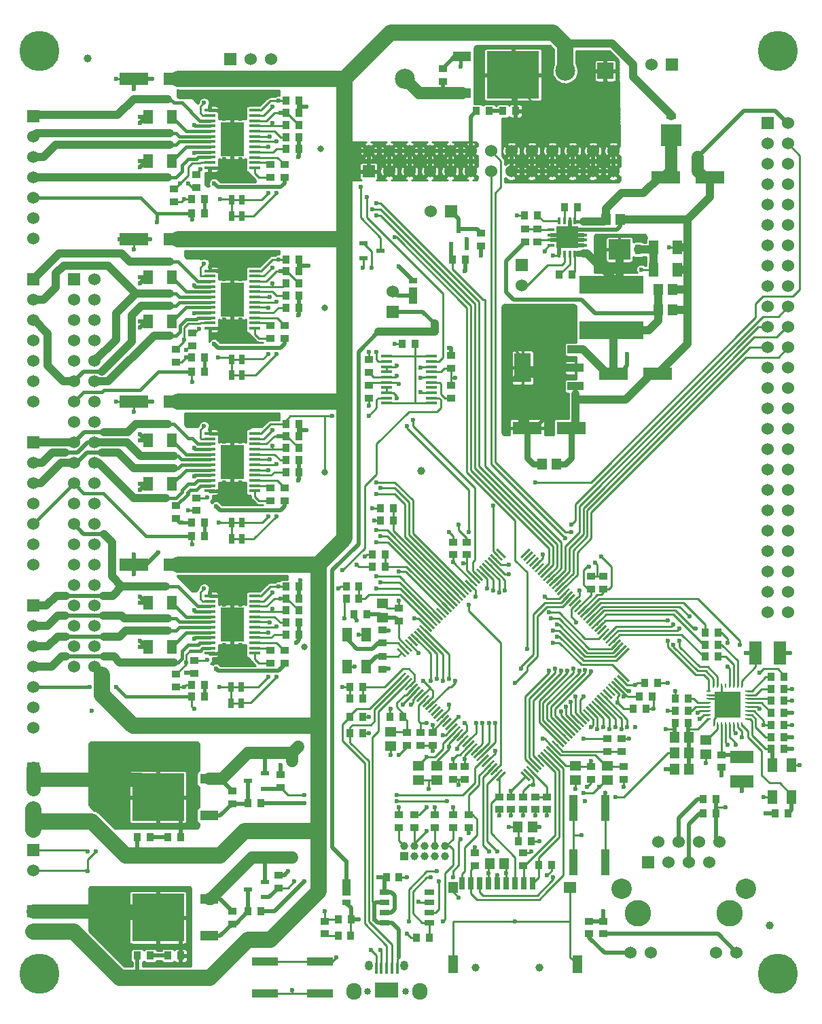
<source format=gtl>
G04 (created by PCBNEW (2013-05-18 BZR 4017)-stable) date Fri 12 Dec 2014 16:28:56 GMT*
%MOIN*%
G04 Gerber Fmt 3.4, Leading zero omitted, Abs format*
%FSLAX34Y34*%
G01*
G70*
G90*
G04 APERTURE LIST*
%ADD10C,0.00590551*%
%ADD11C,0.1969*%
%ADD12R,0.06X0.06*%
%ADD13C,0.06*%
%ADD14R,0.0579X0.0165*%
%ADD15R,0.1181X0.1701*%
%ADD16R,0.0394X0.126*%
%ADD17R,0.126X0.0394*%
%ADD18R,0.0394X0.0236*%
%ADD19R,0.0236X0.0394*%
%ADD20R,0.08X0.144*%
%ADD21R,0.08X0.04*%
%ADD22R,0.1417X0.063*%
%ADD23R,0.0374X0.0394*%
%ADD24R,0.0394X0.0374*%
%ADD25R,0.0453X0.0709*%
%ADD26R,0.0453X0.0571*%
%ADD27R,0.0571X0.0453*%
%ADD28R,0.0906X0.0512*%
%ADD29R,0.2559X0.2323*%
%ADD30R,0.0787X0.0787*%
%ADD31C,0.0984*%
%ADD32R,0.1142X0.0591*%
%ADD33R,0.0591X0.1142*%
%ADD34R,0.0394X0.0394*%
%ADD35C,0.0394*%
%ADD36R,0.0433X0.0787*%
%ADD37R,0.0433X0.0315*%
%ADD38R,0.0472X0.0866*%
%ADD39R,0.0472X0.0551*%
%ADD40R,0.063X0.0551*%
%ADD41R,0.0276X0.063*%
%ADD42R,0.05X0.025*%
%ADD43R,0.0098X0.0236*%
%ADD44R,0.0236X0.0098*%
%ADD45R,0.1299X0.1299*%
%ADD46R,0.1063X0.1063*%
%ADD47R,0.0138X0.0374*%
%ADD48R,0.0374X0.0138*%
%ADD49R,0.1X0.1051*%
%ADD50R,0.05X0.03*%
%ADD51R,0.1051X0.1*%
%ADD52R,0.03X0.05*%
%ADD53R,0.315X0.0866*%
%ADD54R,0.1142X0.0748*%
%ADD55O,0.0394X0.0492*%
%ADD56R,0.0157X0.0531*%
%ADD57O,0.0748X0.0827*%
%ADD58C,0.0335*%
%ADD59C,0.1299*%
%ADD60C,0.1*%
%ADD61R,0.0472X0.0709*%
%ADD62C,0.0315*%
%ADD63R,0.025X0.05*%
%ADD64C,0.0236*%
%ADD65C,0.01*%
%ADD66C,0.02*%
%ADD67C,0.015*%
%ADD68C,0.04*%
%ADD69C,0.03*%
%ADD70C,0.06*%
%ADD71C,0.07*%
%ADD72C,0.08*%
G04 APERTURE END LIST*
G54D10*
G54D11*
X37795Y46850D03*
G54D12*
X10935Y46430D03*
G54D13*
X11935Y46430D03*
X12935Y46430D03*
G54D14*
X12124Y34515D03*
X12124Y34771D03*
X12124Y35027D03*
X12124Y35283D03*
X9922Y33751D03*
X12124Y33747D03*
X12124Y34003D03*
X12124Y34259D03*
X9920Y35539D03*
X9920Y35283D03*
X9920Y35027D03*
X9920Y34771D03*
X9920Y34515D03*
X9920Y34259D03*
X12124Y35539D03*
X9922Y34003D03*
X12124Y33491D03*
X12124Y35795D03*
X9920Y35795D03*
X9920Y33491D03*
X12124Y33236D03*
X12124Y36050D03*
X9920Y36050D03*
X9920Y33236D03*
G54D15*
X11022Y34643D03*
G54D14*
X12123Y26542D03*
X12123Y26798D03*
X12123Y27054D03*
X12123Y27310D03*
X9921Y25778D03*
X12123Y25774D03*
X12123Y26030D03*
X12123Y26286D03*
X9919Y27566D03*
X9919Y27310D03*
X9919Y27054D03*
X9919Y26798D03*
X9919Y26542D03*
X9919Y26286D03*
X12123Y27566D03*
X9921Y26030D03*
X12123Y25518D03*
X12123Y27822D03*
X9919Y27822D03*
X9919Y25518D03*
X12123Y25263D03*
X12123Y28077D03*
X9919Y28077D03*
X9919Y25263D03*
G54D15*
X11021Y26670D03*
G54D14*
X12123Y18571D03*
X12123Y18827D03*
X12123Y19083D03*
X12123Y19339D03*
X9921Y17807D03*
X12123Y17803D03*
X12123Y18059D03*
X12123Y18315D03*
X9919Y19595D03*
X9919Y19339D03*
X9919Y19083D03*
X9919Y18827D03*
X9919Y18571D03*
X9919Y18315D03*
X12123Y19595D03*
X9921Y18059D03*
X12123Y17547D03*
X12123Y19851D03*
X9919Y19851D03*
X9919Y17547D03*
X12123Y17292D03*
X12123Y20106D03*
X9919Y20106D03*
X9919Y17292D03*
G54D15*
X11021Y18699D03*
G54D14*
X12125Y42391D03*
X12125Y42647D03*
X12125Y42903D03*
X12125Y43159D03*
X9923Y41627D03*
X12125Y41623D03*
X12125Y41879D03*
X12125Y42135D03*
X9921Y43415D03*
X9921Y43159D03*
X9921Y42903D03*
X9921Y42647D03*
X9921Y42391D03*
X9921Y42135D03*
X12125Y43415D03*
X9923Y41879D03*
X12125Y41367D03*
X12125Y43671D03*
X9921Y43671D03*
X9921Y41367D03*
X12125Y41112D03*
X12125Y43926D03*
X9921Y43926D03*
X9921Y41112D03*
G54D15*
X11023Y42519D03*
G54D14*
X18583Y30837D03*
X18583Y30581D03*
X18583Y30325D03*
X18583Y30069D03*
X20785Y31601D03*
X18583Y31605D03*
X18583Y31349D03*
X18583Y31093D03*
X20787Y29813D03*
X20787Y30069D03*
X20787Y30325D03*
X20787Y30581D03*
X20787Y30837D03*
X20787Y31093D03*
X18583Y29813D03*
X20785Y31349D03*
X18583Y31861D03*
X18583Y29557D03*
X20787Y29557D03*
X20787Y31861D03*
G54D16*
X29330Y7027D03*
X29330Y9705D03*
X27756Y9705D03*
X27756Y7027D03*
G54D17*
X12637Y591D03*
X15315Y591D03*
X15315Y2165D03*
X12637Y2165D03*
G54D18*
X12621Y5334D03*
X11789Y5709D03*
X12621Y6084D03*
X12621Y10649D03*
X11789Y11024D03*
X12621Y11399D03*
G54D19*
X21771Y37281D03*
X22146Y38113D03*
X22521Y37281D03*
G54D20*
X25276Y31300D03*
G54D21*
X27876Y31300D03*
X27876Y32200D03*
X27876Y30400D03*
G54D22*
X25492Y28347D03*
X27658Y28347D03*
X8367Y45472D03*
X6201Y45472D03*
X8367Y21654D03*
X6201Y21654D03*
X8367Y37598D03*
X6201Y37598D03*
X8367Y29626D03*
X6201Y29626D03*
X32283Y40650D03*
X34449Y40650D03*
G54D23*
X34232Y18307D03*
X34862Y18307D03*
X38109Y16142D03*
X37479Y16142D03*
X38109Y15551D03*
X37479Y15551D03*
X34232Y17717D03*
X34862Y17717D03*
X34232Y17126D03*
X34862Y17126D03*
X38109Y14370D03*
X37479Y14370D03*
X38109Y14961D03*
X37479Y14961D03*
X32755Y14469D03*
X33385Y14469D03*
X32755Y15059D03*
X33385Y15059D03*
X37479Y13189D03*
X38109Y13189D03*
G54D24*
X23228Y37283D03*
X23228Y37913D03*
X21358Y45984D03*
X21358Y45354D03*
X11023Y9921D03*
X11023Y10551D03*
X17717Y29803D03*
X17717Y30433D03*
X19193Y9370D03*
X19193Y8740D03*
G54D23*
X18917Y23819D03*
X18287Y23819D03*
G54D24*
X15552Y3524D03*
X15552Y4154D03*
G54D23*
X16811Y14173D03*
X17441Y14173D03*
X16811Y13386D03*
X17441Y13386D03*
X38110Y13780D03*
X37480Y13780D03*
X32755Y13878D03*
X33385Y13878D03*
G54D24*
X28543Y4154D03*
X28543Y3524D03*
X29232Y3524D03*
X29232Y4154D03*
G54D23*
X12422Y9942D03*
X11792Y9942D03*
X12421Y4626D03*
X11791Y4626D03*
G54D24*
X11026Y4017D03*
X11026Y4647D03*
X17717Y31713D03*
X17717Y31083D03*
G54D23*
X18524Y21555D03*
X17894Y21555D03*
G54D24*
X29429Y12480D03*
X29429Y13110D03*
G54D23*
X17244Y19980D03*
X16614Y19980D03*
X37677Y9449D03*
X38307Y9449D03*
X38110Y12598D03*
X37480Y12598D03*
X34134Y10138D03*
X34764Y10138D03*
X34134Y9449D03*
X34764Y9449D03*
X18524Y22146D03*
X17894Y22146D03*
X18917Y24409D03*
X18287Y24409D03*
G54D24*
X30118Y12480D03*
X30118Y13110D03*
G54D23*
X17244Y20571D03*
X16614Y20571D03*
G54D24*
X8268Y31575D03*
X8268Y32205D03*
G54D23*
X14291Y35433D03*
X13661Y35433D03*
X13662Y34839D03*
X14292Y34839D03*
X17441Y15650D03*
X16811Y15650D03*
X13661Y34252D03*
X14291Y34252D03*
G54D24*
X13583Y33382D03*
X13583Y32752D03*
G54D23*
X13661Y36024D03*
X14291Y36024D03*
G54D24*
X12894Y32752D03*
X12894Y33382D03*
X8268Y15630D03*
X8268Y16260D03*
G54D23*
X14291Y19390D03*
X13661Y19390D03*
X13660Y18796D03*
X14290Y18796D03*
G54D24*
X19980Y9370D03*
X19980Y8740D03*
G54D23*
X13661Y18209D03*
X14291Y18209D03*
G54D24*
X13581Y17438D03*
X13581Y16808D03*
G54D23*
X13661Y19980D03*
X14291Y19980D03*
G54D24*
X12892Y16808D03*
X12892Y17438D03*
X8169Y39449D03*
X8169Y40079D03*
G54D23*
X14291Y43209D03*
X13661Y43209D03*
X13663Y42617D03*
X14293Y42617D03*
X13661Y42028D03*
X14291Y42028D03*
G54D24*
X13584Y41258D03*
X13584Y40628D03*
G54D23*
X13661Y43799D03*
X14291Y43799D03*
G54D24*
X12895Y40628D03*
X12895Y41258D03*
X8268Y23898D03*
X8268Y24528D03*
G54D23*
X14291Y27362D03*
X13661Y27362D03*
X13661Y26768D03*
X14291Y26768D03*
X13661Y26181D03*
X14291Y26181D03*
G54D24*
X13582Y25410D03*
X13582Y24780D03*
G54D23*
X13661Y27953D03*
X14291Y27953D03*
G54D24*
X12893Y24780D03*
X12893Y25410D03*
X20965Y9370D03*
X20965Y8740D03*
G54D25*
X8071Y41437D03*
X6889Y41437D03*
G54D26*
X32716Y12402D03*
X33424Y12402D03*
X32716Y13189D03*
X33424Y13189D03*
G54D23*
X16221Y3445D03*
X16836Y3445D03*
G54D27*
X34252Y13052D03*
X34252Y12344D03*
G54D26*
X26221Y26575D03*
X26929Y26575D03*
G54D25*
X8071Y25591D03*
X6889Y25591D03*
X8071Y27756D03*
X6889Y27756D03*
X8071Y43602D03*
X6889Y43602D03*
X8071Y33563D03*
X6889Y33563D03*
X8071Y17618D03*
X6889Y17618D03*
X8071Y35728D03*
X6889Y35728D03*
X8071Y19783D03*
X6889Y19783D03*
G54D24*
X21753Y31279D03*
X21753Y31909D03*
G54D28*
X9884Y3431D03*
G54D29*
X7384Y4331D03*
G54D28*
X9884Y5231D03*
X9882Y9336D03*
G54D29*
X7382Y10236D03*
G54D28*
X9882Y11136D03*
X22303Y46569D03*
G54D29*
X24803Y45669D03*
G54D28*
X22303Y44769D03*
G54D30*
X16536Y45472D03*
G54D31*
X19488Y45472D03*
G54D30*
X29330Y45866D03*
G54D31*
X27362Y45866D03*
G54D23*
X7008Y8268D03*
X6378Y8268D03*
X7008Y2461D03*
X6378Y2461D03*
X23642Y43898D03*
X23012Y43898D03*
X8485Y2461D03*
X7870Y2461D03*
X8484Y8268D03*
X7869Y8268D03*
X24921Y43898D03*
X24306Y43898D03*
G54D12*
X1250Y43625D03*
G54D13*
X1250Y42625D03*
X1250Y41625D03*
X1250Y40625D03*
X1250Y39625D03*
X1250Y38625D03*
X1250Y37625D03*
G54D12*
X1250Y35625D03*
G54D13*
X1250Y34625D03*
X1250Y33625D03*
X1250Y32625D03*
X1250Y31625D03*
X1250Y30625D03*
X1250Y29625D03*
G54D12*
X1250Y27625D03*
G54D13*
X1250Y26625D03*
X1250Y25625D03*
X1250Y24625D03*
X1250Y23625D03*
X1250Y22625D03*
X1250Y21625D03*
G54D12*
X1250Y19625D03*
G54D13*
X1250Y18625D03*
X1250Y17625D03*
X1250Y16625D03*
X1250Y15625D03*
X1250Y14625D03*
X1250Y13625D03*
G54D12*
X1250Y11625D03*
G54D13*
X1250Y10625D03*
X1250Y9625D03*
X1250Y8625D03*
G54D12*
X32587Y46161D03*
G54D13*
X31587Y46161D03*
G54D12*
X1250Y7625D03*
G54D13*
X1250Y6625D03*
G54D12*
X1250Y4625D03*
G54D13*
X1250Y3625D03*
G54D24*
X21753Y30432D03*
X21753Y29802D03*
X35039Y12323D03*
X35039Y11693D03*
G54D32*
X36024Y12205D03*
X36024Y11023D03*
G54D33*
X36712Y17323D03*
X37894Y17323D03*
G54D26*
X33425Y11614D03*
X32717Y11614D03*
G54D23*
X9665Y31791D03*
X9035Y31791D03*
X9665Y39567D03*
X9035Y39567D03*
X9665Y15748D03*
X9035Y15748D03*
X9665Y23720D03*
X9035Y23720D03*
X9035Y31102D03*
X9650Y31102D03*
X9035Y38878D03*
X9650Y38878D03*
X9035Y15157D03*
X9650Y15157D03*
X9035Y23031D03*
X9650Y23031D03*
X13661Y28543D03*
X14291Y28543D03*
X13661Y44390D03*
X14291Y44390D03*
X13661Y36614D03*
X14291Y36614D03*
X13661Y20571D03*
X14291Y20571D03*
G54D26*
X24370Y6988D03*
X23662Y6988D03*
G54D34*
X19472Y7329D03*
G54D35*
X19472Y7829D03*
X19972Y7329D03*
X19972Y7829D03*
X20472Y7329D03*
X20472Y7829D03*
X20972Y7329D03*
X20972Y7829D03*
X21472Y7329D03*
X21472Y7829D03*
G54D12*
X21760Y38976D03*
G54D13*
X20760Y38976D03*
G54D36*
X16634Y5807D03*
G54D37*
X16634Y5059D03*
G54D35*
X22961Y1870D03*
X26103Y1870D03*
G54D38*
X21851Y2027D03*
X27953Y2027D03*
G54D39*
X21851Y5807D03*
G54D40*
X27599Y5807D03*
G54D41*
X25768Y6004D03*
X25335Y6004D03*
X24902Y6004D03*
X24469Y6004D03*
X24036Y6004D03*
X23603Y6004D03*
X23170Y6004D03*
X22737Y6004D03*
X22304Y6004D03*
G54D24*
X30217Y11102D03*
X30217Y11732D03*
X28642Y11102D03*
X28642Y11732D03*
G54D23*
X17008Y19193D03*
X17638Y19193D03*
G54D24*
X26476Y10256D03*
X26476Y9626D03*
G54D23*
X25079Y8071D03*
X25709Y8071D03*
G54D24*
X19587Y13406D03*
X19587Y12776D03*
G54D10*
G36*
X24374Y21954D02*
X23956Y22372D01*
X24034Y22450D01*
X24452Y22032D01*
X24374Y21954D01*
X24374Y21954D01*
G37*
G36*
X24235Y21815D02*
X23817Y22232D01*
X23895Y22310D01*
X24313Y21892D01*
X24235Y21815D01*
X24235Y21815D01*
G37*
G36*
X24096Y21675D02*
X23678Y22093D01*
X23756Y22171D01*
X24174Y21753D01*
X24096Y21675D01*
X24096Y21675D01*
G37*
G36*
X23956Y21536D02*
X23539Y21954D01*
X23616Y22032D01*
X24034Y21614D01*
X23956Y21536D01*
X23956Y21536D01*
G37*
G36*
X23817Y21397D02*
X23399Y21815D01*
X23477Y21892D01*
X23895Y21474D01*
X23817Y21397D01*
X23817Y21397D01*
G37*
G36*
X23679Y21258D02*
X23261Y21676D01*
X23338Y21754D01*
X23756Y21336D01*
X23679Y21258D01*
X23679Y21258D01*
G37*
G36*
X23539Y21119D02*
X23121Y21537D01*
X23199Y21614D01*
X23617Y21197D01*
X23539Y21119D01*
X23539Y21119D01*
G37*
G36*
X23400Y20979D02*
X22982Y21397D01*
X23060Y21475D01*
X23478Y21057D01*
X23400Y20979D01*
X23400Y20979D01*
G37*
G36*
X23261Y20840D02*
X22843Y21258D01*
X22921Y21336D01*
X23338Y20918D01*
X23261Y20840D01*
X23261Y20840D01*
G37*
G36*
X23121Y20701D02*
X22703Y21119D01*
X22781Y21197D01*
X23199Y20779D01*
X23121Y20701D01*
X23121Y20701D01*
G37*
G36*
X22982Y20562D02*
X22564Y20979D01*
X22642Y21057D01*
X23060Y20639D01*
X22982Y20562D01*
X22982Y20562D01*
G37*
G36*
X22843Y20423D02*
X22426Y20841D01*
X22503Y20919D01*
X22921Y20501D01*
X22843Y20423D01*
X22843Y20423D01*
G37*
G36*
X22704Y20284D02*
X22286Y20702D01*
X22364Y20779D01*
X22782Y20361D01*
X22704Y20284D01*
X22704Y20284D01*
G37*
G36*
X22565Y20144D02*
X22147Y20562D01*
X22225Y20640D01*
X22643Y20222D01*
X22565Y20144D01*
X22565Y20144D01*
G37*
G36*
X22426Y20005D02*
X22008Y20423D01*
X22085Y20501D01*
X22503Y20083D01*
X22426Y20005D01*
X22426Y20005D01*
G37*
G36*
X22286Y19866D02*
X21868Y20284D01*
X21946Y20361D01*
X22364Y19944D01*
X22286Y19866D01*
X22286Y19866D01*
G37*
G36*
X22147Y19726D02*
X21729Y20144D01*
X21807Y20222D01*
X22225Y19804D01*
X22147Y19726D01*
X22147Y19726D01*
G37*
G36*
X22008Y19587D02*
X21590Y20005D01*
X21668Y20083D01*
X22085Y19665D01*
X22008Y19587D01*
X22008Y19587D01*
G37*
G36*
X21869Y19449D02*
X21451Y19866D01*
X21529Y19944D01*
X21947Y19526D01*
X21869Y19449D01*
X21869Y19449D01*
G37*
G36*
X21730Y19309D02*
X21312Y19727D01*
X21390Y19805D01*
X21808Y19387D01*
X21730Y19309D01*
X21730Y19309D01*
G37*
G36*
X21590Y19170D02*
X21173Y19588D01*
X21250Y19666D01*
X21668Y19248D01*
X21590Y19170D01*
X21590Y19170D01*
G37*
G36*
X21451Y19031D02*
X21033Y19449D01*
X21111Y19526D01*
X21529Y19108D01*
X21451Y19031D01*
X21451Y19031D01*
G37*
G36*
X21312Y18891D02*
X20894Y19309D01*
X20972Y19387D01*
X21390Y18969D01*
X21312Y18891D01*
X21312Y18891D01*
G37*
G36*
X21173Y18752D02*
X20755Y19170D01*
X20832Y19248D01*
X21250Y18830D01*
X21173Y18752D01*
X21173Y18752D01*
G37*
G36*
X21033Y18613D02*
X20615Y19031D01*
X20693Y19108D01*
X21111Y18691D01*
X21033Y18613D01*
X21033Y18613D01*
G37*
G36*
X20895Y18474D02*
X20477Y18892D01*
X20555Y18970D01*
X20972Y18552D01*
X20895Y18474D01*
X20895Y18474D01*
G37*
G36*
X20755Y18335D02*
X20337Y18753D01*
X20415Y18831D01*
X20833Y18413D01*
X20755Y18335D01*
X20755Y18335D01*
G37*
G36*
X20616Y18196D02*
X20198Y18613D01*
X20276Y18691D01*
X20694Y18273D01*
X20616Y18196D01*
X20616Y18196D01*
G37*
G36*
X20477Y18056D02*
X20059Y18474D01*
X20137Y18552D01*
X20555Y18134D01*
X20477Y18056D01*
X20477Y18056D01*
G37*
G36*
X20337Y17917D02*
X19920Y18335D01*
X19997Y18413D01*
X20415Y17995D01*
X20337Y17917D01*
X20337Y17917D01*
G37*
G36*
X20198Y17778D02*
X19780Y18196D01*
X19858Y18273D01*
X20276Y17855D01*
X20198Y17778D01*
X20198Y17778D01*
G37*
G36*
X20060Y17639D02*
X19642Y18057D01*
X19719Y18135D01*
X20137Y17717D01*
X20060Y17639D01*
X20060Y17639D01*
G37*
G36*
X19920Y17500D02*
X19502Y17918D01*
X19580Y17995D01*
X19998Y17578D01*
X19920Y17500D01*
X19920Y17500D01*
G37*
G36*
X19781Y17360D02*
X19363Y17778D01*
X19441Y17856D01*
X19859Y17438D01*
X19781Y17360D01*
X19781Y17360D01*
G37*
G36*
X19642Y17221D02*
X19224Y17639D01*
X19302Y17717D01*
X19719Y17299D01*
X19642Y17221D01*
X19642Y17221D01*
G37*
G36*
X19502Y17082D02*
X19084Y17500D01*
X19162Y17578D01*
X19580Y17160D01*
X19502Y17082D01*
X19502Y17082D01*
G37*
G36*
X25571Y11013D02*
X25153Y11431D01*
X25231Y11509D01*
X25649Y11091D01*
X25571Y11013D01*
X25571Y11013D01*
G37*
G36*
X25710Y11153D02*
X25292Y11571D01*
X25370Y11648D01*
X25788Y11231D01*
X25710Y11153D01*
X25710Y11153D01*
G37*
G36*
X25849Y11292D02*
X25431Y11710D01*
X25509Y11788D01*
X25927Y11370D01*
X25849Y11292D01*
X25849Y11292D01*
G37*
G36*
X25989Y11431D02*
X25571Y11849D01*
X25649Y11927D01*
X26066Y11509D01*
X25989Y11431D01*
X25989Y11431D01*
G37*
G36*
X26128Y11571D02*
X25710Y11989D01*
X25788Y12066D01*
X26206Y11648D01*
X26128Y11571D01*
X26128Y11571D01*
G37*
G36*
X26267Y11709D02*
X25849Y12127D01*
X25926Y12205D01*
X26344Y11787D01*
X26267Y11709D01*
X26267Y11709D01*
G37*
G36*
X26406Y11849D02*
X25988Y12266D01*
X26066Y12344D01*
X26484Y11926D01*
X26406Y11849D01*
X26406Y11849D01*
G37*
G36*
X26545Y11988D02*
X26127Y12406D01*
X26205Y12484D01*
X26623Y12066D01*
X26545Y11988D01*
X26545Y11988D01*
G37*
G36*
X26684Y12127D02*
X26267Y12545D01*
X26344Y12623D01*
X26762Y12205D01*
X26684Y12127D01*
X26684Y12127D01*
G37*
G36*
X26824Y12266D02*
X26406Y12684D01*
X26484Y12762D01*
X26902Y12344D01*
X26824Y12266D01*
X26824Y12266D01*
G37*
G36*
X26963Y12406D02*
X26545Y12824D01*
X26623Y12901D01*
X27041Y12484D01*
X26963Y12406D01*
X26963Y12406D01*
G37*
G36*
X27102Y12544D02*
X26684Y12962D01*
X26762Y13040D01*
X27179Y12622D01*
X27102Y12544D01*
X27102Y12544D01*
G37*
G36*
X27241Y12684D02*
X26823Y13102D01*
X26901Y13179D01*
X27319Y12761D01*
X27241Y12684D01*
X27241Y12684D01*
G37*
G36*
X27380Y12823D02*
X26962Y13241D01*
X27040Y13319D01*
X27458Y12901D01*
X27380Y12823D01*
X27380Y12823D01*
G37*
G36*
X27520Y12962D02*
X27102Y13380D01*
X27179Y13458D01*
X27597Y13040D01*
X27520Y12962D01*
X27520Y12962D01*
G37*
G36*
X27659Y13102D02*
X27241Y13519D01*
X27319Y13597D01*
X27737Y13179D01*
X27659Y13102D01*
X27659Y13102D01*
G37*
G36*
X27798Y13241D02*
X27380Y13659D01*
X27458Y13737D01*
X27876Y13319D01*
X27798Y13241D01*
X27798Y13241D01*
G37*
G36*
X27937Y13380D02*
X27520Y13798D01*
X27597Y13876D01*
X28015Y13458D01*
X27937Y13380D01*
X27937Y13380D01*
G37*
G36*
X28076Y13519D02*
X27658Y13937D01*
X27736Y14014D01*
X28154Y13597D01*
X28076Y13519D01*
X28076Y13519D01*
G37*
G36*
X28215Y13658D02*
X27797Y14076D01*
X27875Y14154D01*
X28293Y13736D01*
X28215Y13658D01*
X28215Y13658D01*
G37*
G36*
X28355Y13797D02*
X27937Y14215D01*
X28015Y14293D01*
X28432Y13875D01*
X28355Y13797D01*
X28355Y13797D01*
G37*
G36*
X28494Y13937D02*
X28076Y14355D01*
X28154Y14432D01*
X28572Y14014D01*
X28494Y13937D01*
X28494Y13937D01*
G37*
G36*
X28633Y14076D02*
X28215Y14494D01*
X28293Y14572D01*
X28711Y14154D01*
X28633Y14076D01*
X28633Y14076D01*
G37*
G36*
X28773Y14215D02*
X28355Y14633D01*
X28432Y14711D01*
X28850Y14293D01*
X28773Y14215D01*
X28773Y14215D01*
G37*
G36*
X28912Y14355D02*
X28494Y14772D01*
X28572Y14850D01*
X28990Y14432D01*
X28912Y14355D01*
X28912Y14355D01*
G37*
G36*
X29050Y14493D02*
X28633Y14911D01*
X28710Y14989D01*
X29128Y14571D01*
X29050Y14493D01*
X29050Y14493D01*
G37*
G36*
X29190Y14632D02*
X28772Y15050D01*
X28850Y15128D01*
X29268Y14710D01*
X29190Y14632D01*
X29190Y14632D01*
G37*
G36*
X29329Y14772D02*
X28911Y15190D01*
X28989Y15267D01*
X29407Y14850D01*
X29329Y14772D01*
X29329Y14772D01*
G37*
G36*
X29468Y14911D02*
X29050Y15329D01*
X29128Y15407D01*
X29546Y14989D01*
X29468Y14911D01*
X29468Y14911D01*
G37*
G36*
X29608Y15050D02*
X29190Y15468D01*
X29268Y15546D01*
X29685Y15128D01*
X29608Y15050D01*
X29608Y15050D01*
G37*
G36*
X29747Y15190D02*
X29329Y15608D01*
X29407Y15685D01*
X29825Y15267D01*
X29747Y15190D01*
X29747Y15190D01*
G37*
G36*
X29886Y15328D02*
X29468Y15746D01*
X29545Y15824D01*
X29963Y15406D01*
X29886Y15328D01*
X29886Y15328D01*
G37*
G36*
X30025Y15468D02*
X29607Y15885D01*
X29685Y15963D01*
X30103Y15545D01*
X30025Y15468D01*
X30025Y15468D01*
G37*
G36*
X30164Y15607D02*
X29746Y16025D01*
X29824Y16103D01*
X30242Y15685D01*
X30164Y15607D01*
X30164Y15607D01*
G37*
G36*
X30303Y15746D02*
X29886Y16164D01*
X29963Y16242D01*
X30381Y15824D01*
X30303Y15746D01*
X30303Y15746D01*
G37*
G36*
X30443Y15885D02*
X30025Y16303D01*
X30103Y16381D01*
X30521Y15963D01*
X30443Y15885D01*
X30443Y15885D01*
G37*
G36*
X19162Y15885D02*
X19084Y15963D01*
X19502Y16381D01*
X19580Y16303D01*
X19162Y15885D01*
X19162Y15885D01*
G37*
G36*
X19302Y15746D02*
X19224Y15824D01*
X19642Y16242D01*
X19719Y16164D01*
X19302Y15746D01*
X19302Y15746D01*
G37*
G36*
X19441Y15607D02*
X19363Y15685D01*
X19781Y16103D01*
X19859Y16025D01*
X19441Y15607D01*
X19441Y15607D01*
G37*
G36*
X19580Y15468D02*
X19502Y15545D01*
X19920Y15963D01*
X19998Y15885D01*
X19580Y15468D01*
X19580Y15468D01*
G37*
G36*
X19719Y15328D02*
X19642Y15406D01*
X20060Y15824D01*
X20137Y15746D01*
X19719Y15328D01*
X19719Y15328D01*
G37*
G36*
X19858Y15190D02*
X19780Y15267D01*
X20198Y15685D01*
X20276Y15608D01*
X19858Y15190D01*
X19858Y15190D01*
G37*
G36*
X19997Y15050D02*
X19920Y15128D01*
X20337Y15546D01*
X20415Y15468D01*
X19997Y15050D01*
X19997Y15050D01*
G37*
G36*
X20137Y14911D02*
X20059Y14989D01*
X20477Y15407D01*
X20555Y15329D01*
X20137Y14911D01*
X20137Y14911D01*
G37*
G36*
X20276Y14772D02*
X20198Y14850D01*
X20616Y15267D01*
X20694Y15190D01*
X20276Y14772D01*
X20276Y14772D01*
G37*
G36*
X20415Y14632D02*
X20337Y14710D01*
X20755Y15128D01*
X20833Y15050D01*
X20415Y14632D01*
X20415Y14632D01*
G37*
G36*
X20555Y14493D02*
X20477Y14571D01*
X20895Y14989D01*
X20972Y14911D01*
X20555Y14493D01*
X20555Y14493D01*
G37*
G36*
X20693Y14355D02*
X20615Y14432D01*
X21033Y14850D01*
X21111Y14772D01*
X20693Y14355D01*
X20693Y14355D01*
G37*
G36*
X20832Y14215D02*
X20755Y14293D01*
X21173Y14711D01*
X21250Y14633D01*
X20832Y14215D01*
X20832Y14215D01*
G37*
G36*
X20972Y14076D02*
X20894Y14154D01*
X21312Y14572D01*
X21390Y14494D01*
X20972Y14076D01*
X20972Y14076D01*
G37*
G36*
X21111Y13937D02*
X21033Y14014D01*
X21451Y14432D01*
X21529Y14355D01*
X21111Y13937D01*
X21111Y13937D01*
G37*
G36*
X21250Y13797D02*
X21173Y13875D01*
X21590Y14293D01*
X21668Y14215D01*
X21250Y13797D01*
X21250Y13797D01*
G37*
G36*
X21390Y13658D02*
X21312Y13736D01*
X21730Y14154D01*
X21808Y14076D01*
X21390Y13658D01*
X21390Y13658D01*
G37*
G36*
X21529Y13519D02*
X21451Y13597D01*
X21869Y14014D01*
X21947Y13937D01*
X21529Y13519D01*
X21529Y13519D01*
G37*
G36*
X21668Y13380D02*
X21590Y13458D01*
X22008Y13876D01*
X22085Y13798D01*
X21668Y13380D01*
X21668Y13380D01*
G37*
G36*
X21807Y13241D02*
X21729Y13319D01*
X22147Y13737D01*
X22225Y13659D01*
X21807Y13241D01*
X21807Y13241D01*
G37*
G36*
X21946Y13102D02*
X21868Y13179D01*
X22286Y13597D01*
X22364Y13519D01*
X21946Y13102D01*
X21946Y13102D01*
G37*
G36*
X22085Y12962D02*
X22008Y13040D01*
X22426Y13458D01*
X22503Y13380D01*
X22085Y12962D01*
X22085Y12962D01*
G37*
G36*
X22225Y12823D02*
X22147Y12901D01*
X22565Y13319D01*
X22643Y13241D01*
X22225Y12823D01*
X22225Y12823D01*
G37*
G36*
X22364Y12684D02*
X22286Y12761D01*
X22704Y13179D01*
X22782Y13102D01*
X22364Y12684D01*
X22364Y12684D01*
G37*
G36*
X22503Y12544D02*
X22426Y12622D01*
X22843Y13040D01*
X22921Y12962D01*
X22503Y12544D01*
X22503Y12544D01*
G37*
G36*
X22642Y12406D02*
X22564Y12484D01*
X22982Y12901D01*
X23060Y12824D01*
X22642Y12406D01*
X22642Y12406D01*
G37*
G36*
X22781Y12266D02*
X22703Y12344D01*
X23121Y12762D01*
X23199Y12684D01*
X22781Y12266D01*
X22781Y12266D01*
G37*
G36*
X22921Y12127D02*
X22843Y12205D01*
X23261Y12623D01*
X23338Y12545D01*
X22921Y12127D01*
X22921Y12127D01*
G37*
G36*
X23060Y11988D02*
X22982Y12066D01*
X23400Y12484D01*
X23478Y12406D01*
X23060Y11988D01*
X23060Y11988D01*
G37*
G36*
X23199Y11849D02*
X23121Y11926D01*
X23539Y12344D01*
X23617Y12266D01*
X23199Y11849D01*
X23199Y11849D01*
G37*
G36*
X23338Y11709D02*
X23261Y11787D01*
X23679Y12205D01*
X23756Y12127D01*
X23338Y11709D01*
X23338Y11709D01*
G37*
G36*
X23477Y11571D02*
X23399Y11648D01*
X23817Y12066D01*
X23895Y11989D01*
X23477Y11571D01*
X23477Y11571D01*
G37*
G36*
X23616Y11431D02*
X23539Y11509D01*
X23956Y11927D01*
X24034Y11849D01*
X23616Y11431D01*
X23616Y11431D01*
G37*
G36*
X23756Y11292D02*
X23678Y11370D01*
X24096Y11788D01*
X24174Y11710D01*
X23756Y11292D01*
X23756Y11292D01*
G37*
G36*
X23895Y11153D02*
X23817Y11231D01*
X24235Y11648D01*
X24313Y11571D01*
X23895Y11153D01*
X23895Y11153D01*
G37*
G36*
X24034Y11013D02*
X23956Y11091D01*
X24374Y11509D01*
X24452Y11431D01*
X24034Y11013D01*
X24034Y11013D01*
G37*
G36*
X30103Y17082D02*
X30025Y17160D01*
X30443Y17578D01*
X30521Y17500D01*
X30103Y17082D01*
X30103Y17082D01*
G37*
G36*
X29963Y17221D02*
X29886Y17299D01*
X30303Y17717D01*
X30381Y17639D01*
X29963Y17221D01*
X29963Y17221D01*
G37*
G36*
X29824Y17360D02*
X29746Y17438D01*
X30164Y17856D01*
X30242Y17778D01*
X29824Y17360D01*
X29824Y17360D01*
G37*
G36*
X29685Y17500D02*
X29607Y17578D01*
X30025Y17995D01*
X30103Y17918D01*
X29685Y17500D01*
X29685Y17500D01*
G37*
G36*
X29545Y17639D02*
X29468Y17717D01*
X29886Y18135D01*
X29963Y18057D01*
X29545Y17639D01*
X29545Y17639D01*
G37*
G36*
X29407Y17778D02*
X29329Y17855D01*
X29747Y18273D01*
X29825Y18196D01*
X29407Y17778D01*
X29407Y17778D01*
G37*
G36*
X29268Y17917D02*
X29190Y17995D01*
X29608Y18413D01*
X29685Y18335D01*
X29268Y17917D01*
X29268Y17917D01*
G37*
G36*
X29128Y18056D02*
X29050Y18134D01*
X29468Y18552D01*
X29546Y18474D01*
X29128Y18056D01*
X29128Y18056D01*
G37*
G36*
X28989Y18196D02*
X28911Y18273D01*
X29329Y18691D01*
X29407Y18613D01*
X28989Y18196D01*
X28989Y18196D01*
G37*
G36*
X28850Y18335D02*
X28772Y18413D01*
X29190Y18831D01*
X29268Y18753D01*
X28850Y18335D01*
X28850Y18335D01*
G37*
G36*
X28710Y18474D02*
X28633Y18552D01*
X29050Y18970D01*
X29128Y18892D01*
X28710Y18474D01*
X28710Y18474D01*
G37*
G36*
X28572Y18613D02*
X28494Y18691D01*
X28912Y19108D01*
X28990Y19031D01*
X28572Y18613D01*
X28572Y18613D01*
G37*
G36*
X28432Y18752D02*
X28355Y18830D01*
X28773Y19248D01*
X28850Y19170D01*
X28432Y18752D01*
X28432Y18752D01*
G37*
G36*
X28293Y18891D02*
X28215Y18969D01*
X28633Y19387D01*
X28711Y19309D01*
X28293Y18891D01*
X28293Y18891D01*
G37*
G36*
X28154Y19031D02*
X28076Y19108D01*
X28494Y19526D01*
X28572Y19449D01*
X28154Y19031D01*
X28154Y19031D01*
G37*
G36*
X28015Y19170D02*
X27937Y19248D01*
X28355Y19666D01*
X28432Y19588D01*
X28015Y19170D01*
X28015Y19170D01*
G37*
G36*
X27875Y19309D02*
X27797Y19387D01*
X28215Y19805D01*
X28293Y19727D01*
X27875Y19309D01*
X27875Y19309D01*
G37*
G36*
X27736Y19449D02*
X27658Y19526D01*
X28076Y19944D01*
X28154Y19866D01*
X27736Y19449D01*
X27736Y19449D01*
G37*
G36*
X27597Y19587D02*
X27520Y19665D01*
X27937Y20083D01*
X28015Y20005D01*
X27597Y19587D01*
X27597Y19587D01*
G37*
G36*
X27458Y19726D02*
X27380Y19804D01*
X27798Y20222D01*
X27876Y20144D01*
X27458Y19726D01*
X27458Y19726D01*
G37*
G36*
X27319Y19866D02*
X27241Y19944D01*
X27659Y20361D01*
X27737Y20284D01*
X27319Y19866D01*
X27319Y19866D01*
G37*
G36*
X27179Y20005D02*
X27102Y20083D01*
X27520Y20501D01*
X27597Y20423D01*
X27179Y20005D01*
X27179Y20005D01*
G37*
G36*
X27040Y20144D02*
X26962Y20222D01*
X27380Y20640D01*
X27458Y20562D01*
X27040Y20144D01*
X27040Y20144D01*
G37*
G36*
X26901Y20284D02*
X26823Y20361D01*
X27241Y20779D01*
X27319Y20702D01*
X26901Y20284D01*
X26901Y20284D01*
G37*
G36*
X26762Y20423D02*
X26684Y20501D01*
X27102Y20919D01*
X27179Y20841D01*
X26762Y20423D01*
X26762Y20423D01*
G37*
G36*
X26623Y20562D02*
X26545Y20639D01*
X26963Y21057D01*
X27041Y20979D01*
X26623Y20562D01*
X26623Y20562D01*
G37*
G36*
X26484Y20701D02*
X26406Y20779D01*
X26824Y21197D01*
X26902Y21119D01*
X26484Y20701D01*
X26484Y20701D01*
G37*
G36*
X26344Y20840D02*
X26267Y20918D01*
X26684Y21336D01*
X26762Y21258D01*
X26344Y20840D01*
X26344Y20840D01*
G37*
G36*
X26205Y20979D02*
X26127Y21057D01*
X26545Y21475D01*
X26623Y21397D01*
X26205Y20979D01*
X26205Y20979D01*
G37*
G36*
X26066Y21119D02*
X25988Y21197D01*
X26406Y21614D01*
X26484Y21537D01*
X26066Y21119D01*
X26066Y21119D01*
G37*
G36*
X25926Y21258D02*
X25849Y21336D01*
X26267Y21754D01*
X26344Y21676D01*
X25926Y21258D01*
X25926Y21258D01*
G37*
G36*
X25788Y21397D02*
X25710Y21474D01*
X26128Y21892D01*
X26206Y21815D01*
X25788Y21397D01*
X25788Y21397D01*
G37*
G36*
X25649Y21536D02*
X25571Y21614D01*
X25989Y22032D01*
X26066Y21954D01*
X25649Y21536D01*
X25649Y21536D01*
G37*
G36*
X25509Y21675D02*
X25431Y21753D01*
X25849Y22171D01*
X25927Y22093D01*
X25509Y21675D01*
X25509Y21675D01*
G37*
G36*
X25370Y21815D02*
X25292Y21892D01*
X25710Y22310D01*
X25788Y22232D01*
X25370Y21815D01*
X25370Y21815D01*
G37*
G36*
X25231Y21954D02*
X25153Y22032D01*
X25571Y22450D01*
X25649Y22372D01*
X25231Y21954D01*
X25231Y21954D01*
G37*
G54D27*
X20177Y11771D03*
X20177Y11063D03*
X18406Y19036D03*
X18406Y19744D03*
G54D26*
X25040Y8760D03*
X25748Y8760D03*
G54D27*
X18799Y13445D03*
X18799Y12737D03*
X27854Y11771D03*
X27854Y11063D03*
X29429Y11771D03*
X29429Y11063D03*
G54D23*
X30689Y14567D03*
X31319Y14567D03*
X16851Y4232D03*
X16221Y4232D03*
G54D24*
X18406Y17795D03*
X18406Y18425D03*
X18406Y17146D03*
X18406Y16516D03*
X22441Y11732D03*
X22441Y11102D03*
G54D23*
X30984Y15157D03*
X31614Y15157D03*
G54D24*
X28642Y20453D03*
X28642Y21083D03*
X29232Y20453D03*
X29232Y21083D03*
X20276Y13406D03*
X20276Y12776D03*
X21850Y11732D03*
X21850Y11102D03*
X20866Y13406D03*
X20866Y12776D03*
X19193Y18878D03*
X19193Y19508D03*
X21850Y22126D03*
X21850Y22756D03*
G54D23*
X17441Y15059D03*
X16811Y15059D03*
G54D24*
X25886Y10256D03*
X25886Y9626D03*
X21850Y9370D03*
X21850Y8740D03*
X24705Y10256D03*
X24705Y9626D03*
X22539Y22126D03*
X22539Y22756D03*
G54D23*
X19409Y14173D03*
X18779Y14173D03*
G54D24*
X25295Y9626D03*
X25295Y10256D03*
G54D27*
X21063Y11771D03*
X21063Y11063D03*
G54D23*
X19371Y32480D03*
X20001Y32480D03*
G54D12*
X37295Y43299D03*
G54D13*
X38295Y43299D03*
X37295Y38299D03*
X38295Y42299D03*
X37295Y37299D03*
X38295Y41299D03*
X37295Y36299D03*
X38295Y40299D03*
X37295Y35299D03*
X38295Y39299D03*
X37295Y34299D03*
X38295Y38299D03*
X37295Y33299D03*
X38295Y37299D03*
X37295Y32299D03*
X38295Y36299D03*
X37295Y31299D03*
X38295Y35299D03*
X37295Y30299D03*
X38295Y34299D03*
X37295Y29299D03*
X38295Y33299D03*
X37295Y28299D03*
X38295Y32299D03*
X38295Y31299D03*
X37295Y27299D03*
X38295Y30299D03*
X38295Y28299D03*
X38295Y27299D03*
X38295Y26299D03*
X38295Y25299D03*
X37295Y26299D03*
X37295Y25299D03*
X37295Y42299D03*
X37295Y41299D03*
X37295Y40299D03*
X37295Y39299D03*
X37295Y24299D03*
X38295Y24299D03*
X38295Y29299D03*
X37295Y23299D03*
X38295Y23299D03*
X37295Y22299D03*
X38295Y22299D03*
X37295Y21299D03*
X38295Y21299D03*
X37295Y20299D03*
X38295Y20299D03*
X37295Y19299D03*
X38295Y19299D03*
G54D42*
X20687Y4073D03*
X20687Y4573D03*
X20687Y5073D03*
X20687Y5573D03*
X18487Y5573D03*
X18487Y5073D03*
X18487Y4573D03*
X18487Y4073D03*
G54D23*
X20059Y3346D03*
X20689Y3346D03*
X18583Y6299D03*
X19213Y6299D03*
G54D25*
X32874Y36122D03*
X31692Y36122D03*
X32874Y37205D03*
X31692Y37205D03*
G54D23*
X27973Y39174D03*
X27343Y39174D03*
G54D24*
X25394Y38111D03*
X25394Y37481D03*
X25985Y37481D03*
X25985Y38111D03*
G54D43*
X34647Y13820D03*
X34844Y13820D03*
X35041Y13820D03*
X35238Y13820D03*
X35434Y13820D03*
X35631Y13820D03*
X35828Y13820D03*
X36025Y13820D03*
G54D44*
X36281Y14862D03*
X36281Y15058D03*
X36281Y15255D03*
X36281Y15452D03*
G54D45*
X35335Y14764D03*
G54D44*
X36281Y14075D03*
X36281Y14272D03*
X36281Y14469D03*
X36281Y14665D03*
G54D43*
X36023Y15708D03*
X35826Y15709D03*
X35630Y15709D03*
X35433Y15709D03*
X35236Y15709D03*
X35039Y15709D03*
X34842Y15709D03*
X34645Y15709D03*
G54D44*
X34390Y15453D03*
X34390Y15256D03*
X34390Y15059D03*
X34390Y14863D03*
X34390Y14666D03*
X34390Y14469D03*
X34390Y14272D03*
X34390Y14075D03*
G54D46*
X27461Y37695D03*
G54D47*
X27845Y38502D03*
X27589Y38502D03*
X27333Y38502D03*
X27077Y38502D03*
X27077Y36888D03*
X27333Y36888D03*
X27589Y36888D03*
X27845Y36888D03*
G54D48*
X26654Y38079D03*
X26654Y37823D03*
X26654Y37567D03*
X26654Y37311D03*
X28268Y37311D03*
X28268Y37567D03*
X28268Y37823D03*
X28268Y38079D03*
G54D22*
X29724Y31004D03*
X31890Y31004D03*
G54D26*
X31929Y35138D03*
X32637Y35138D03*
X31929Y34154D03*
X32637Y34154D03*
G54D23*
X26005Y38780D03*
X25375Y38780D03*
X27080Y35870D03*
X27710Y35870D03*
G54D49*
X32579Y42717D03*
G54D50*
X32579Y43643D03*
G54D51*
X30020Y37106D03*
G54D52*
X30946Y37106D03*
G54D26*
X29370Y38583D03*
X30078Y38583D03*
G54D53*
X29626Y35374D03*
X29626Y33130D03*
G54D24*
X9055Y32362D03*
X9055Y32992D03*
X9252Y40138D03*
X9252Y40768D03*
X9154Y16319D03*
X9154Y16949D03*
X9252Y24291D03*
X9252Y24921D03*
G54D54*
X18602Y787D03*
G54D55*
X17726Y1968D03*
G54D56*
X18602Y1840D03*
X18346Y1840D03*
X18090Y1840D03*
X18858Y1840D03*
X19114Y1840D03*
G54D55*
X19478Y1968D03*
G54D57*
X20216Y716D03*
X16988Y716D03*
G54D58*
X19537Y716D03*
X17667Y716D03*
G54D59*
X30919Y4528D03*
X35419Y4528D03*
G54D13*
X34919Y8028D03*
X34421Y7028D03*
X33919Y8028D03*
X33421Y7028D03*
X32919Y8028D03*
X32421Y7028D03*
X31919Y8028D03*
G54D60*
X30119Y5729D03*
X36219Y5728D03*
G54D13*
X34777Y2599D03*
X31561Y2599D03*
X35777Y2599D03*
X30561Y2599D03*
G54D12*
X31421Y7028D03*
G54D61*
X37520Y11811D03*
X37520Y10237D03*
X38464Y10237D03*
X38464Y11811D03*
X17598Y16634D03*
X17598Y18208D03*
X16654Y18208D03*
X16654Y16634D03*
G54D62*
X15551Y26181D03*
X15354Y42028D03*
X15551Y34252D03*
X14567Y17618D03*
G54D24*
X24114Y10256D03*
X24114Y9626D03*
X22638Y9370D03*
X22638Y8740D03*
G54D23*
X26063Y6890D03*
X26693Y6890D03*
G54D24*
X25295Y6870D03*
X25295Y7500D03*
G54D23*
X31279Y15846D03*
X31909Y15846D03*
G54D24*
X22933Y6870D03*
X22933Y7500D03*
G54D12*
X17720Y40937D03*
G54D13*
X17720Y41937D03*
X18720Y40937D03*
X18720Y41937D03*
X19720Y40937D03*
X19720Y41937D03*
X20720Y40937D03*
X20720Y41937D03*
X21720Y40937D03*
X21720Y41937D03*
X22720Y40937D03*
X22720Y41937D03*
X23720Y40937D03*
X23720Y41937D03*
X24720Y40937D03*
X24720Y41937D03*
X25720Y40937D03*
X25720Y41937D03*
X26720Y40937D03*
X26720Y41937D03*
X27720Y40937D03*
X27720Y41937D03*
X28720Y40937D03*
X28720Y41937D03*
X29720Y40937D03*
X29720Y41937D03*
G54D12*
X3250Y35625D03*
G54D13*
X4250Y35625D03*
X3250Y30625D03*
X4250Y34625D03*
X3250Y29625D03*
X4250Y33625D03*
X3250Y28625D03*
X4250Y32625D03*
X3250Y27625D03*
X4250Y31625D03*
X3250Y26625D03*
X4250Y30625D03*
X3250Y25625D03*
X4250Y29625D03*
X3250Y24625D03*
X4250Y28625D03*
X3250Y23625D03*
X4250Y27625D03*
X3250Y22625D03*
X4250Y26625D03*
X3250Y21625D03*
X4250Y25625D03*
X3250Y20625D03*
X4250Y24625D03*
X4250Y23625D03*
X3250Y19625D03*
X4250Y22625D03*
X4250Y20625D03*
X4250Y19625D03*
X4250Y18625D03*
X4250Y17625D03*
X3250Y18625D03*
X3250Y17625D03*
X3250Y34625D03*
X3250Y33625D03*
X3250Y32625D03*
X3250Y31625D03*
X3250Y16625D03*
X4250Y16625D03*
X4250Y21625D03*
G54D18*
X17464Y37415D03*
X18296Y37040D03*
X17464Y36665D03*
G54D12*
X25220Y36355D03*
G54D13*
X25220Y35355D03*
G54D12*
X18910Y34050D03*
G54D13*
X18910Y35050D03*
G54D11*
X1575Y46850D03*
X37795Y1575D03*
X1575Y1575D03*
G54D35*
X37402Y3937D03*
X3937Y46457D03*
X20290Y26225D03*
G54D36*
X19900Y34830D03*
G54D37*
X19900Y35578D03*
G54D23*
X21831Y36614D03*
X22461Y36614D03*
G54D24*
X13386Y10709D03*
X13386Y11339D03*
X13287Y5787D03*
X13287Y6417D03*
G54D63*
X10998Y22918D03*
X11498Y22918D03*
X11000Y23706D03*
X11500Y23706D03*
X11002Y31716D03*
X11502Y31716D03*
X10994Y39532D03*
X11494Y39532D03*
X10972Y15652D03*
X11472Y15652D03*
X10972Y14856D03*
X11472Y14856D03*
X11008Y30934D03*
X11508Y30934D03*
X10994Y38732D03*
X11494Y38732D03*
G54D64*
X13386Y19980D03*
X21654Y12697D03*
X13386Y11811D03*
X19587Y3543D03*
X21850Y21772D03*
X10327Y31791D03*
X25689Y7579D03*
X26775Y30160D03*
X25197Y33465D03*
X13386Y43799D03*
X25276Y30315D03*
X29232Y4626D03*
X27165Y33071D03*
X26850Y30915D03*
X17717Y29429D03*
X24803Y30709D03*
X28150Y8366D03*
X22638Y8465D03*
X8661Y39567D03*
X13287Y27953D03*
X25205Y31070D03*
X22933Y7776D03*
X26476Y6398D03*
X13780Y6594D03*
X24803Y33071D03*
X35039Y11319D03*
X25984Y32677D03*
X38484Y14961D03*
X12795Y31988D03*
X13189Y16142D03*
X21850Y9744D03*
X26476Y9350D03*
X25984Y33465D03*
X26395Y30560D03*
X13189Y31988D03*
X13189Y34547D03*
X24469Y6496D03*
X12795Y42126D03*
X12795Y39862D03*
X13189Y18602D03*
X36220Y17323D03*
X13189Y39862D03*
X12795Y16142D03*
X26045Y30170D03*
X19193Y12303D03*
X13189Y42421D03*
X12795Y18307D03*
X26772Y32677D03*
X26378Y33071D03*
X17717Y32087D03*
X10350Y23720D03*
X28543Y21555D03*
X27559Y33465D03*
X26025Y30975D03*
X12795Y34252D03*
X26476Y28937D03*
X38484Y13780D03*
X10390Y15650D03*
X28445Y10728D03*
X25591Y33071D03*
X27165Y30545D03*
X8760Y31791D03*
X20866Y13780D03*
X26378Y32283D03*
X27165Y33858D03*
X22441Y12106D03*
X30217Y10728D03*
X25591Y33858D03*
X24114Y9350D03*
X22441Y36024D03*
X12795Y26280D03*
X12795Y24016D03*
X13189Y24016D03*
X13189Y26575D03*
X10426Y39567D03*
X21950Y30807D03*
X24804Y33858D03*
X8563Y23720D03*
X18997Y32480D03*
X25591Y32283D03*
X13386Y36024D03*
X32776Y15453D03*
X25276Y30020D03*
X20571Y9744D03*
X24803Y32283D03*
X19193Y9744D03*
X32283Y13583D03*
X25197Y32677D03*
X26083Y8071D03*
X26450Y31240D03*
X26772Y33465D03*
X32382Y15846D03*
X8661Y15650D03*
X25276Y29724D03*
X20965Y9744D03*
X25591Y30709D03*
X26378Y33858D03*
X30217Y15157D03*
X20965Y33071D03*
X20960Y33470D03*
X18209Y6299D03*
X14567Y9941D03*
X23228Y36811D03*
X29724Y32135D03*
X15945Y9941D03*
X29724Y31693D03*
X16634Y7087D03*
X14567Y6102D03*
X16634Y6693D03*
X30413Y31988D03*
X22362Y21693D03*
X20571Y13878D03*
X29921Y14862D03*
X20571Y12205D03*
X17126Y18898D03*
X21850Y12106D03*
X29134Y22047D03*
X19195Y36283D03*
X27461Y16437D03*
X28346Y16476D03*
X28642Y16398D03*
X27165Y14449D03*
X27402Y14685D03*
X27638Y14921D03*
X27165Y16437D03*
X26772Y43307D03*
X29134Y43307D03*
X24803Y44882D03*
X28346Y44094D03*
X25197Y46063D03*
X29134Y44094D03*
X28740Y43701D03*
X25591Y45669D03*
X25591Y43701D03*
X24016Y46457D03*
X27953Y43701D03*
X26772Y44094D03*
X24016Y44882D03*
X27559Y44094D03*
X24409Y46063D03*
X24803Y45669D03*
X27559Y43307D03*
X24016Y45669D03*
X25591Y44882D03*
X25984Y44094D03*
X24803Y46457D03*
X26378Y43701D03*
X25197Y45276D03*
X25591Y46457D03*
X24409Y45276D03*
X25197Y43307D03*
X25984Y43307D03*
X28346Y43307D03*
X27165Y43701D03*
X26280Y13091D03*
X27362Y22933D03*
X23524Y20472D03*
X19783Y14764D03*
X17717Y13386D03*
X17717Y14173D03*
X19390Y14764D03*
X5118Y9055D03*
X7480Y9449D03*
X7087Y12205D03*
X9055Y11811D03*
X5119Y9843D03*
X6693Y12598D03*
X7480Y11024D03*
X4331Y12598D03*
X7087Y10630D03*
X7480Y12598D03*
X7874Y9843D03*
X7087Y9843D03*
X4331Y9843D03*
X5118Y10630D03*
X4331Y11811D03*
X5906Y11811D03*
X4724Y12205D03*
X6693Y9449D03*
X5118Y11811D03*
X5512Y10236D03*
X6693Y11024D03*
X7382Y10236D03*
X9055Y12598D03*
X4331Y10630D03*
X5906Y9055D03*
X5906Y12598D03*
X7874Y12205D03*
X5906Y9843D03*
X5118Y12598D03*
X6693Y11811D03*
X5512Y12205D03*
X8268Y9449D03*
X7480Y11811D03*
X5512Y9449D03*
X7874Y10630D03*
X8268Y12598D03*
X6299Y12205D03*
X5906Y10630D03*
X8268Y11024D03*
X8661Y12205D03*
X4724Y10236D03*
X8268Y11811D03*
X9646Y20472D03*
X18307Y20768D03*
X18110Y20472D03*
X8760Y16831D03*
X7874Y18996D03*
X7579Y18996D03*
X5808Y18406D03*
X6102Y18406D03*
X7677Y16831D03*
X7382Y16831D03*
X14567Y10335D03*
X19094Y10335D03*
X16437Y21358D03*
X13287Y20571D03*
X18110Y21063D03*
X12992Y20276D03*
X9154Y14567D03*
X5315Y15650D03*
X4035Y15650D03*
X16535Y18996D03*
X3937Y7579D03*
X28642Y12008D03*
X36909Y14567D03*
X35925Y17717D03*
X37106Y13780D03*
X28051Y20374D03*
X33760Y18504D03*
X36909Y16339D03*
X38484Y15551D03*
X33465Y19094D03*
X32677Y17717D03*
X32677Y18701D03*
X32382Y17913D03*
X32382Y18898D03*
X32972Y17913D03*
X32972Y18504D03*
X5118Y5512D03*
X5512Y5118D03*
X5512Y2756D03*
X4331Y5512D03*
X5118Y3150D03*
X5118Y3937D03*
X5906Y5512D03*
X4724Y5118D03*
X5906Y3937D03*
X4331Y3937D03*
X5512Y3543D03*
X4725Y3543D03*
X5906Y3150D03*
X21555Y10039D03*
X22047Y12598D03*
X14075Y6102D03*
X19094Y10039D03*
X27756Y37402D03*
X11417Y32874D03*
X27913Y18819D03*
X11417Y18406D03*
X32480Y37205D03*
X10630Y28937D03*
X6496Y43602D03*
X10630Y25295D03*
X11021Y17126D03*
X9843Y44685D03*
X18799Y14567D03*
X14272Y12697D03*
X28150Y29724D03*
X14272Y41634D03*
X11417Y36024D03*
X14665Y44094D03*
X10630Y20965D03*
X11022Y32679D03*
X6496Y25295D03*
X11417Y43504D03*
X11811Y36713D03*
X26772Y36811D03*
X25886Y9350D03*
X22146Y5315D03*
X11417Y25295D03*
X10236Y44488D03*
X6496Y17913D03*
X7382Y22244D03*
X30512Y13091D03*
X11417Y17323D03*
X34252Y11909D03*
X37205Y9449D03*
X31693Y14567D03*
X11022Y36711D03*
X11811Y20768D03*
X27876Y30020D03*
X38484Y13189D03*
X15551Y4626D03*
X11811Y28740D03*
X6496Y41142D03*
X8858Y40354D03*
X11417Y35630D03*
X10630Y26969D03*
X11021Y16735D03*
X10630Y16929D03*
X17520Y22047D03*
X30512Y15453D03*
X6496Y19783D03*
X6201Y22146D03*
X11021Y25098D03*
X10630Y34252D03*
X10630Y41535D03*
X11417Y20079D03*
X36024Y10531D03*
X10630Y41142D03*
X11417Y42815D03*
X10630Y44685D03*
X11417Y17717D03*
X19587Y6299D03*
X10630Y28051D03*
X12992Y28937D03*
X11417Y42126D03*
X6496Y41437D03*
X10630Y32874D03*
X6496Y25591D03*
X17815Y2756D03*
X9843Y20965D03*
X20277Y31299D03*
X9843Y28937D03*
X8760Y16339D03*
X11417Y19685D03*
X11024Y19291D03*
X16240Y20472D03*
X11023Y44487D03*
X12205Y28937D03*
X11021Y17520D03*
X5315Y29626D03*
X22953Y20079D03*
X11021Y27851D03*
X10236Y36713D03*
X6496Y28051D03*
X18701Y18406D03*
X32283Y11614D03*
X20866Y12500D03*
X10236Y20768D03*
X11024Y43110D03*
X10630Y43504D03*
X10630Y18406D03*
X17224Y18209D03*
X22126Y14173D03*
X10630Y25689D03*
X10239Y28737D03*
X10630Y40748D03*
X11023Y40552D03*
X11417Y28051D03*
X11417Y36909D03*
X11021Y28737D03*
X17913Y24409D03*
X38484Y12598D03*
X14272Y25787D03*
X28839Y21752D03*
X10630Y26378D03*
X10630Y33661D03*
X19094Y29823D03*
X5315Y45472D03*
X20276Y30118D03*
X6496Y35728D03*
X25000Y38780D03*
X11023Y41339D03*
X11811Y44488D03*
X7087Y29626D03*
X27461Y37695D03*
X11024Y27264D03*
X11417Y41535D03*
X6496Y43307D03*
X17028Y16634D03*
X11417Y44685D03*
X11024Y33957D03*
X10630Y34941D03*
X11417Y34252D03*
X19094Y31398D03*
X12598Y36713D03*
X11417Y33661D03*
X11417Y26969D03*
X11022Y33465D03*
X20277Y30807D03*
X11024Y41831D03*
X17420Y36210D03*
X7087Y45472D03*
X38386Y17323D03*
X16437Y15650D03*
X10630Y24902D03*
X12205Y36909D03*
X10630Y43898D03*
X10630Y33268D03*
X11417Y24902D03*
X13976Y7283D03*
X10630Y20079D03*
X13976Y12008D03*
X6496Y33268D03*
X12205Y44685D03*
X10630Y35630D03*
X6201Y37106D03*
X20669Y10630D03*
X37106Y10236D03*
X11024Y18701D03*
X24902Y4134D03*
X14272Y33858D03*
X10630Y17323D03*
X38878Y11811D03*
X6201Y21161D03*
X12598Y44488D03*
X6201Y29134D03*
X11021Y25492D03*
X12205Y20965D03*
X18799Y12303D03*
X12598Y28740D03*
X10630Y19685D03*
X19193Y19882D03*
X9843Y36909D03*
X13583Y7283D03*
X11417Y25689D03*
X14370Y20866D03*
X11024Y35236D03*
X22441Y13878D03*
X21654Y23228D03*
X6496Y27756D03*
X35335Y14764D03*
X8858Y24311D03*
X14665Y28248D03*
X12992Y44685D03*
X11022Y35825D03*
X27166Y37992D03*
X11417Y20965D03*
X11024Y42520D03*
X21260Y44685D03*
X20177Y17323D03*
X22539Y37598D03*
X14764Y36319D03*
X23603Y6496D03*
X35236Y9744D03*
X10630Y36909D03*
X22146Y23622D03*
X11023Y40945D03*
X11417Y40748D03*
X18701Y16535D03*
X27756Y37992D03*
X11417Y43898D03*
X11023Y43700D03*
X20177Y5118D03*
X11024Y19882D03*
X13976Y787D03*
X25295Y9350D03*
X5512Y37598D03*
X21654Y14764D03*
X8760Y32185D03*
X11417Y18996D03*
X21665Y32280D03*
X10630Y18996D03*
X22146Y10827D03*
X10630Y27657D03*
X11417Y33268D03*
X11022Y33071D03*
X11024Y18110D03*
X11417Y28937D03*
X6496Y20079D03*
X24705Y9350D03*
X11417Y41142D03*
X10630Y42126D03*
X14173Y17815D03*
X6201Y44980D03*
X11417Y27657D03*
X11021Y24708D03*
X13976Y12402D03*
X33858Y41634D03*
X10630Y17717D03*
X12992Y20965D03*
X11417Y26378D03*
X11024Y34547D03*
X11024Y26083D03*
X11024Y26673D03*
X11417Y16929D03*
X6496Y35433D03*
X6496Y33563D03*
X27876Y29724D03*
X6988Y37598D03*
X20394Y15945D03*
X6496Y17618D03*
X12992Y36909D03*
X11024Y20768D03*
X32382Y14469D03*
X27165Y37402D03*
X11417Y34941D03*
X26083Y8760D03*
X10630Y36024D03*
X10630Y42815D03*
X38484Y14370D03*
X33858Y40945D03*
X12598Y20768D03*
X24016Y6398D03*
X24016Y7579D03*
X26772Y6299D03*
X30807Y15748D03*
X30807Y13681D03*
X30413Y36811D03*
X30413Y37402D03*
X29724Y36811D03*
X30020Y37106D03*
X29724Y37402D03*
X31102Y36122D03*
X26378Y37008D03*
X20768Y15945D03*
X21358Y15945D03*
X20571Y8563D03*
X21654Y16043D03*
X21063Y16043D03*
X26378Y20079D03*
X29331Y10433D03*
X12992Y43307D03*
X12874Y42638D03*
X12874Y26791D03*
X12992Y27461D03*
X12874Y18819D03*
X12992Y19488D03*
X12992Y35433D03*
X12874Y34764D03*
X22244Y46063D03*
X35335Y16634D03*
X35335Y17815D03*
X35728Y12795D03*
X33957Y14075D03*
X35728Y13386D03*
X33858Y14370D03*
X35335Y12795D03*
X36024Y13189D03*
X23622Y7579D03*
X28346Y10039D03*
X29823Y10236D03*
X27657Y23622D03*
X26280Y22146D03*
X26575Y16437D03*
X26870Y16535D03*
X27874Y15157D03*
X28248Y15157D03*
X28642Y13681D03*
X28937Y13583D03*
X29232Y13681D03*
X29528Y13583D03*
X29823Y13681D03*
X30118Y13583D03*
X30413Y13681D03*
X22992Y13858D03*
X26575Y19291D03*
X23307Y13858D03*
X23622Y13858D03*
X23937Y13858D03*
X23917Y12500D03*
X19195Y21315D03*
X17880Y36195D03*
X17315Y40170D03*
X25886Y25689D03*
X21949Y15945D03*
X21358Y4134D03*
X16142Y2362D03*
X23819Y20374D03*
X24606Y21654D03*
X24409Y20374D03*
X26772Y17815D03*
X26969Y18110D03*
X26969Y18701D03*
X26673Y18996D03*
X26772Y18406D03*
X19094Y30906D03*
X22638Y23228D03*
X19587Y28445D03*
X22638Y19685D03*
X28051Y16437D03*
X19193Y30512D03*
X19882Y28740D03*
X27756Y16535D03*
X24606Y21161D03*
X24114Y20276D03*
X21161Y6102D03*
X22244Y8169D03*
X21358Y13287D03*
X21850Y6299D03*
X18307Y2756D03*
X19685Y4134D03*
X21063Y6594D03*
X25197Y16535D03*
X24902Y15846D03*
X20768Y6299D03*
X19980Y18996D03*
X23819Y24528D03*
X17224Y4232D03*
X18012Y4232D03*
X24705Y10531D03*
X24606Y8760D03*
X28248Y10433D03*
X3937Y6594D03*
X27854Y10630D03*
X25787Y10827D03*
X4331Y7579D03*
X29035Y10728D03*
X4134Y14469D03*
X27657Y23228D03*
X9793Y24951D03*
X10236Y24508D03*
X10138Y32480D03*
X9154Y37598D03*
X9155Y41829D03*
X9154Y33957D03*
X9154Y29626D03*
X9154Y21654D03*
X9154Y19390D03*
X10138Y40354D03*
X9154Y27362D03*
X9154Y43209D03*
X9154Y18012D03*
X9400Y33218D03*
X9154Y25984D03*
X9154Y45472D03*
X9154Y35335D03*
X10236Y16535D03*
X9793Y16978D03*
X9449Y41043D03*
X9646Y28445D03*
X18307Y23031D03*
X18110Y22736D03*
X8858Y25098D03*
X15945Y28937D03*
X17717Y28937D03*
X12992Y28248D03*
X18110Y23327D03*
X17126Y21654D03*
X9055Y22638D03*
X9646Y36417D03*
X18307Y25394D03*
X8661Y32677D03*
X18110Y25098D03*
X18110Y32087D03*
X13287Y36614D03*
X12992Y36220D03*
X18110Y25689D03*
X18012Y23819D03*
X9055Y30610D03*
X9646Y44291D03*
X17913Y39075D03*
X8465Y40354D03*
X18110Y38780D03*
X5118Y42815D03*
X4823Y42815D03*
X4823Y43701D03*
X5118Y43701D03*
X3150Y42224D03*
X2854Y42224D03*
X6004Y40650D03*
X5709Y40650D03*
X17618Y39665D03*
X13287Y44390D03*
X18110Y39370D03*
X12992Y44094D03*
X7323Y38445D03*
X18996Y37697D03*
X25492Y17520D03*
X28248Y13091D03*
X9055Y38583D03*
G54D65*
X13386Y19980D02*
X13661Y19980D01*
X10994Y38732D02*
X11494Y38732D01*
X10994Y39532D02*
X11494Y39532D01*
X28642Y11102D02*
X28642Y11024D01*
X25205Y31070D02*
X25276Y31024D01*
X10972Y15652D02*
X11472Y15652D01*
G54D66*
X13386Y11811D02*
X13386Y11339D01*
G54D65*
X21250Y31093D02*
X20787Y31093D01*
X28464Y20453D02*
X28248Y20669D01*
X24803Y32283D02*
X25591Y32283D01*
X20965Y9370D02*
X20965Y9744D01*
X20059Y3346D02*
X19784Y3346D01*
X24803Y30827D02*
X24803Y30709D01*
X26772Y32677D02*
X25984Y32677D01*
X28642Y20453D02*
X28642Y20154D01*
X25205Y31070D02*
X25276Y31182D01*
X8543Y39449D02*
X8169Y39449D01*
X22933Y7500D02*
X22933Y7776D01*
X25276Y31810D02*
X24803Y32283D01*
X13189Y36024D02*
X13661Y36024D01*
X13661Y19980D02*
X13701Y19980D01*
X20197Y9370D02*
X20571Y9744D01*
X8543Y39449D02*
X8661Y39567D01*
G54D67*
X8563Y23720D02*
X8446Y23720D01*
G54D65*
X12704Y35539D02*
X13189Y36024D01*
X12124Y34259D02*
X12788Y34259D01*
X12788Y34259D02*
X12795Y34252D01*
X12124Y34515D02*
X13157Y34515D01*
X13157Y34515D02*
X13189Y34547D01*
X11002Y31716D02*
X11502Y31716D01*
X10327Y31791D02*
X10927Y31791D01*
X10927Y31791D02*
X11002Y31716D01*
X10972Y14856D02*
X11472Y14856D01*
X8544Y31575D02*
X8760Y31791D01*
X10970Y15650D02*
X10972Y15652D01*
X28543Y21555D02*
X28444Y21555D01*
G54D66*
X32716Y13839D02*
X32755Y13878D01*
G54D65*
X13091Y27953D02*
X13661Y27953D01*
X21850Y22126D02*
X21850Y21772D01*
X26693Y6615D02*
X26476Y6398D01*
X19587Y12697D02*
X19193Y12303D01*
X13701Y43799D02*
X14291Y43209D01*
X30266Y15206D02*
X30217Y15157D01*
X24469Y6004D02*
X24469Y6496D01*
G54D66*
X13386Y36024D02*
X13661Y36024D01*
G54D65*
X21753Y30807D02*
X21753Y31279D01*
X13189Y39862D02*
X12067Y38740D01*
X13159Y42391D02*
X13189Y42421D01*
X27756Y9705D02*
X27756Y8366D01*
X25591Y33858D02*
X26378Y33858D01*
X21753Y30807D02*
X21950Y30807D01*
G54D68*
X27180Y31297D02*
X26850Y30915D01*
G54D66*
X13661Y43799D02*
X13386Y43799D01*
G54D65*
X21654Y12697D02*
X21654Y12887D01*
X17717Y29803D02*
X17717Y29429D01*
X12125Y43415D02*
X12706Y43415D01*
X13661Y36024D02*
X13700Y36024D01*
X20866Y13406D02*
X20866Y13780D01*
X24469Y6496D02*
X24469Y6889D01*
X21654Y12599D02*
X21654Y12697D01*
X25197Y33465D02*
X24804Y33858D01*
X25591Y33071D02*
X26378Y33071D01*
X25610Y7500D02*
X25689Y7579D01*
G54D66*
X32716Y13583D02*
X32716Y13839D01*
G54D65*
X11430Y14875D02*
X11922Y14875D01*
X27756Y8366D02*
X27756Y7027D01*
G54D69*
X26221Y26575D02*
X25787Y26575D01*
G54D65*
X12706Y19595D02*
X13091Y19980D01*
X13157Y34515D02*
X13189Y34547D01*
X11430Y15655D02*
X12308Y15655D01*
X12458Y39525D02*
X11501Y39525D01*
X13701Y19980D02*
X14291Y19390D01*
X12123Y19595D02*
X12706Y19595D01*
G54D66*
X36712Y17323D02*
X36220Y17323D01*
G54D69*
X25492Y26870D02*
X25492Y28347D01*
G54D65*
X8759Y15748D02*
X8661Y15650D01*
X12151Y30950D02*
X11435Y30950D01*
X12537Y31730D02*
X11430Y31730D01*
X13158Y18571D02*
X12123Y18571D01*
X13158Y18571D02*
X13189Y18602D01*
X13189Y31988D02*
X12151Y30950D01*
X11008Y30934D02*
X11508Y30934D01*
X22441Y11732D02*
X22441Y12106D01*
X19587Y12776D02*
X19587Y12697D01*
X12795Y39862D02*
X12458Y39525D01*
X12795Y42126D02*
X12786Y42135D01*
X12125Y42135D02*
X12786Y42135D01*
X12787Y18315D02*
X12123Y18315D01*
X12795Y31988D02*
X12537Y31730D01*
X36713Y16635D02*
X36712Y17323D01*
X11502Y38740D02*
X11494Y38732D01*
X12067Y38740D02*
X11502Y38740D01*
X12125Y42391D02*
X13159Y42391D01*
X30217Y11102D02*
X30217Y10728D01*
X12308Y15655D02*
X12795Y16142D01*
X10390Y15650D02*
X10970Y15650D01*
X27756Y8366D02*
X28150Y8366D01*
X36024Y15946D02*
X36024Y15709D01*
X25295Y7500D02*
X25610Y7500D01*
X28642Y10925D02*
X28445Y10728D01*
X21436Y31279D02*
X21250Y31093D01*
X21063Y12008D02*
X21654Y12599D01*
X19193Y9370D02*
X19193Y9744D01*
X32755Y15432D02*
X32776Y15453D01*
X28248Y20669D02*
X28248Y21359D01*
X12788Y34259D02*
X12795Y34252D01*
X10426Y39567D02*
X10959Y39567D01*
X32755Y15059D02*
X32755Y15432D01*
X11501Y39525D02*
X11494Y39532D01*
X11922Y14875D02*
X13189Y16142D01*
X12787Y18315D02*
X12795Y18307D01*
X28642Y20453D02*
X28642Y20453D01*
X32716Y13583D02*
X32283Y13583D01*
X28464Y20453D02*
X28642Y20453D01*
X19784Y3346D02*
X19587Y3543D01*
X10986Y23720D02*
X10998Y23708D01*
X10994Y39532D02*
X10994Y38732D01*
X24469Y6889D02*
X24370Y6988D01*
G54D66*
X8760Y31791D02*
X9035Y31791D01*
G54D65*
X10350Y23720D02*
X10986Y23720D01*
X28642Y20154D02*
X28046Y19558D01*
X21753Y30432D02*
X21753Y30807D01*
G54D66*
X28543Y4154D02*
X29232Y4154D01*
G54D65*
X8288Y15650D02*
X8268Y15630D01*
X13700Y36024D02*
X14291Y35433D01*
G54D66*
X13603Y6417D02*
X13780Y6594D01*
G54D65*
X30365Y15206D02*
X29855Y15716D01*
X12123Y27566D02*
X12704Y27566D01*
X30414Y15157D02*
X30365Y15206D01*
X17717Y31713D02*
X17717Y32087D01*
X22441Y12283D02*
X22812Y12654D01*
G54D69*
X25787Y26575D02*
X25492Y26870D01*
G54D65*
X10959Y39567D02*
X10994Y39532D01*
G54D68*
X26450Y31240D02*
X26025Y30975D01*
G54D65*
X25984Y33465D02*
X25197Y33465D01*
G54D67*
X8563Y23720D02*
X9035Y23720D01*
G54D65*
X25205Y31070D02*
X25276Y31810D01*
X25197Y32677D02*
X24803Y33071D01*
X25205Y31070D02*
X24803Y30827D01*
X13661Y43799D02*
X13701Y43799D01*
X28444Y21555D02*
X28248Y21359D01*
X24804Y33858D02*
X25591Y33858D01*
G54D66*
X22461Y36044D02*
X22461Y36614D01*
G54D65*
X24803Y33071D02*
X25591Y33071D01*
X10972Y15652D02*
X10972Y14856D01*
X11000Y23706D02*
X11500Y23706D01*
X12485Y23706D02*
X12499Y23720D01*
X12795Y24016D02*
X12499Y23720D01*
X12789Y26286D02*
X12123Y26286D01*
X12789Y26286D02*
X12795Y26280D01*
X12091Y22918D02*
X12108Y22935D01*
X13156Y26542D02*
X12123Y26542D01*
X13156Y26542D02*
X13189Y26575D01*
X13189Y24016D02*
X12108Y22935D01*
X11498Y22918D02*
X12091Y22918D01*
X10998Y22918D02*
X11498Y22918D01*
X10998Y23704D02*
X11000Y23706D01*
X10998Y22918D02*
X10998Y23704D01*
X11008Y31710D02*
X11002Y31716D01*
X11008Y30934D02*
X11008Y31710D01*
G54D68*
X26025Y30975D02*
X25205Y31070D01*
G54D65*
X26378Y33071D02*
X27165Y33071D01*
X36024Y15946D02*
X36713Y16635D01*
X27165Y33071D02*
X27559Y33465D01*
G54D68*
X25276Y28563D02*
X25492Y28347D01*
G54D65*
X28642Y11102D02*
X28642Y10925D01*
X11500Y23706D02*
X12485Y23706D01*
X27559Y33465D02*
X26772Y33465D01*
X19980Y9370D02*
X20197Y9370D01*
X26772Y33465D02*
X25984Y33465D01*
G54D66*
X22461Y36044D02*
X22441Y36024D01*
G54D65*
X26476Y9626D02*
X26476Y9350D01*
X25591Y32283D02*
X26378Y32283D01*
X26378Y33858D02*
X27165Y33858D01*
X26378Y32283D02*
X26772Y32677D01*
G54D68*
X25276Y30315D02*
X25276Y30020D01*
G54D65*
X13090Y43799D02*
X13661Y43799D01*
X25276Y31024D02*
X25591Y30709D01*
X31909Y15846D02*
X32382Y15846D01*
X9035Y39567D02*
X8661Y39567D01*
X12124Y35539D02*
X12704Y35539D01*
X12704Y27566D02*
X13091Y27953D01*
X13661Y27953D02*
X13700Y27953D01*
G54D68*
X27876Y31300D02*
X27180Y31297D01*
G54D65*
X22441Y12106D02*
X22441Y12283D01*
X21850Y9370D02*
X21850Y9744D01*
X8661Y15650D02*
X8288Y15650D01*
X26693Y6890D02*
X26693Y6615D01*
X30984Y15157D02*
X30414Y15157D01*
X21753Y31279D02*
X21436Y31279D01*
G54D66*
X35039Y11693D02*
X35039Y11319D01*
G54D65*
X24114Y9626D02*
X24114Y9350D01*
X30365Y15206D02*
X30266Y15206D01*
X21850Y21772D02*
X22812Y20810D01*
X25709Y8071D02*
X26083Y8071D01*
G54D66*
X29232Y4154D02*
X29232Y4626D01*
G54D65*
X20866Y13491D02*
X21421Y14046D01*
X26775Y30160D02*
X26772Y30315D01*
X38110Y13780D02*
X38484Y13780D01*
X21063Y11771D02*
X21063Y12008D01*
X22638Y8740D02*
X22638Y8465D01*
G54D67*
X8446Y23720D02*
X8268Y23898D01*
G54D66*
X13287Y27953D02*
X13661Y27953D01*
G54D65*
X9035Y15748D02*
X8759Y15748D01*
G54D66*
X25492Y28347D02*
X25886Y28347D01*
G54D68*
X25276Y29724D02*
X25276Y28563D01*
G54D65*
X20866Y13406D02*
X20866Y13491D01*
G54D66*
X25886Y28347D02*
X26476Y28937D01*
G54D65*
X21654Y12887D02*
X22117Y13350D01*
G54D68*
X25276Y30020D02*
X25276Y29724D01*
G54D66*
X32716Y13189D02*
X32716Y13583D01*
G54D65*
X13700Y27953D02*
X14291Y27362D01*
G54D66*
X13287Y6417D02*
X13603Y6417D01*
G54D65*
X19371Y32480D02*
X18997Y32480D01*
X10390Y15650D02*
X10395Y15655D01*
G54D68*
X26850Y30915D02*
X26450Y31240D01*
G54D65*
X36022Y15944D02*
X36024Y15946D01*
X8268Y31575D02*
X8544Y31575D01*
X10959Y39567D02*
X10994Y39532D01*
X25984Y32677D02*
X25197Y32677D01*
X38109Y14961D02*
X38484Y14961D01*
X25276Y31182D02*
X25205Y31070D01*
X12706Y43415D02*
X13090Y43799D01*
X13091Y19980D02*
X13661Y19980D01*
X36024Y15709D02*
X36023Y15708D01*
G54D66*
X30413Y31397D02*
X30413Y31988D01*
X30020Y31004D02*
X30413Y31397D01*
X20380Y34050D02*
X18910Y34050D01*
G54D68*
X20099Y33071D02*
X20965Y33071D01*
X29724Y32135D02*
X29724Y33032D01*
G54D66*
X18487Y5573D02*
X18836Y5573D01*
G54D68*
X31929Y34154D02*
X31929Y33602D01*
G54D66*
X18487Y6203D02*
X18583Y6299D01*
G54D68*
X29724Y31905D02*
X29724Y32135D01*
X29429Y31004D02*
X28233Y32200D01*
G54D66*
X17224Y22637D02*
X17224Y32087D01*
X16634Y7087D02*
X15945Y7776D01*
G54D68*
X20965Y33071D02*
X20960Y33470D01*
X31929Y35138D02*
X31929Y34547D01*
G54D66*
X28839Y33957D02*
X31732Y33957D01*
X12423Y9941D02*
X12422Y9942D01*
X28171Y34625D02*
X28151Y34645D01*
X24820Y34645D02*
X24465Y35000D01*
X18836Y5573D02*
X18996Y5413D01*
X13091Y4626D02*
X14567Y6102D01*
X16634Y6693D02*
X16634Y7087D01*
X15945Y7776D02*
X15945Y9941D01*
X14567Y9941D02*
X12423Y9941D01*
X18996Y5413D02*
X18996Y4724D01*
G54D68*
X29724Y31693D02*
X29724Y31905D01*
G54D66*
X31732Y33957D02*
X31929Y34154D01*
X13091Y4626D02*
X12421Y4626D01*
X29724Y31004D02*
X30020Y31004D01*
X28151Y34645D02*
X24820Y34645D01*
X23228Y36811D02*
X23228Y37283D01*
G54D68*
X29724Y31004D02*
X29429Y31004D01*
X28233Y32200D02*
X27876Y32200D01*
X29724Y31004D02*
X29724Y31693D01*
G54D66*
X17224Y32087D02*
X18208Y33071D01*
X16634Y5807D02*
X16634Y6693D01*
X28150Y34646D02*
X28171Y34625D01*
X28171Y34625D02*
X28839Y33957D01*
X24465Y35000D02*
X24465Y36552D01*
X18996Y4724D02*
X18845Y4573D01*
G54D68*
X31457Y33130D02*
X29626Y33130D01*
G54D66*
X15945Y9941D02*
X15945Y21358D01*
G54D68*
X29724Y33032D02*
X29626Y33130D01*
G54D66*
X18487Y5573D02*
X18487Y6203D01*
G54D68*
X31929Y34547D02*
X31929Y34154D01*
G54D66*
X15945Y21358D02*
X17224Y22637D01*
X18845Y4573D02*
X18487Y4573D01*
G54D68*
X18208Y33071D02*
X20099Y33071D01*
X31929Y33602D02*
X31457Y33130D01*
G54D66*
X24465Y36552D02*
X25394Y37481D01*
X20960Y33470D02*
X20380Y34050D01*
X18209Y6299D02*
X18583Y6299D01*
G54D65*
X29921Y14862D02*
X29921Y15174D01*
X28944Y20177D02*
X28185Y19418D01*
X20965Y12205D02*
X21358Y12598D01*
X20571Y12205D02*
X20569Y12205D01*
X22362Y21693D02*
X22539Y21693D01*
X17008Y19016D02*
X17126Y18898D01*
X29232Y20453D02*
X29232Y20275D01*
X29921Y15174D02*
X30020Y15273D01*
X20177Y11771D02*
X20177Y11813D01*
X30216Y14567D02*
X29921Y14862D01*
X20275Y13878D02*
X20177Y13976D01*
X20177Y11813D02*
X20569Y12205D01*
X22539Y21362D02*
X22952Y20949D01*
X29626Y20571D02*
X29626Y21358D01*
X21850Y11732D02*
X21850Y12106D01*
X20571Y13878D02*
X20276Y13878D01*
X29626Y21555D02*
X29626Y21358D01*
X29232Y20275D02*
X29134Y20177D01*
X30689Y14567D02*
X30216Y14567D01*
X29508Y20453D02*
X29626Y20571D01*
X20177Y14750D02*
X20447Y15020D01*
X30020Y15273D02*
X29716Y15577D01*
X20177Y13976D02*
X20177Y14750D01*
X22539Y21693D02*
X22539Y21362D01*
X29232Y20453D02*
X29232Y20453D01*
X22539Y22126D02*
X22539Y21693D01*
X21850Y12106D02*
X22047Y12303D01*
X29134Y22047D02*
X29626Y21555D01*
X22047Y12303D02*
X22184Y12303D01*
X22184Y12303D02*
X22674Y12793D01*
X20571Y12205D02*
X20965Y12205D01*
X21358Y12598D02*
X21358Y12870D01*
X17008Y19016D02*
X17008Y19193D01*
X29134Y20177D02*
X28944Y20177D01*
X29508Y20453D02*
X29232Y20453D01*
X20569Y12205D02*
X20571Y12205D01*
X20276Y13406D02*
X20276Y13878D01*
X29134Y22047D02*
X29134Y22047D01*
X20276Y13878D02*
X20275Y13878D01*
X21358Y12870D02*
X21977Y13489D01*
G54D66*
X19900Y35578D02*
X19195Y36283D01*
G54D65*
X26083Y14961D02*
X26083Y13920D01*
X26083Y13920D02*
X27071Y12932D01*
X27461Y16437D02*
X27461Y16339D01*
X27461Y16339D02*
X26083Y14961D01*
X26673Y14166D02*
X27489Y13350D01*
X28346Y16338D02*
X26673Y14665D01*
X26673Y14665D02*
X26673Y14166D01*
X28346Y16476D02*
X28346Y16338D01*
X28642Y16398D02*
X28642Y16338D01*
X28642Y16338D02*
X26870Y14566D01*
X26870Y14566D02*
X26870Y14248D01*
X26870Y14248D02*
X27629Y13489D01*
X27165Y14232D02*
X27768Y13629D01*
X27165Y14232D02*
X27768Y13629D01*
X27165Y14449D02*
X27165Y14232D01*
X27402Y14685D02*
X27402Y14271D01*
X27402Y14271D02*
X27906Y13767D01*
X27638Y14921D02*
X27638Y14314D01*
X27638Y14314D02*
X28046Y13906D01*
X27756Y14196D02*
X28046Y13906D01*
X27756Y14196D02*
X28046Y13906D01*
X25787Y14959D02*
X25787Y12268D01*
X27165Y16437D02*
X27165Y16337D01*
X25787Y12268D02*
X26097Y11958D01*
X27165Y16337D02*
X25787Y14959D01*
X26476Y10744D02*
X26378Y10842D01*
X25886Y10256D02*
X26476Y10256D01*
X26378Y10842D02*
X25680Y11540D01*
X26476Y10256D02*
X26476Y10744D01*
G54D66*
X25720Y40937D02*
X26720Y40937D01*
G54D70*
X24804Y45669D02*
X25591Y44882D01*
G54D66*
X24720Y40937D02*
X25720Y40937D01*
X26720Y40937D02*
X27720Y40937D01*
G54D70*
X24803Y44882D02*
X24803Y45669D01*
X24803Y46457D02*
X24803Y45669D01*
X24409Y46063D02*
X24803Y45669D01*
G54D66*
X24921Y45551D02*
X24803Y45669D01*
G54D70*
X24803Y45669D02*
X24804Y45669D01*
X24016Y45669D02*
X24803Y45669D01*
G54D66*
X27720Y40937D02*
X28720Y40937D01*
G54D65*
X27953Y43701D02*
X28740Y43701D01*
X24803Y45275D02*
X24803Y45669D01*
G54D70*
X24803Y45670D02*
X24016Y46457D01*
X25197Y46063D02*
X24803Y45669D01*
G54D65*
X24803Y45275D02*
X25984Y44094D01*
G54D66*
X28720Y40937D02*
X29720Y40937D01*
G54D70*
X24803Y45669D02*
X24802Y45669D01*
G54D66*
X25720Y41937D02*
X25720Y40937D01*
X27720Y41937D02*
X27720Y40937D01*
G54D70*
X24804Y45669D02*
X24803Y45669D01*
G54D65*
X25591Y43701D02*
X25984Y44094D01*
G54D70*
X25591Y45669D02*
X24803Y45669D01*
G54D65*
X26378Y43701D02*
X27165Y43701D01*
G54D66*
X24921Y43898D02*
X24921Y45551D01*
G54D70*
X24016Y44882D02*
X24803Y45669D01*
X25591Y46457D02*
X24803Y45669D01*
X24803Y45669D02*
X24803Y45670D01*
X24802Y45669D02*
X24409Y45276D01*
G54D65*
X27559Y44094D02*
X26772Y44094D01*
G54D66*
X24720Y41937D02*
X24720Y40937D01*
G54D70*
X25197Y45276D02*
X24804Y45669D01*
G54D65*
X28346Y43307D02*
X27559Y43307D01*
X29134Y44094D02*
X28346Y44094D01*
G54D66*
X28720Y41937D02*
X28720Y40937D01*
X29720Y41937D02*
X29720Y40937D01*
X26720Y41937D02*
X26720Y40937D01*
G54D65*
X26772Y43307D02*
X25984Y43307D01*
X23326Y34646D02*
X21831Y36141D01*
X23425Y26476D02*
X27165Y22736D01*
G54D66*
X21771Y36674D02*
X21831Y36614D01*
G54D65*
X21831Y36141D02*
X21831Y36614D01*
X23425Y34646D02*
X23425Y26476D01*
X27165Y22736D02*
X27165Y21460D01*
X26654Y20949D02*
X26658Y20949D01*
G54D66*
X21771Y37281D02*
X21771Y36674D01*
G54D65*
X23425Y34646D02*
X23326Y34646D01*
X26654Y20949D02*
X27165Y21460D01*
X23720Y26575D02*
X27362Y22933D01*
X26794Y12654D02*
X26357Y13091D01*
X27145Y12303D02*
X26794Y12654D01*
X29371Y11771D02*
X28839Y12303D01*
X30217Y11732D02*
X29468Y11732D01*
X23720Y26575D02*
X23720Y40937D01*
X29429Y11771D02*
X29371Y11771D01*
X29468Y11732D02*
X29429Y11771D01*
X28839Y12303D02*
X27145Y12303D01*
X26280Y13091D02*
X26357Y13091D01*
X23524Y20472D02*
X23524Y20934D01*
X23524Y20934D02*
X23230Y21228D01*
X19783Y14764D02*
X19882Y14862D01*
X19882Y15013D02*
X20168Y15299D01*
X17441Y13386D02*
X17717Y13386D01*
X19882Y14862D02*
X19882Y15013D01*
X19390Y14799D02*
X20029Y15438D01*
X19390Y14764D02*
X19390Y14799D01*
X17441Y14173D02*
X17717Y14173D01*
X17717Y12008D02*
X16811Y12914D01*
X16811Y12914D02*
X16811Y13386D01*
X18012Y14534D02*
X18012Y13977D01*
X16929Y13780D02*
X17815Y13780D01*
X18858Y1840D02*
X18858Y2993D01*
X17717Y4134D02*
X17717Y12008D01*
X17815Y13780D02*
X18012Y13977D01*
X16811Y13662D02*
X16929Y13780D01*
X18858Y2993D02*
X17717Y4134D01*
X18012Y14534D02*
X19472Y15994D01*
X16811Y13386D02*
X16811Y13662D01*
X18602Y1840D02*
X18602Y2953D01*
X16437Y13799D02*
X16811Y14173D01*
X18602Y2953D02*
X17520Y4035D01*
X17520Y11909D02*
X16437Y12992D01*
X16811Y14173D02*
X16811Y14252D01*
X16437Y12992D02*
X16437Y13799D01*
X17126Y14567D02*
X17766Y14567D01*
X16811Y14252D02*
X17126Y14567D01*
X17766Y14567D02*
X19333Y16134D01*
X17520Y4035D02*
X17520Y11909D01*
G54D71*
X4331Y11122D02*
X6496Y11122D01*
G54D65*
X8662Y12205D02*
X8661Y12205D01*
X8661Y12205D02*
X7874Y12205D01*
X7087Y12205D02*
X6299Y12205D01*
X4331Y9843D02*
X4724Y10236D01*
X5119Y9843D02*
X5906Y9843D01*
X5906Y11811D02*
X6693Y11811D01*
G54D70*
X7382Y10138D02*
X7087Y9843D01*
X7382Y10236D02*
X7382Y10138D01*
G54D65*
X4331Y12598D02*
X5118Y12598D01*
G54D66*
X8484Y8268D02*
X8484Y9134D01*
G54D65*
X6693Y11811D02*
X7480Y11811D01*
G54D70*
X8268Y9449D02*
X7481Y10236D01*
G54D65*
X4331Y11122D02*
X4331Y10630D01*
G54D70*
X6693Y9449D02*
X7382Y10138D01*
X6693Y11024D02*
X7382Y10335D01*
X7382Y10236D02*
X7382Y10926D01*
G54D66*
X8484Y9134D02*
X7382Y10236D01*
G54D71*
X1250Y11122D02*
X4331Y11122D01*
G54D65*
X8661Y12205D02*
X8662Y12205D01*
G54D71*
X1250Y11122D02*
X1250Y10625D01*
G54D70*
X8268Y11024D02*
X7480Y10236D01*
X7480Y10236D02*
X7382Y10236D01*
X7481Y10236D02*
X7874Y9843D01*
X7382Y10335D02*
X7382Y10236D01*
X7382Y10236D02*
X7382Y9547D01*
G54D65*
X4724Y12205D02*
X5118Y11811D01*
G54D70*
X7382Y10236D02*
X7480Y10236D01*
G54D65*
X8268Y12598D02*
X9055Y12598D01*
G54D70*
X7382Y10138D02*
X7382Y10236D01*
G54D65*
X6693Y12598D02*
X7480Y12598D01*
G54D70*
X7382Y10926D02*
X7480Y11024D01*
X7382Y10335D02*
X7087Y10630D01*
G54D65*
X5118Y9055D02*
X5906Y9055D01*
X7480Y12598D02*
X8268Y12598D01*
X4331Y11122D02*
X4331Y11811D01*
G54D70*
X7480Y10236D02*
X7874Y10630D01*
X7382Y9547D02*
X7480Y9449D01*
G54D65*
X5512Y10236D02*
X5119Y9843D01*
X5906Y9843D02*
X5512Y9449D01*
X6299Y12205D02*
X5512Y12205D01*
X7874Y12205D02*
X7087Y12205D01*
X5906Y10630D02*
X5512Y10236D01*
X4724Y10236D02*
X5118Y10630D01*
X5118Y11811D02*
X5906Y11811D01*
X4331Y10630D02*
X4331Y9843D01*
G54D70*
X7382Y10236D02*
X7382Y10335D01*
G54D65*
X8268Y11811D02*
X9055Y11811D01*
G54D70*
X7382Y10236D02*
X7481Y10236D01*
G54D65*
X4331Y11811D02*
X4331Y12598D01*
X5118Y10630D02*
X5906Y10630D01*
X5512Y9449D02*
X5118Y9055D01*
X5118Y12598D02*
X5906Y12598D01*
G54D71*
X6496Y11122D02*
X7382Y10236D01*
G54D70*
X7481Y10236D02*
X7382Y10236D01*
G54D65*
X9055Y12598D02*
X8662Y12205D01*
G54D71*
X1250Y11625D02*
X1250Y11122D01*
G54D65*
X7480Y11811D02*
X8268Y11811D01*
X5906Y12598D02*
X6693Y12598D01*
X5512Y12205D02*
X4724Y12205D01*
X18307Y20768D02*
X19235Y20768D01*
X9646Y20472D02*
X9645Y20472D01*
X9449Y20276D02*
X9645Y20472D01*
X9578Y19851D02*
X9449Y19980D01*
X9449Y19980D02*
X9449Y20276D01*
X19235Y20768D02*
X21003Y19000D01*
X9919Y19851D02*
X9578Y19851D01*
X8957Y17421D02*
X8760Y17224D01*
X8760Y17224D02*
X8760Y16831D01*
X8760Y16831D02*
X8760Y16752D01*
G54D67*
X9449Y17421D02*
X8957Y17421D01*
X9575Y17547D02*
X9449Y17421D01*
G54D65*
X20864Y18861D02*
X19253Y20472D01*
G54D67*
X9919Y17547D02*
X9575Y17547D01*
G54D65*
X8760Y16752D02*
X8268Y16260D01*
X18110Y20472D02*
X19253Y20472D01*
G54D68*
X6693Y18996D02*
X5728Y18996D01*
G54D67*
X9919Y18827D02*
X8437Y18827D01*
X8437Y18827D02*
X8268Y18996D01*
G54D68*
X5590Y19134D02*
X4685Y19134D01*
X1971Y18625D02*
X2480Y19134D01*
X6988Y18996D02*
X6693Y18996D01*
X7874Y18996D02*
X7579Y18996D01*
X7579Y18996D02*
X6988Y18996D01*
G54D66*
X2835Y19134D02*
X4685Y19134D01*
G54D68*
X2480Y19134D02*
X2835Y19134D01*
G54D67*
X8268Y18996D02*
X7874Y18996D01*
G54D68*
X1971Y18625D02*
X1250Y18625D01*
X5728Y18996D02*
X5590Y19134D01*
G54D67*
X9342Y19595D02*
X8366Y20571D01*
G54D68*
X5157Y20118D02*
X5610Y20571D01*
X7776Y20571D02*
X6437Y20571D01*
X4685Y20118D02*
X5157Y20118D01*
G54D66*
X2874Y20118D02*
X4685Y20118D01*
G54D68*
X5610Y20571D02*
X6437Y20571D01*
X5610Y20571D02*
X5118Y21063D01*
G54D67*
X9342Y19595D02*
X9919Y19595D01*
G54D68*
X5118Y22736D02*
X4724Y23130D01*
X1250Y19625D02*
X1908Y19625D01*
G54D67*
X8366Y20571D02*
X7776Y20571D01*
G54D68*
X2401Y20118D02*
X2874Y20118D01*
X1908Y19625D02*
X2401Y20118D01*
G54D66*
X4724Y23130D02*
X3745Y23130D01*
X3745Y23130D02*
X3250Y23625D01*
G54D68*
X5118Y21063D02*
X5118Y22736D01*
X5808Y18406D02*
X5512Y18110D01*
X5808Y18406D02*
X5808Y18406D01*
X1250Y17625D02*
X1976Y17625D01*
X7874Y18406D02*
X6102Y18406D01*
G54D67*
X8268Y18406D02*
X7874Y18406D01*
X8433Y18571D02*
X8268Y18406D01*
G54D68*
X5512Y18110D02*
X4724Y18110D01*
G54D67*
X8433Y18571D02*
X9919Y18571D01*
G54D68*
X2461Y18110D02*
X2854Y18110D01*
X6102Y18406D02*
X5808Y18406D01*
G54D66*
X4724Y18110D02*
X2854Y18110D01*
G54D68*
X1976Y17625D02*
X2461Y18110D01*
X4724Y17126D02*
X5217Y17126D01*
G54D67*
X8859Y17717D02*
X8563Y17421D01*
X8367Y16831D02*
X8169Y16831D01*
G54D68*
X6890Y16831D02*
X6594Y16831D01*
X2156Y16625D02*
X2657Y17126D01*
G54D67*
X9921Y17807D02*
X9440Y17807D01*
G54D66*
X4724Y17126D02*
X2854Y17126D01*
G54D68*
X1250Y16625D02*
X2156Y16625D01*
X8169Y16831D02*
X7677Y16831D01*
G54D67*
X8563Y17421D02*
X8563Y17027D01*
G54D68*
X7677Y16831D02*
X7382Y16831D01*
X5217Y17126D02*
X5512Y16831D01*
X7382Y16831D02*
X6890Y16831D01*
G54D67*
X9440Y17807D02*
X9350Y17717D01*
X8563Y17027D02*
X8367Y16831D01*
G54D68*
X2657Y17126D02*
X2854Y17126D01*
G54D67*
X9350Y17717D02*
X8859Y17717D01*
G54D68*
X6594Y16831D02*
X5512Y16831D01*
G54D65*
X19094Y10335D02*
X22343Y10335D01*
X13760Y10335D02*
X13386Y10709D01*
X22343Y10335D02*
X22933Y10925D01*
X19094Y10335D02*
X19094Y10335D01*
X22933Y10925D02*
X22933Y11660D01*
G54D66*
X13326Y10649D02*
X13386Y10709D01*
G54D65*
X22933Y11660D02*
X23370Y12097D01*
G54D66*
X12621Y10649D02*
X13326Y10649D01*
G54D65*
X14567Y10335D02*
X13760Y10335D01*
X20787Y29813D02*
X21171Y29813D01*
X13287Y20571D02*
X13661Y20571D01*
X19684Y29134D02*
X18110Y27560D01*
X12894Y20571D02*
X13287Y20571D01*
X21260Y29330D02*
X21064Y29134D01*
X17520Y25493D02*
X17520Y22441D01*
X18110Y27560D02*
X18110Y26083D01*
X12123Y20106D02*
X12429Y20106D01*
X18110Y26083D02*
X17520Y25493D01*
X12429Y20106D02*
X12894Y20571D01*
X21171Y29813D02*
X21260Y29724D01*
X21064Y29134D02*
X19684Y29134D01*
X17520Y22441D02*
X16437Y21358D01*
X21260Y29724D02*
X21260Y29330D01*
X12567Y19851D02*
X12992Y20276D01*
X18110Y21063D02*
X19219Y21063D01*
X19219Y21063D02*
X21142Y19140D01*
X12123Y19851D02*
X12567Y19851D01*
X17717Y20177D02*
X19271Y20177D01*
X19271Y20177D02*
X20725Y18723D01*
X17244Y20571D02*
X17244Y19980D01*
X17244Y19980D02*
X17520Y19980D01*
X17520Y19980D02*
X17717Y20177D01*
G54D67*
X5808Y15157D02*
X9035Y15157D01*
X1250Y15625D02*
X4010Y15625D01*
X5315Y15650D02*
X5808Y15157D01*
G54D65*
X16614Y19961D02*
X16535Y19882D01*
X16614Y19980D02*
X16614Y19961D01*
X9154Y14567D02*
X9035Y14686D01*
G54D67*
X4010Y15625D02*
X4035Y15650D01*
G54D65*
X16535Y19882D02*
X16535Y18996D01*
X9035Y14686D02*
X9035Y15157D01*
X27854Y11771D02*
X27398Y11771D01*
X28642Y11732D02*
X27893Y11732D01*
X1250Y7625D02*
X3891Y7625D01*
X27893Y11732D02*
X27854Y11771D01*
X3891Y7625D02*
X3937Y7579D01*
X27398Y11771D02*
X26654Y12515D01*
X28642Y11732D02*
X28642Y12008D01*
X34153Y17717D02*
X32677Y19193D01*
X29351Y19193D02*
X28881Y18723D01*
X32677Y19193D02*
X29351Y19193D01*
X34232Y17717D02*
X34153Y17717D01*
X33858Y19980D02*
X29025Y19980D01*
X35925Y17913D02*
X33858Y19980D01*
X36811Y14665D02*
X36909Y14567D01*
X29025Y19980D02*
X28324Y19279D01*
X35925Y17717D02*
X35925Y17913D01*
X29025Y19980D02*
X28324Y19279D01*
X36281Y14665D02*
X36811Y14665D01*
X37106Y13780D02*
X37106Y13977D01*
X37302Y13780D02*
X37106Y13780D01*
X37302Y13780D02*
X37480Y13780D01*
X36614Y14469D02*
X36281Y14469D01*
X28051Y20118D02*
X27768Y19835D01*
X28051Y20374D02*
X28051Y20118D01*
X37106Y13977D02*
X36614Y14469D01*
X33071Y18209D02*
X30038Y18209D01*
X34232Y17126D02*
X34154Y17126D01*
X30038Y18209D02*
X29716Y17887D01*
X34154Y17126D02*
X33071Y18209D01*
X38109Y16222D02*
X37796Y16535D01*
X29271Y19390D02*
X28742Y18861D01*
X33760Y18504D02*
X33662Y18504D01*
X33662Y18504D02*
X32776Y19390D01*
X37105Y16535D02*
X36909Y16339D01*
X32776Y19390D02*
X29271Y19390D01*
X37796Y16535D02*
X37105Y16535D01*
X38109Y16142D02*
X38109Y16222D01*
X32972Y19587D02*
X29190Y19587D01*
X29190Y19587D02*
X28603Y19000D01*
X38109Y15551D02*
X38484Y15551D01*
X33465Y19094D02*
X32972Y19587D01*
X34232Y18720D02*
X33169Y19783D01*
X34232Y18307D02*
X34232Y18720D01*
X29107Y19783D02*
X28464Y19140D01*
X33169Y19783D02*
X29107Y19783D01*
X34644Y16045D02*
X34252Y16437D01*
X34252Y16437D02*
X33859Y16437D01*
X29438Y18165D02*
X29875Y18602D01*
X33859Y16437D02*
X32677Y17619D01*
X32677Y17619D02*
X32677Y17717D01*
X34644Y16045D02*
X34644Y15710D01*
X32677Y18700D02*
X32579Y18602D01*
X32579Y18602D02*
X29875Y18602D01*
X32677Y18701D02*
X32677Y18700D01*
X34644Y15710D02*
X34645Y15709D01*
X32382Y17618D02*
X32382Y17913D01*
X33760Y16240D02*
X32382Y17618D01*
X34389Y16005D02*
X34389Y15454D01*
X34389Y15454D02*
X34390Y15453D01*
X34389Y16005D02*
X34154Y16240D01*
X32382Y18898D02*
X29335Y18898D01*
X29020Y18583D02*
X29335Y18898D01*
X34154Y16240D02*
X33760Y16240D01*
X33957Y16634D02*
X32972Y17619D01*
X32972Y18504D02*
X32874Y18406D01*
X34350Y16634D02*
X33957Y16634D01*
X32972Y17619D02*
X32972Y17913D01*
X29577Y18026D02*
X29957Y18406D01*
X32874Y18406D02*
X29957Y18406D01*
X34841Y16143D02*
X34350Y16634D01*
X34841Y15710D02*
X34842Y15709D01*
X34841Y16143D02*
X34841Y15710D01*
X5512Y3543D02*
X5118Y3937D01*
X5118Y5512D02*
X5906Y5512D01*
G54D71*
X7090Y4625D02*
X7384Y4331D01*
G54D65*
X5906Y5512D02*
X5512Y5118D01*
X4331Y3937D02*
X4725Y3543D01*
X5906Y3937D02*
X5118Y3937D01*
G54D71*
X5906Y4625D02*
X7090Y4625D01*
G54D66*
X8485Y2461D02*
X8485Y3230D01*
G54D71*
X4331Y4625D02*
X4724Y4625D01*
G54D65*
X4331Y5512D02*
X5118Y5512D01*
G54D71*
X5512Y4625D02*
X5906Y4625D01*
G54D65*
X4331Y4625D02*
X4331Y4626D01*
X4331Y5512D02*
X4331Y4626D01*
X5906Y3150D02*
X5905Y3150D01*
G54D71*
X4724Y4625D02*
X5118Y4625D01*
G54D65*
X5118Y3150D02*
X5512Y2756D01*
G54D66*
X8485Y3230D02*
X7384Y4331D01*
G54D71*
X1250Y4625D02*
X4331Y4625D01*
G54D65*
X4724Y5118D02*
X5512Y5118D01*
X4725Y3543D02*
X5118Y3150D01*
G54D71*
X5118Y4625D02*
X5512Y4625D01*
G54D65*
X5905Y3150D02*
X5512Y3543D01*
X5512Y2756D02*
X5906Y3150D01*
X4331Y3937D02*
X4331Y4626D01*
X13287Y5787D02*
X13760Y5787D01*
G54D66*
X12621Y5334D02*
X12834Y5334D01*
G54D65*
X22047Y12723D02*
X22395Y13071D01*
X13760Y5787D02*
X14075Y6102D01*
X21555Y10039D02*
X19094Y10039D01*
X22047Y12598D02*
X22047Y12723D01*
G54D66*
X12834Y5334D02*
X13287Y5787D01*
G54D65*
X11023Y42519D02*
X11023Y41339D01*
X12205Y28937D02*
X12992Y28937D01*
G54D66*
X14291Y26768D02*
X14291Y26181D01*
G54D65*
X21850Y23032D02*
X21654Y23228D01*
X34647Y13820D02*
X34647Y14076D01*
G54D70*
X12598Y12402D02*
X13976Y12402D01*
G54D65*
X11021Y26670D02*
X10922Y26670D01*
X10827Y40748D02*
X11023Y40552D01*
G54D66*
X14291Y26181D02*
X14291Y25806D01*
G54D65*
X13976Y591D02*
X13976Y787D01*
G54D66*
X14291Y28248D02*
X14665Y28248D01*
G54D65*
X18090Y1840D02*
X18090Y2481D01*
X17225Y18208D02*
X17224Y18209D01*
X9843Y28937D02*
X10630Y28937D01*
X11024Y19882D02*
X10827Y20079D01*
X11021Y18699D02*
X11021Y17520D01*
G54D68*
X33366Y37205D02*
X33366Y36122D01*
G54D66*
X6889Y27756D02*
X6496Y27756D01*
G54D70*
X10546Y11136D02*
X11812Y12402D01*
G54D65*
X22146Y11102D02*
X21850Y11102D01*
X11021Y26670D02*
X11021Y25492D01*
X14293Y42030D02*
X14291Y42028D01*
X20787Y30837D02*
X20307Y30837D01*
X12795Y44685D02*
X12992Y44685D01*
X10239Y28737D02*
X10236Y28740D01*
X11021Y16735D02*
X10827Y16929D01*
X18583Y30069D02*
X18583Y30325D01*
X10827Y24902D02*
X11021Y24708D01*
X21700Y13767D02*
X22106Y14173D01*
X21851Y4134D02*
X21851Y2027D01*
G54D66*
X21358Y45354D02*
X21358Y44769D01*
G54D65*
X22441Y13878D02*
X22539Y13780D01*
G54D70*
X9955Y5231D02*
X12007Y7283D01*
G54D65*
X10827Y40748D02*
X10630Y40748D01*
X27463Y37695D02*
X27756Y37402D01*
X11219Y40748D02*
X11417Y40748D01*
G54D66*
X37677Y9449D02*
X37205Y9449D01*
X14665Y44094D02*
X14291Y44094D01*
G54D65*
X10929Y26670D02*
X10630Y26969D01*
X10630Y36909D02*
X11417Y36909D01*
X19193Y19508D02*
X18642Y19508D01*
X37520Y10237D02*
X37107Y10237D01*
X14291Y20571D02*
X14291Y20787D01*
G54D66*
X14291Y36319D02*
X14291Y36614D01*
X34764Y8183D02*
X34919Y8028D01*
G54D69*
X27362Y26575D02*
X27658Y26871D01*
G54D65*
X11021Y26670D02*
X11021Y26184D01*
G54D66*
X27333Y37567D02*
X27461Y37695D01*
G54D65*
X11021Y25098D02*
X11021Y24708D01*
X11021Y27261D02*
X11024Y27264D01*
G54D66*
X6201Y45472D02*
X6201Y44980D01*
G54D65*
X11417Y42815D02*
X11023Y42519D01*
X11022Y34549D02*
X11024Y34547D01*
X17464Y36254D02*
X17420Y36210D01*
G54D70*
X22303Y44769D02*
X20191Y44769D01*
G54D65*
X12598Y20768D02*
X11811Y20768D01*
X17464Y36665D02*
X17464Y36254D01*
G54D70*
X34153Y40650D02*
X33858Y40945D01*
G54D66*
X27589Y37823D02*
X27461Y37695D01*
G54D65*
X11021Y24708D02*
X11215Y24902D01*
X11021Y18699D02*
X11022Y18699D01*
X9252Y24291D02*
X8878Y24291D01*
X27599Y5807D02*
X27599Y4134D01*
X28937Y21654D02*
X28839Y21752D01*
X11021Y25492D02*
X11021Y25098D01*
X11021Y18113D02*
X11024Y18110D01*
X20785Y31349D02*
X20327Y31349D01*
G54D66*
X27876Y30400D02*
X27876Y30020D01*
X38109Y13189D02*
X38484Y13189D01*
G54D65*
X10630Y41142D02*
X10630Y40748D01*
X11024Y26673D02*
X11021Y26670D01*
G54D70*
X13976Y12402D02*
X13977Y12402D01*
G54D65*
X11023Y40945D02*
X11023Y40552D01*
X14291Y20787D02*
X14370Y20866D01*
G54D69*
X27658Y26871D02*
X27658Y28347D01*
G54D70*
X13977Y12402D02*
X14272Y12697D01*
G54D65*
X11810Y44487D02*
X11023Y44487D01*
X12992Y36909D02*
X12794Y36909D01*
X11022Y33465D02*
X11022Y33071D01*
G54D66*
X14291Y18209D02*
X14291Y17933D01*
G54D65*
X22126Y14173D02*
X22146Y14173D01*
X6201Y29626D02*
X6201Y29134D01*
G54D68*
X34449Y40650D02*
X34449Y39666D01*
G54D66*
X27333Y37567D02*
X27461Y37695D01*
G54D65*
X10039Y20965D02*
X10236Y20768D01*
X22146Y23326D02*
X22146Y23622D01*
G54D70*
X11812Y12402D02*
X12598Y12402D01*
G54D65*
X16811Y15650D02*
X16811Y15354D01*
X10827Y27657D02*
X10630Y27657D01*
G54D66*
X14290Y18796D02*
X14290Y18210D01*
X14291Y25806D02*
X14272Y25787D01*
G54D68*
X34449Y39666D02*
X33366Y38583D01*
G54D66*
X6791Y35728D02*
X6496Y35433D01*
G54D65*
X11026Y16735D02*
X11021Y16735D01*
X18682Y16516D02*
X18701Y16535D01*
G54D66*
X6201Y29626D02*
X7087Y29626D01*
X10438Y11136D02*
X11023Y10551D01*
G54D68*
X33366Y32480D02*
X31890Y31004D01*
G54D65*
X11022Y34643D02*
X10928Y34643D01*
X27756Y37992D02*
X27461Y37697D01*
X11811Y28740D02*
X11024Y28740D01*
X11022Y33071D02*
X11022Y32679D01*
X18406Y16516D02*
X18682Y16516D01*
G54D66*
X14291Y17933D02*
X14173Y17815D01*
G54D65*
X18946Y30069D02*
X19094Y29921D01*
G54D66*
X32717Y11614D02*
X32283Y11614D01*
G54D65*
X30397Y15453D02*
X29995Y15855D01*
X25886Y9626D02*
X25886Y9350D01*
X12205Y36909D02*
X12007Y36909D01*
X11026Y34643D02*
X11417Y34252D01*
X11023Y43700D02*
X11219Y43504D01*
G54D70*
X34449Y40650D02*
X34153Y40650D01*
G54D65*
X11024Y42520D02*
X11023Y42519D01*
X11021Y17520D02*
X11021Y17126D01*
G54D66*
X6889Y43602D02*
X6791Y43602D01*
G54D65*
X10630Y16929D02*
X10630Y17323D01*
X16654Y16634D02*
X17028Y16634D01*
X22126Y14173D02*
X22106Y14173D01*
G54D66*
X6889Y19783D02*
X6792Y19783D01*
G54D65*
X29995Y15855D02*
X30011Y15855D01*
X12205Y36909D02*
X11417Y36909D01*
X10827Y16929D02*
X10630Y16929D01*
X31693Y15078D02*
X31614Y15157D01*
X10630Y41535D02*
X10630Y41142D01*
X11219Y43504D02*
X11417Y43504D01*
G54D68*
X27876Y29724D02*
X28150Y29724D01*
G54D65*
X19751Y17748D02*
X19752Y17748D01*
X12205Y44685D02*
X12992Y44685D01*
X15552Y4625D02*
X15551Y4626D01*
G54D66*
X6889Y19783D02*
X6496Y19783D01*
G54D65*
X11022Y34643D02*
X11026Y34643D01*
X11022Y34643D02*
X11022Y33465D01*
X18090Y2481D02*
X17815Y2756D01*
X20866Y15453D02*
X20866Y15161D01*
G54D68*
X27876Y28565D02*
X27658Y28347D01*
X33366Y35138D02*
X33366Y34154D01*
G54D65*
X38464Y11811D02*
X38878Y11811D01*
G54D68*
X27876Y30020D02*
X27876Y29724D01*
G54D65*
X22953Y20079D02*
X22953Y20392D01*
X12637Y591D02*
X13976Y591D01*
X22539Y22933D02*
X22146Y23326D01*
X11125Y26670D02*
X11417Y26378D01*
X21851Y5807D02*
X21851Y5610D01*
G54D70*
X12598Y7283D02*
X13583Y7283D01*
G54D65*
X10827Y32874D02*
X11022Y32679D01*
X12007Y36909D02*
X11811Y36713D01*
G54D66*
X21753Y31909D02*
X21753Y32282D01*
X28268Y38079D02*
X29909Y38079D01*
G54D65*
X11021Y26670D02*
X11118Y26670D01*
X16339Y20571D02*
X16240Y20472D01*
X20719Y15571D02*
X20307Y15159D01*
G54D66*
X10442Y5231D02*
X11026Y4647D01*
G54D65*
X18583Y31349D02*
X18583Y31093D01*
X12598Y28740D02*
X11811Y28740D01*
G54D68*
X32637Y34154D02*
X33366Y34154D01*
G54D65*
X23603Y6929D02*
X23662Y6988D01*
X16437Y15650D02*
X16811Y15650D01*
X10236Y28740D02*
X10040Y28740D01*
X12598Y20768D02*
X12795Y20768D01*
X11021Y19288D02*
X11024Y19291D01*
X22441Y11102D02*
X22146Y11102D01*
X16221Y4232D02*
X15630Y4232D01*
X27458Y37695D02*
X27165Y37402D01*
G54D66*
X14291Y28248D02*
X14291Y28543D01*
G54D65*
X11023Y43700D02*
X11023Y44487D01*
X6201Y29626D02*
X5315Y29626D01*
X6201Y37598D02*
X5512Y37598D01*
X27461Y37697D02*
X27461Y37695D01*
X10827Y24902D02*
X10630Y24902D01*
X11023Y42519D02*
X11023Y43700D01*
X27845Y38079D02*
X27461Y37695D01*
X10630Y25689D02*
X10630Y25295D01*
X12992Y36909D02*
X12205Y36909D01*
X11022Y35825D02*
X11217Y35630D01*
X12794Y36909D02*
X12598Y36713D01*
G54D68*
X30315Y29724D02*
X31595Y31004D01*
G54D65*
X27589Y37823D02*
X27461Y37695D01*
X19213Y6299D02*
X19587Y6299D01*
X10827Y20079D02*
X10630Y20079D01*
X22146Y11102D02*
X22146Y10827D01*
X10630Y42126D02*
X11023Y42519D01*
G54D66*
X6792Y25591D02*
X6889Y25591D01*
G54D65*
X11417Y40748D02*
X11417Y41142D01*
X18583Y30069D02*
X18946Y30069D01*
G54D66*
X6792Y19783D02*
X6496Y20079D01*
G54D65*
X20394Y15945D02*
X20394Y15925D01*
X9843Y44685D02*
X10630Y44685D01*
X27461Y37697D02*
X27461Y37695D01*
X10827Y43504D02*
X10630Y43504D01*
X11417Y27657D02*
X11417Y28051D01*
X11417Y24902D02*
X11417Y25295D01*
X20177Y17323D02*
X20176Y17323D01*
G54D66*
X28268Y38079D02*
X27845Y38079D01*
G54D65*
X10236Y44488D02*
X10040Y44488D01*
X18779Y14547D02*
X18799Y14567D01*
G54D66*
X14292Y34839D02*
X14292Y34253D01*
G54D65*
X10630Y36024D02*
X10630Y35630D01*
G54D66*
X27589Y37567D02*
X27461Y37695D01*
X14291Y33877D02*
X14272Y33858D01*
G54D65*
X20669Y11063D02*
X21063Y11063D01*
X35039Y15709D02*
X35039Y15060D01*
X9055Y32362D02*
X8937Y32362D01*
X26654Y37567D02*
X26071Y37567D01*
X11023Y41339D02*
X11023Y40945D01*
X11024Y20768D02*
X10236Y20768D01*
X11417Y41142D02*
X11417Y41535D01*
X30493Y13110D02*
X30512Y13091D01*
X11022Y35825D02*
X11022Y36711D01*
G54D66*
X6792Y21654D02*
X7382Y22244D01*
X6791Y33563D02*
X6889Y33563D01*
X6889Y27756D02*
X6791Y27756D01*
G54D65*
X11417Y20079D02*
X11417Y19685D01*
X26772Y36811D02*
X27000Y36811D01*
G54D66*
X6889Y35728D02*
X6791Y35728D01*
G54D65*
X11118Y26670D02*
X11417Y26969D01*
X11022Y18699D02*
X11024Y18701D01*
X9074Y40138D02*
X9252Y40138D01*
G54D66*
X14293Y42617D02*
X14293Y42030D01*
X27077Y36888D02*
X27077Y37311D01*
G54D65*
X11023Y42519D02*
X11024Y42519D01*
G54D70*
X33858Y41634D02*
X33858Y40945D01*
G54D65*
X11221Y20079D02*
X11417Y20079D01*
X20325Y30069D02*
X20276Y30118D01*
G54D66*
X36024Y11023D02*
X36024Y10531D01*
X28268Y37823D02*
X27589Y37823D01*
X27333Y37823D02*
X27461Y37695D01*
G54D65*
X11021Y19879D02*
X11024Y19882D01*
X11022Y32679D02*
X11217Y32874D01*
X28937Y21083D02*
X29232Y21083D01*
G54D70*
X9884Y5231D02*
X9955Y5231D01*
G54D65*
X10630Y25295D02*
X10630Y24902D01*
X11021Y26184D02*
X11024Y26083D01*
X27599Y4134D02*
X27599Y2381D01*
X11417Y33268D02*
X11417Y33661D01*
X11022Y36711D02*
X11020Y36713D01*
X11021Y27851D02*
X11021Y28737D01*
G54D66*
X6889Y43602D02*
X6496Y43602D01*
G54D65*
X27166Y37992D02*
X27461Y37697D01*
X24902Y4134D02*
X21851Y4134D01*
X11811Y20768D02*
X11024Y20768D01*
G54D66*
X9882Y11136D02*
X10438Y11136D01*
G54D65*
X11022Y34643D02*
X11021Y34643D01*
X23603Y6496D02*
X23603Y6929D01*
X34764Y9744D02*
X35236Y9744D01*
G54D66*
X21753Y32282D02*
X21665Y32280D01*
G54D65*
X18406Y18425D02*
X18682Y18425D01*
G54D66*
X38110Y12598D02*
X38484Y12598D01*
G54D65*
X27913Y18819D02*
X27913Y18839D01*
G54D66*
X6889Y25591D02*
X6496Y25591D01*
G54D65*
X11021Y28737D02*
X11024Y28740D01*
X20866Y12776D02*
X20866Y12500D01*
X11417Y17717D02*
X11417Y17323D01*
X34252Y12344D02*
X34252Y11909D01*
G54D68*
X33366Y36122D02*
X33366Y35138D01*
G54D66*
X14291Y42028D02*
X14291Y41653D01*
G54D65*
X11021Y26670D02*
X11125Y26670D01*
X18583Y31349D02*
X19045Y31349D01*
X21654Y14557D02*
X21282Y14185D01*
G54D66*
X14291Y44390D02*
X14291Y44094D01*
G54D65*
X22539Y13494D02*
X22256Y13211D01*
X34390Y15256D02*
X34843Y15256D01*
X20307Y30837D02*
X20277Y30807D01*
G54D66*
X26654Y37823D02*
X27333Y37823D01*
G54D65*
X10040Y44488D02*
X9843Y44685D01*
X11021Y27851D02*
X11215Y27657D01*
X21654Y14764D02*
X21654Y14557D01*
X9843Y20965D02*
X10039Y20965D01*
X11021Y18699D02*
X11124Y18699D01*
G54D66*
X6791Y27756D02*
X6496Y28051D01*
G54D65*
X18287Y24409D02*
X17913Y24409D01*
G54D68*
X33366Y34154D02*
X33366Y32480D01*
X32874Y37205D02*
X33366Y37205D01*
G54D70*
X20191Y44769D02*
X19488Y45472D01*
G54D65*
X26071Y37567D02*
X25985Y37481D01*
G54D66*
X6201Y21654D02*
X6201Y21161D01*
G54D65*
X13976Y591D02*
X15315Y591D01*
X34390Y15059D02*
X35040Y15059D01*
X10928Y34643D02*
X10630Y34941D01*
X11021Y18699D02*
X11021Y19288D01*
G54D66*
X6201Y37598D02*
X6988Y37598D01*
G54D65*
X11020Y36713D02*
X10236Y36713D01*
G54D68*
X32637Y35138D02*
X33366Y35138D01*
G54D66*
X12621Y12402D02*
X12598Y12402D01*
G54D65*
X20176Y17323D02*
X19751Y17748D01*
G54D66*
X26654Y37567D02*
X27333Y37567D01*
G54D67*
X22303Y44769D02*
X21358Y44769D01*
G54D66*
X14292Y34253D02*
X14291Y34252D01*
G54D65*
X25375Y38780D02*
X25000Y38780D01*
X19094Y29921D02*
X19094Y29823D01*
X32755Y14469D02*
X32382Y14469D01*
X10827Y27657D02*
X11021Y27851D01*
X11417Y16929D02*
X11417Y17323D01*
G54D66*
X27845Y38079D02*
X27461Y37695D01*
G54D65*
X12205Y28937D02*
X11417Y28937D01*
X35039Y15060D02*
X35335Y14764D01*
X10827Y35630D02*
X11022Y35825D01*
X11023Y41832D02*
X11024Y41831D01*
X11022Y33959D02*
X11024Y33957D01*
G54D66*
X9134Y16339D02*
X9154Y16319D01*
G54D65*
X10630Y20079D02*
X10630Y19685D01*
G54D66*
X8760Y16339D02*
X9134Y16339D01*
G54D70*
X13976Y12402D02*
X13976Y12008D01*
G54D65*
X20687Y5073D02*
X20222Y5073D01*
X16614Y20571D02*
X16339Y20571D01*
X19193Y19508D02*
X19193Y19882D01*
X37107Y10237D02*
X37106Y10236D01*
G54D66*
X38295Y43299D02*
X38279Y43299D01*
X37894Y17323D02*
X38386Y17323D01*
G54D65*
X34647Y14076D02*
X35335Y14764D01*
X20325Y30069D02*
X20787Y30069D01*
X30118Y13110D02*
X30493Y13110D01*
X10630Y28051D02*
X10630Y27657D01*
G54D70*
X9882Y11136D02*
X10546Y11136D01*
G54D65*
X11024Y19882D02*
X11221Y20079D01*
X34843Y15256D02*
X35335Y14764D01*
X12795Y28740D02*
X12598Y28740D01*
X11810Y44487D02*
X11811Y44488D01*
G54D66*
X12621Y7283D02*
X12598Y7283D01*
G54D65*
X11417Y32874D02*
X11417Y33268D01*
X11022Y34643D02*
X11119Y34643D01*
X12205Y20965D02*
X11417Y20965D01*
G54D66*
X22521Y37580D02*
X22539Y37598D01*
X22521Y37580D02*
X22521Y37281D01*
X6201Y21654D02*
X6201Y22146D01*
G54D67*
X21358Y44769D02*
X21344Y44769D01*
G54D65*
X10630Y33268D02*
X10630Y32874D01*
X9843Y20965D02*
X10630Y20965D01*
X20719Y15600D02*
X20866Y15453D01*
G54D66*
X34764Y9449D02*
X34764Y8183D01*
G54D65*
X11417Y20965D02*
X10630Y20965D01*
G54D66*
X38109Y14370D02*
X38484Y14370D01*
G54D65*
X25748Y8760D02*
X26083Y8760D01*
X20394Y15925D02*
X20719Y15600D01*
X11021Y17126D02*
X11021Y16735D01*
G54D66*
X6201Y21654D02*
X6792Y21654D01*
G54D65*
X30512Y15453D02*
X30397Y15453D01*
G54D68*
X28150Y29724D02*
X30315Y29724D01*
G54D70*
X12007Y7283D02*
X12598Y7283D01*
G54D65*
X9074Y40138D02*
X8858Y40354D01*
X10630Y17323D02*
X10630Y17717D01*
X10827Y43504D02*
X11023Y43700D01*
X27461Y37697D02*
X27461Y37695D01*
X11022Y34643D02*
X11022Y34549D01*
X15552Y4154D02*
X15552Y4625D01*
X10827Y35630D02*
X10630Y35630D01*
G54D66*
X27845Y37311D02*
X27461Y37695D01*
G54D65*
X18642Y19508D02*
X18406Y19744D01*
X11417Y35630D02*
X11417Y36024D01*
X31319Y14567D02*
X31693Y14567D01*
X10923Y18699D02*
X10630Y18406D01*
G54D66*
X12621Y6084D02*
X12621Y7283D01*
G54D65*
X10927Y18699D02*
X10630Y18996D01*
G54D68*
X32874Y36122D02*
X33366Y36122D01*
G54D66*
X12621Y11399D02*
X12621Y12402D01*
G54D65*
X27077Y36888D02*
X27000Y36811D01*
G54D66*
X6792Y25591D02*
X6496Y25295D01*
G54D65*
X21851Y5610D02*
X22146Y5315D01*
G54D66*
X9884Y5231D02*
X10442Y5231D01*
X36122Y43898D02*
X33858Y41634D01*
G54D65*
X10827Y32874D02*
X10630Y32874D01*
G54D68*
X27876Y29724D02*
X27876Y29428D01*
G54D66*
X37680Y43898D02*
X36122Y43898D01*
X6889Y35728D02*
X6496Y35728D01*
G54D70*
X13583Y7283D02*
X13976Y7283D01*
G54D65*
X17598Y18208D02*
X17225Y18208D01*
X15630Y4232D02*
X15552Y4154D01*
X10040Y28740D02*
X9843Y28937D01*
X12598Y44488D02*
X12795Y44685D01*
X11023Y42519D02*
X11023Y42520D01*
X27461Y37695D02*
X27458Y37695D01*
X11023Y42519D02*
X11023Y43208D01*
X23603Y6004D02*
X23603Y6496D01*
X10922Y26670D02*
X10630Y26378D01*
X12598Y44488D02*
X11811Y44488D01*
X11215Y27657D02*
X11417Y27657D01*
X21850Y22756D02*
X21850Y23032D01*
X27657Y19448D02*
X27906Y19697D01*
G54D66*
X6889Y41437D02*
X6496Y41437D01*
G54D65*
X27599Y4134D02*
X24902Y4134D01*
G54D66*
X38279Y43299D02*
X37680Y43898D01*
X6889Y41437D02*
X6791Y41437D01*
X14291Y34252D02*
X14291Y33877D01*
X27589Y37823D02*
X27461Y37695D01*
X14291Y41653D02*
X14272Y41634D01*
G54D65*
X24705Y9626D02*
X24705Y9350D01*
X18779Y14173D02*
X18779Y14547D01*
X35040Y15059D02*
X35335Y14764D01*
X21282Y14185D02*
X21282Y14195D01*
X20177Y11063D02*
X20669Y11063D01*
X11417Y43504D02*
X11417Y43898D01*
X10630Y20079D02*
X10630Y20965D01*
X18799Y12737D02*
X18799Y12303D01*
G54D66*
X28268Y37311D02*
X27845Y37311D01*
X14291Y20571D02*
X14291Y19980D01*
G54D65*
X27657Y19095D02*
X27657Y19448D01*
X25295Y9626D02*
X25295Y9350D01*
X31693Y14567D02*
X31693Y15078D01*
G54D66*
X6201Y45472D02*
X7087Y45472D01*
G54D65*
X11022Y34643D02*
X11022Y35825D01*
X21700Y13767D02*
X21720Y13767D01*
G54D68*
X31595Y31004D02*
X31890Y31004D01*
G54D65*
X11023Y43208D02*
X11024Y43110D01*
X11215Y24902D02*
X11417Y24902D01*
G54D66*
X14290Y18210D02*
X14291Y18209D01*
G54D65*
X22539Y22933D02*
X22539Y22756D01*
X11217Y35630D02*
X11417Y35630D01*
G54D66*
X14293Y42030D02*
X14291Y42028D01*
G54D65*
X11022Y34643D02*
X11022Y33959D01*
G54D66*
X28268Y37567D02*
X27589Y37567D01*
G54D65*
X11023Y40552D02*
X11219Y40748D01*
G54D66*
X14293Y42030D02*
X14291Y42028D01*
X14291Y27953D02*
X14291Y28248D01*
G54D65*
X11021Y18699D02*
X11120Y18699D01*
G54D68*
X33366Y38583D02*
X33366Y37205D01*
G54D65*
X27589Y37823D02*
X27461Y37695D01*
X11026Y16735D02*
X11220Y16929D01*
X18682Y18425D02*
X18701Y18406D01*
X19045Y31349D02*
X19094Y31398D01*
X11119Y34643D02*
X11417Y34941D01*
X27913Y18839D02*
X27657Y19095D01*
G54D66*
X6889Y17618D02*
X6496Y17618D01*
X6496Y33563D02*
X6889Y33563D01*
G54D68*
X27876Y29428D02*
X27876Y28565D01*
G54D65*
X11023Y42519D02*
X11023Y41832D01*
X12795Y20768D02*
X12992Y20965D01*
X10630Y43898D02*
X10630Y43504D01*
X16811Y15354D02*
X16811Y15059D01*
X27333Y37567D02*
X27461Y37695D01*
X20276Y12776D02*
X20866Y12776D01*
G54D66*
X29909Y38079D02*
X30078Y38248D01*
G54D65*
X20669Y11063D02*
X20669Y10630D01*
X22953Y20392D02*
X22674Y20671D01*
X11021Y18699D02*
X10927Y18699D01*
X11021Y28737D02*
X10239Y28737D01*
X8878Y24291D02*
X8858Y24311D01*
G54D67*
X21344Y44769D02*
X21260Y44685D01*
G54D65*
X9843Y36909D02*
X10630Y36909D01*
G54D66*
X14291Y36024D02*
X14291Y36319D01*
G54D65*
X22256Y13211D02*
X22256Y13201D01*
G54D69*
X26929Y26575D02*
X27362Y26575D01*
G54D68*
X27876Y29724D02*
X27876Y29724D01*
G54D65*
X6201Y37598D02*
X6201Y37106D01*
X20222Y5073D02*
X20177Y5118D01*
X11023Y42520D02*
X10630Y42815D01*
X11021Y18699D02*
X10923Y18699D01*
G54D66*
X6791Y33563D02*
X6496Y33268D01*
X30078Y38248D02*
X30078Y38583D01*
G54D65*
X20866Y15161D02*
X20586Y14881D01*
G54D68*
X30078Y38583D02*
X33366Y38583D01*
G54D65*
X20327Y31349D02*
X20277Y31299D01*
X11022Y35234D02*
X11024Y35236D01*
X11021Y26670D02*
X11021Y27851D01*
X28937Y21083D02*
X28937Y21654D01*
X17894Y22146D02*
X17619Y22146D01*
G54D66*
X34764Y9744D02*
X34764Y9449D01*
X27077Y37311D02*
X27461Y37695D01*
G54D65*
X22539Y13780D02*
X22539Y13494D01*
X27599Y2381D02*
X27953Y2027D01*
X6201Y45472D02*
X5315Y45472D01*
G54D66*
X34764Y10138D02*
X34764Y9744D01*
X6791Y41437D02*
X6496Y41142D01*
G54D65*
X27333Y37567D02*
X27461Y37695D01*
X11120Y18699D02*
X11417Y18996D01*
X10630Y33661D02*
X10630Y33268D01*
G54D66*
X6791Y17618D02*
X6496Y17913D01*
G54D65*
X11021Y26670D02*
X10929Y26670D01*
X11124Y18699D02*
X11417Y18406D01*
X32480Y37205D02*
X32874Y37205D01*
X28642Y21083D02*
X28937Y21083D01*
X20719Y15600D02*
X20719Y15571D01*
G54D66*
X27589Y38502D02*
X27589Y37823D01*
G54D65*
X11021Y18699D02*
X11021Y18113D01*
X11417Y44685D02*
X12205Y44685D01*
X10039Y36713D02*
X9843Y36909D01*
X10236Y36713D02*
X10039Y36713D01*
X11021Y26670D02*
X11021Y27261D01*
X11021Y34643D02*
X10630Y34252D01*
X11417Y25295D02*
X11417Y25689D01*
X11023Y44487D02*
X11022Y44488D01*
G54D66*
X6889Y17618D02*
X6791Y17618D01*
G54D65*
X27461Y37695D02*
X27463Y37695D01*
X11022Y44488D02*
X10236Y44488D01*
X11217Y32874D02*
X11417Y32874D01*
X8937Y32362D02*
X8760Y32185D01*
X11220Y16929D02*
X11417Y16929D01*
X11021Y19879D02*
X11021Y18699D01*
X12992Y28937D02*
X12795Y28740D01*
G54D66*
X6791Y43602D02*
X6496Y43307D01*
X14291Y36319D02*
X14764Y36319D01*
G54D65*
X11024Y42519D02*
X11417Y42126D01*
G54D66*
X14291Y44094D02*
X14291Y43799D01*
G54D65*
X17619Y22146D02*
X17520Y22047D01*
X11022Y34643D02*
X11022Y35234D01*
X24902Y7284D02*
X24902Y6004D01*
X24114Y10256D02*
X24114Y11171D01*
X24902Y7284D02*
X23721Y8465D01*
X23721Y8465D02*
X23721Y9941D01*
X24036Y10256D02*
X23721Y9941D01*
X24114Y10256D02*
X24036Y10256D01*
X24114Y11171D02*
X24205Y11262D01*
X24036Y6004D02*
X24036Y6378D01*
X23525Y10860D02*
X24065Y11401D01*
X24016Y7579D02*
X23525Y8070D01*
X23525Y8070D02*
X23525Y10860D01*
X24036Y6378D02*
X24016Y6398D01*
X26772Y6201D02*
X26673Y6102D01*
X30167Y15994D02*
X30413Y15748D01*
X23327Y5413D02*
X25984Y5413D01*
X30413Y15748D02*
X30807Y15748D01*
X26673Y6102D02*
X25984Y5413D01*
X30167Y15994D02*
X30134Y15994D01*
X23170Y6004D02*
X23170Y5570D01*
X26772Y6299D02*
X26772Y6201D01*
X23170Y5570D02*
X23327Y5413D01*
X30905Y15846D02*
X30807Y15748D01*
X31279Y15846D02*
X30905Y15846D01*
X22737Y6674D02*
X22933Y6870D01*
X27265Y11627D02*
X26515Y12376D01*
X23031Y5217D02*
X26084Y5217D01*
X26476Y5609D02*
X26476Y5609D01*
X26476Y5609D02*
X27265Y6398D01*
X22737Y6004D02*
X22737Y6674D01*
X22737Y6004D02*
X22737Y5511D01*
X26084Y5217D02*
X26476Y5609D01*
X27265Y6398D02*
X27265Y11627D01*
X22737Y5511D02*
X23031Y5217D01*
X26063Y7263D02*
X27068Y8268D01*
X27068Y8268D02*
X27068Y11545D01*
X26063Y6890D02*
X26063Y7263D01*
X26063Y6890D02*
X26063Y6299D01*
X27068Y11545D02*
X26376Y12236D01*
X26063Y6299D02*
X25768Y6004D01*
X25768Y6004D02*
X25768Y6083D01*
X26870Y8366D02*
X26870Y11464D01*
X26870Y11464D02*
X26236Y12097D01*
X25295Y6870D02*
X25374Y6870D01*
X25335Y6004D02*
X25335Y6830D01*
X25335Y6004D02*
X25335Y6241D01*
X25374Y6870D02*
X26870Y8366D01*
X25335Y6830D02*
X25295Y6870D01*
G54D66*
X30117Y37106D02*
X30413Y37402D01*
G54D68*
X29626Y35374D02*
X29626Y35729D01*
X28248Y36909D02*
X28446Y36909D01*
G54D66*
X30020Y37106D02*
X30118Y37106D01*
G54D68*
X28446Y36909D02*
X29626Y35729D01*
G54D69*
X28248Y36909D02*
X27969Y36909D01*
G54D68*
X30020Y35768D02*
X29626Y35374D01*
G54D66*
X30118Y37106D02*
X30413Y36811D01*
G54D65*
X27845Y36888D02*
X27845Y36005D01*
G54D69*
X27969Y36909D02*
X27955Y36895D01*
G54D66*
X30019Y37106D02*
X29724Y36811D01*
G54D65*
X27866Y36909D02*
X27845Y36888D01*
X27845Y36005D02*
X27710Y35870D01*
G54D68*
X30020Y37106D02*
X30020Y35768D01*
G54D65*
X27969Y36909D02*
X27866Y36909D01*
G54D66*
X30020Y37106D02*
X30117Y37106D01*
G54D65*
X27845Y36005D02*
X27710Y35870D01*
G54D66*
X30020Y37106D02*
X30019Y37106D01*
X29724Y37402D02*
X30020Y37106D01*
G54D65*
X27589Y36888D02*
X27589Y36379D01*
X27589Y36379D02*
X27080Y35870D01*
X25985Y38111D02*
X25394Y38111D01*
X26017Y38079D02*
X25985Y38111D01*
X26654Y38079D02*
X26017Y38079D01*
G54D66*
X19130Y34830D02*
X19900Y34830D01*
X18910Y35050D02*
X19130Y34830D01*
G54D68*
X31201Y39862D02*
X31989Y40650D01*
X30118Y39862D02*
X31201Y39862D01*
G54D70*
X32579Y40946D02*
X32283Y40650D01*
G54D65*
X27845Y38502D02*
X27845Y39046D01*
G54D70*
X32579Y42717D02*
X32579Y40946D01*
G54D67*
X28248Y38484D02*
X27863Y38484D01*
G54D68*
X29370Y39114D02*
X30118Y39862D01*
X29370Y38583D02*
X29370Y39114D01*
G54D65*
X27845Y39046D02*
X27973Y39174D01*
G54D68*
X29370Y38583D02*
X29271Y38484D01*
X31989Y40650D02*
X32283Y40650D01*
G54D67*
X27863Y38484D02*
X27845Y38502D01*
G54D68*
X28248Y38484D02*
X29271Y38484D01*
G54D65*
X27077Y38502D02*
X26283Y38502D01*
X26283Y38502D02*
X26005Y38780D01*
X26378Y37106D02*
X26583Y37311D01*
G54D68*
X31593Y37106D02*
X31692Y37205D01*
G54D65*
X31102Y36122D02*
X31692Y36122D01*
X26654Y37311D02*
X26583Y37311D01*
X26378Y37008D02*
X26378Y37106D01*
G54D68*
X30946Y37106D02*
X31593Y37106D01*
X31692Y37205D02*
X31692Y36713D01*
X31692Y36713D02*
X31692Y36122D01*
G54D65*
X26490Y36335D02*
X25510Y35355D01*
X25510Y35355D02*
X25220Y35355D01*
X27333Y36888D02*
X27333Y36458D01*
X27210Y36335D02*
X26490Y36335D01*
X27333Y36458D02*
X27210Y36335D01*
X27333Y39164D02*
X27343Y39174D01*
X27333Y38502D02*
X27333Y39164D01*
X20768Y15945D02*
X20768Y17287D01*
X19193Y8108D02*
X19472Y7829D01*
X19193Y8740D02*
X19193Y8108D01*
X20768Y17287D02*
X20029Y18026D01*
G54D66*
X17638Y19193D02*
X18249Y19193D01*
G54D65*
X19193Y18878D02*
X19193Y18027D01*
X19193Y18027D02*
X19611Y17609D01*
G54D66*
X18406Y19036D02*
X19035Y19036D01*
X18249Y19193D02*
X18406Y19036D01*
X19035Y19036D02*
X19193Y18878D01*
G54D65*
X20965Y8740D02*
X20965Y7836D01*
X21358Y17254D02*
X20307Y18305D01*
X20965Y7836D02*
X20972Y7829D01*
X21358Y15945D02*
X21358Y17254D01*
X19980Y8740D02*
X19980Y7837D01*
X21654Y16043D02*
X21654Y17237D01*
X19972Y7964D02*
X20571Y8563D01*
X21654Y17237D02*
X20447Y18444D01*
X19972Y7829D02*
X19972Y7964D01*
X19980Y7837D02*
X19972Y7829D01*
X21063Y16043D02*
X21063Y17270D01*
X21063Y17270D02*
X20168Y18165D01*
X19980Y15945D02*
X19751Y15716D01*
X17441Y15650D02*
X18504Y15650D01*
X17441Y15059D02*
X17441Y15650D01*
X18504Y15650D02*
X19389Y16535D01*
X19389Y16535D02*
X19686Y16535D01*
X19686Y16535D02*
X19980Y16241D01*
X19980Y16241D02*
X19980Y15945D01*
X26378Y20079D02*
X26378Y20078D01*
X29330Y10530D02*
X29330Y9705D01*
X29330Y10530D02*
X29331Y10433D01*
X29330Y9705D02*
X29330Y7027D01*
X26378Y20078D02*
X26476Y19980D01*
X26476Y19980D02*
X27077Y19980D01*
X27350Y20253D02*
X27077Y19980D01*
X18406Y17795D02*
X19147Y17795D01*
G54D66*
X16654Y18208D02*
X16654Y17992D01*
G54D65*
X19147Y17795D02*
X19472Y17470D01*
G54D66*
X17126Y17520D02*
X17913Y17520D01*
X16654Y17992D02*
X17126Y17520D01*
X17913Y17520D02*
X18188Y17795D01*
X18188Y17795D02*
X18406Y17795D01*
G54D65*
X18406Y17146D02*
X19149Y17146D01*
X19149Y17146D02*
X19333Y17330D01*
G54D66*
X18406Y17146D02*
X18110Y17146D01*
X18110Y17146D02*
X17598Y16634D01*
G54D65*
X12939Y26030D02*
X13090Y26181D01*
X13090Y26181D02*
X13661Y26181D01*
X12123Y26030D02*
X12939Y26030D01*
X12123Y27054D02*
X13103Y27054D01*
X13103Y27054D02*
X13389Y26768D01*
X13389Y26768D02*
X13661Y26768D01*
X12123Y25518D02*
X12785Y25518D01*
X12785Y25518D02*
X12893Y25410D01*
G54D67*
X9919Y27054D02*
X8769Y27054D01*
X8769Y27054D02*
X8071Y27756D01*
X8769Y26286D02*
X8071Y25591D01*
X9919Y26286D02*
X8769Y26286D01*
G54D65*
X20001Y29557D02*
X20787Y29557D01*
X18583Y29557D02*
X20001Y29557D01*
X20001Y31861D02*
X20001Y29557D01*
X20001Y31861D02*
X20787Y31861D01*
X19685Y31861D02*
X20001Y31861D01*
X20001Y32480D02*
X20001Y31861D01*
X18583Y31861D02*
X19685Y31861D01*
X21753Y29802D02*
X21477Y29802D01*
X21260Y30512D02*
X21191Y30581D01*
X21191Y30581D02*
X20787Y30581D01*
X21260Y30019D02*
X21260Y30512D01*
X21477Y29802D02*
X21260Y30019D01*
G54D67*
X9665Y31791D02*
X9665Y31117D01*
G54D66*
X9665Y31117D02*
X9650Y31102D01*
G54D67*
X9665Y39567D02*
X9665Y38893D01*
X9665Y38893D02*
X9650Y38878D01*
G54D65*
X12125Y42647D02*
X12865Y42647D01*
X12992Y43159D02*
X13190Y43159D01*
X13611Y43159D02*
X13661Y43209D01*
X12992Y43307D02*
X12992Y43159D01*
X12865Y42647D02*
X12874Y42638D01*
X12125Y43159D02*
X12992Y43159D01*
X13190Y43159D02*
X13611Y43159D01*
X12125Y41367D02*
X12786Y41367D01*
X12786Y41367D02*
X12895Y41258D01*
X13219Y41623D02*
X13584Y41258D01*
X12125Y41623D02*
X13219Y41623D01*
X13100Y42903D02*
X13386Y42617D01*
X13386Y42617D02*
X13663Y42617D01*
X12125Y42903D02*
X13100Y42903D01*
G54D67*
X8772Y42135D02*
X8071Y41437D01*
X9921Y42135D02*
X8772Y42135D01*
X9921Y42903D02*
X8770Y42903D01*
X8770Y42903D02*
X8071Y43602D01*
G54D65*
X13041Y41879D02*
X13190Y42028D01*
X12125Y41879D02*
X13041Y41879D01*
X13190Y42028D02*
X13661Y42028D01*
X12123Y25263D02*
X12123Y24980D01*
X12323Y24780D02*
X12893Y24780D01*
X12123Y24980D02*
X12323Y24780D01*
X12123Y25774D02*
X13218Y25774D01*
X13218Y25774D02*
X13582Y25410D01*
X12124Y33491D02*
X12785Y33491D01*
X12785Y33491D02*
X12894Y33382D01*
X13038Y34003D02*
X13287Y34252D01*
X12124Y34003D02*
X13038Y34003D01*
X13287Y34252D02*
X13661Y34252D01*
X13004Y35027D02*
X13192Y34839D01*
X12124Y35027D02*
X13004Y35027D01*
X13192Y34839D02*
X13662Y34839D01*
G54D67*
X9920Y34259D02*
X8771Y34259D01*
X8771Y34259D02*
X8071Y33563D01*
G54D65*
X12123Y26798D02*
X12863Y26798D01*
X12863Y26798D02*
X12874Y26791D01*
X12123Y27310D02*
X12992Y27310D01*
X12992Y27310D02*
X13188Y27310D01*
X13609Y27310D02*
X13661Y27362D01*
X12992Y27461D02*
X12992Y27310D01*
X13188Y27310D02*
X13609Y27310D01*
G54D67*
X9665Y23720D02*
X9665Y23145D01*
G54D66*
X9665Y23145D02*
X9650Y23031D01*
X9650Y15831D02*
X9665Y15748D01*
G54D67*
X9650Y15157D02*
X9650Y15831D01*
X9919Y18315D02*
X8769Y18315D01*
X8769Y18315D02*
X8071Y17618D01*
G54D65*
X12123Y17007D02*
X12322Y16808D01*
X12322Y16808D02*
X12892Y16808D01*
X12123Y17292D02*
X12123Y17007D01*
X13388Y18796D02*
X13660Y18796D01*
X13101Y19083D02*
X13388Y18796D01*
X12123Y19083D02*
X13101Y19083D01*
X13561Y17438D02*
X13196Y17803D01*
X13196Y17803D02*
X12123Y17803D01*
X13581Y17438D02*
X13561Y17438D01*
X12783Y17547D02*
X12892Y17438D01*
X12123Y17547D02*
X12783Y17547D01*
X12123Y19339D02*
X12992Y19339D01*
X12992Y19339D02*
X13187Y19339D01*
X13187Y19339D02*
X13610Y19339D01*
X12861Y18827D02*
X12874Y18819D01*
X13610Y19339D02*
X13661Y19390D01*
X12992Y19339D02*
X12992Y19488D01*
X12861Y18827D02*
X12123Y18827D01*
X12123Y18059D02*
X12941Y18059D01*
X12941Y18059D02*
X13091Y18209D01*
X13091Y18209D02*
X13661Y18209D01*
G54D67*
X8767Y19083D02*
X8071Y19783D01*
X9919Y19083D02*
X8767Y19083D01*
G54D65*
X12325Y40628D02*
X12895Y40628D01*
X12125Y40828D02*
X12325Y40628D01*
X12125Y41112D02*
X12125Y40828D01*
X12124Y34771D02*
X12864Y34771D01*
X12124Y35283D02*
X12992Y35283D01*
X12992Y35283D02*
X13189Y35283D01*
X12864Y34771D02*
X12874Y34764D01*
X12992Y35433D02*
X12992Y35283D01*
X13189Y35283D02*
X13511Y35283D01*
X13511Y35283D02*
X13661Y35433D01*
X12124Y33236D02*
X12124Y32952D01*
X12324Y32752D02*
X12894Y32752D01*
X12124Y32952D02*
X12324Y32752D01*
X13218Y33747D02*
X13583Y33382D01*
X12124Y33747D02*
X13218Y33747D01*
G54D67*
X9920Y35027D02*
X8769Y35027D01*
X8769Y35027D02*
X8071Y35728D01*
G54D66*
X11771Y9921D02*
X11792Y9942D01*
X11023Y9921D02*
X11771Y9921D01*
X10438Y9336D02*
X11023Y9921D01*
X11789Y9945D02*
X11792Y9942D01*
X9882Y9336D02*
X10438Y9336D01*
X11789Y11024D02*
X11789Y9945D01*
X7869Y8268D02*
X7008Y8268D01*
X7008Y2461D02*
X7870Y2461D01*
G54D67*
X22244Y46510D02*
X22303Y46569D01*
G54D66*
X23028Y38113D02*
X23228Y37913D01*
X22146Y38113D02*
X22146Y38590D01*
X22146Y38590D02*
X21760Y38976D01*
G54D67*
X22244Y46063D02*
X22244Y46510D01*
G54D66*
X22146Y38113D02*
X23028Y38113D01*
X22303Y46569D02*
X21943Y46569D01*
X21943Y46569D02*
X21358Y45984D01*
X23642Y43898D02*
X24306Y43898D01*
X11026Y4017D02*
X11182Y4017D01*
X10440Y3431D02*
X11026Y4017D01*
X9884Y3431D02*
X10440Y3431D01*
X11182Y4017D02*
X11791Y4626D01*
X11791Y4626D02*
X11791Y5707D01*
X11791Y5707D02*
X11789Y5709D01*
G54D65*
X35432Y15710D02*
X35433Y15709D01*
X35432Y16537D02*
X35432Y15710D01*
X34862Y18307D02*
X35040Y18307D01*
X35432Y16537D02*
X35335Y16634D01*
X35335Y18012D02*
X35040Y18307D01*
X35335Y17815D02*
X35335Y18012D01*
X35825Y16931D02*
X35825Y15710D01*
X34862Y17717D02*
X35039Y17717D01*
X35825Y15710D02*
X35826Y15709D01*
X35039Y17717D02*
X35825Y16931D01*
X36987Y14862D02*
X37479Y14370D01*
X36281Y14862D02*
X36987Y14862D01*
X33385Y14469D02*
X33564Y14469D01*
X33564Y14469D02*
X33761Y14666D01*
X33761Y14666D02*
X34390Y14666D01*
X35434Y13188D02*
X35434Y13820D01*
X35434Y13188D02*
X35728Y12894D01*
X35728Y12894D02*
X35728Y12795D01*
X34390Y14272D02*
X34154Y14272D01*
X34154Y14272D02*
X33957Y14075D01*
X35631Y13483D02*
X35728Y13386D01*
X35631Y13820D02*
X35631Y13483D01*
X36713Y13681D02*
X36713Y14075D01*
X36516Y14272D02*
X36281Y14272D01*
X37205Y13189D02*
X36713Y13681D01*
X37479Y13189D02*
X37205Y13189D01*
X36713Y14075D02*
X36516Y14272D01*
X34844Y13584D02*
X34844Y13820D01*
X34312Y13052D02*
X34844Y13584D01*
X34252Y13052D02*
X34312Y13052D01*
G54D66*
X29232Y3524D02*
X34852Y3524D01*
X34852Y3524D02*
X35777Y2599D01*
X28543Y3524D02*
X28543Y3347D01*
X29291Y2599D02*
X30561Y2599D01*
X28543Y3347D02*
X29291Y2599D01*
G54D65*
X33957Y14469D02*
X33858Y14370D01*
X34390Y14469D02*
X33957Y14469D01*
G54D66*
X34134Y9449D02*
X33957Y9449D01*
X33957Y9449D02*
X33421Y8913D01*
X33421Y8913D02*
X33421Y7028D01*
X35039Y12323D02*
X35906Y12323D01*
X35906Y12323D02*
X36024Y12205D01*
G54D65*
X35039Y12323D02*
X35039Y13818D01*
X35039Y13818D02*
X35041Y13820D01*
X37520Y12558D02*
X37480Y12598D01*
X36417Y14075D02*
X36516Y13976D01*
G54D66*
X37520Y11811D02*
X37520Y12558D01*
G54D65*
X37205Y12598D02*
X37480Y12598D01*
X36516Y13287D02*
X37205Y12598D01*
G54D66*
X37520Y12558D02*
X37480Y12598D01*
G54D65*
X36516Y13976D02*
X36516Y13287D01*
X36281Y14075D02*
X36417Y14075D01*
X38464Y10355D02*
X38464Y10237D01*
X36319Y13188D02*
X37008Y12499D01*
G54D66*
X38464Y9606D02*
X38307Y9449D01*
G54D65*
X36025Y13820D02*
X36025Y13778D01*
X36319Y13484D02*
X36319Y13188D01*
X37008Y12499D02*
X37008Y11319D01*
X37894Y10925D02*
X38464Y10355D01*
X36025Y13778D02*
X36319Y13484D01*
X37402Y10925D02*
X37894Y10925D01*
X37008Y11319D02*
X37402Y10925D01*
G54D66*
X38464Y10237D02*
X38464Y9606D01*
G54D65*
X35629Y15710D02*
X35630Y15709D01*
X35236Y17126D02*
X35629Y16733D01*
X35629Y16733D02*
X35629Y15710D01*
X34862Y17126D02*
X35236Y17126D01*
X35335Y12795D02*
X35236Y12894D01*
X35236Y12989D02*
X35238Y12991D01*
X35236Y12894D02*
X35236Y12989D01*
X35238Y13820D02*
X35238Y12991D01*
X37382Y15058D02*
X37479Y14961D01*
X36281Y15058D02*
X37382Y15058D01*
X36515Y15452D02*
X37205Y16142D01*
X37205Y16142D02*
X37479Y16142D01*
X36281Y15452D02*
X36515Y15452D01*
X37008Y15551D02*
X37479Y15551D01*
X36712Y15255D02*
X37008Y15551D01*
X36281Y15255D02*
X36712Y15255D01*
X34389Y14075D02*
X34350Y14075D01*
G54D66*
X33424Y12402D02*
X33424Y11615D01*
G54D65*
X34350Y14075D02*
X33858Y13583D01*
G54D66*
X33424Y13189D02*
X33424Y12402D01*
G54D65*
X33424Y13839D02*
X33385Y13878D01*
X34390Y14075D02*
X34350Y14075D01*
X33424Y13583D02*
X33424Y13839D01*
G54D66*
X33424Y11615D02*
X33425Y11614D01*
G54D65*
X33858Y13583D02*
X33424Y13583D01*
G54D66*
X33385Y13228D02*
X33424Y13189D01*
X33385Y13878D02*
X33385Y13228D01*
G54D65*
X15631Y3445D02*
X15552Y3524D01*
X16221Y3445D02*
X15631Y3445D01*
X33857Y14863D02*
X34390Y14863D01*
X33661Y15059D02*
X33857Y14863D01*
X33385Y15059D02*
X33661Y15059D01*
G54D66*
X34134Y10138D02*
X33859Y10138D01*
X33859Y10138D02*
X32919Y9198D01*
X32919Y9198D02*
X32919Y8028D01*
G54D65*
X35828Y13680D02*
X35828Y13820D01*
X36004Y13504D02*
X35828Y13680D01*
X36024Y13189D02*
X36024Y13484D01*
X36024Y13484D02*
X36004Y13504D01*
X29823Y10236D02*
X30217Y10236D01*
X23327Y7874D02*
X23622Y7579D01*
X30217Y10236D02*
X32383Y12402D01*
X23327Y11221D02*
X23327Y7874D01*
X23786Y11680D02*
X23327Y11221D01*
X23787Y11680D02*
X23786Y11680D01*
X32383Y12402D02*
X32716Y12402D01*
X27854Y23819D02*
X27657Y23622D01*
X26280Y22146D02*
X26280Y21967D01*
X37067Y33819D02*
X37815Y33819D01*
X27854Y24606D02*
X37067Y33819D01*
X27854Y24606D02*
X27854Y23819D01*
X26280Y21967D02*
X25958Y21645D01*
X38295Y34299D02*
X37815Y33819D01*
X25394Y12105D02*
X25819Y11680D01*
X26575Y16437D02*
X26575Y16340D01*
X26575Y16340D02*
X25394Y15159D01*
X25394Y15159D02*
X25394Y12105D01*
X25591Y12186D02*
X25958Y11819D01*
X26870Y16535D02*
X26870Y16338D01*
X26870Y16338D02*
X25591Y15059D01*
X25591Y15059D02*
X25591Y12186D01*
X27874Y14357D02*
X28185Y14046D01*
X27874Y15157D02*
X27874Y14357D01*
X28091Y14418D02*
X28324Y14185D01*
X28248Y15157D02*
X28247Y15157D01*
X28091Y15001D02*
X28091Y14418D01*
X28247Y15157D02*
X28091Y15001D01*
X28642Y13681D02*
X28642Y13682D01*
X28740Y14048D02*
X28464Y14324D01*
X28642Y13682D02*
X28740Y13780D01*
X28740Y13780D02*
X28740Y14048D01*
X28937Y13583D02*
X28937Y14130D01*
X28937Y14130D02*
X28603Y14464D01*
X29232Y13681D02*
X29232Y14113D01*
X28742Y14603D02*
X29232Y14113D01*
X29528Y13583D02*
X29528Y14094D01*
X29528Y14094D02*
X28881Y14741D01*
X29823Y13681D02*
X29823Y14078D01*
X29020Y14881D02*
X29823Y14078D01*
X30118Y13583D02*
X30118Y14061D01*
X30118Y14061D02*
X29159Y15020D01*
X30413Y13681D02*
X30413Y14045D01*
X30413Y14045D02*
X29299Y15159D01*
X36240Y31811D02*
X28642Y24213D01*
X27953Y22244D02*
X27953Y21135D01*
X38295Y32291D02*
X37815Y31811D01*
X28642Y22933D02*
X27953Y22244D01*
X28642Y24213D02*
X28642Y22933D01*
X37815Y31811D02*
X36240Y31811D01*
X38295Y32299D02*
X38295Y32291D01*
X27953Y21135D02*
X27211Y20393D01*
X28445Y24313D02*
X28445Y23032D01*
X28445Y23032D02*
X27756Y22343D01*
X36431Y32299D02*
X28445Y24313D01*
X37295Y32299D02*
X36431Y32299D01*
X27756Y21217D02*
X27071Y20532D01*
X27756Y22343D02*
X27756Y21217D01*
X28248Y24409D02*
X28248Y23130D01*
X27559Y21298D02*
X26932Y20671D01*
X38220Y33299D02*
X37716Y32795D01*
X28248Y23130D02*
X27559Y22441D01*
X36634Y32795D02*
X28248Y24409D01*
X37716Y32795D02*
X36634Y32795D01*
X38295Y33299D02*
X38220Y33299D01*
X27559Y22441D02*
X27559Y21298D01*
X28051Y23228D02*
X27362Y22539D01*
X36843Y33299D02*
X28051Y24507D01*
X27362Y22539D02*
X27362Y21378D01*
X37295Y33299D02*
X36843Y33299D01*
X27362Y21378D02*
X26794Y20810D01*
X28051Y24507D02*
X28051Y23228D01*
X22535Y12932D02*
X22539Y12932D01*
X22992Y13858D02*
X22992Y13389D01*
X22992Y13389D02*
X22535Y12932D01*
X27067Y19291D02*
X28346Y18012D01*
X29006Y18012D02*
X29299Y18305D01*
X26575Y19291D02*
X27067Y19291D01*
X28346Y18012D02*
X29006Y18012D01*
X23307Y13858D02*
X23307Y12870D01*
X23307Y12870D02*
X22952Y12515D01*
X23622Y12907D02*
X23091Y12376D01*
X23622Y13858D02*
X23622Y12907D01*
X23937Y13858D02*
X23937Y12943D01*
X23937Y12943D02*
X23230Y12236D01*
X23917Y12500D02*
X23917Y12366D01*
X23917Y12366D02*
X23509Y11958D01*
X21421Y19418D02*
X19524Y21315D01*
X19524Y21315D02*
X19195Y21315D01*
X17880Y36195D02*
X17880Y36999D01*
X17880Y36999D02*
X17464Y37415D01*
X17315Y38670D02*
X17315Y40170D01*
X18296Y37689D02*
X18296Y37040D01*
X17315Y38670D02*
X18296Y37689D01*
X15944Y2165D02*
X16141Y2362D01*
X37067Y34803D02*
X36713Y34449D01*
X21472Y7829D02*
X21510Y7829D01*
X20725Y14722D02*
X20725Y14741D01*
X21850Y7678D02*
X21699Y7829D01*
X38543Y34803D02*
X38878Y35138D01*
X36713Y33760D02*
X28642Y25689D01*
X12637Y2165D02*
X15315Y2165D01*
X21510Y7829D02*
X21850Y8169D01*
X36713Y34449D02*
X36713Y33760D01*
X21654Y15650D02*
X21753Y15650D01*
X21850Y8169D02*
X21850Y8740D01*
X21457Y4232D02*
X21457Y6497D01*
X16141Y2362D02*
X16142Y2362D01*
X21753Y15650D02*
X21949Y15846D01*
X38878Y35138D02*
X38878Y41716D01*
X28642Y25689D02*
X25886Y25689D01*
X20745Y14741D02*
X21654Y15650D01*
X20745Y14741D02*
X20725Y14741D01*
X21457Y6497D02*
X21850Y6890D01*
X21949Y15846D02*
X21949Y15945D01*
X21699Y7829D02*
X21472Y7829D01*
X21850Y6890D02*
X21850Y7678D01*
X38295Y42299D02*
X38878Y41716D01*
X15315Y2165D02*
X15944Y2165D01*
X38543Y34803D02*
X37067Y34803D01*
X21358Y4134D02*
X21359Y4134D01*
X21359Y4134D02*
X21457Y4232D01*
X23819Y20374D02*
X23819Y20918D01*
X23819Y20918D02*
X23370Y21367D01*
X24606Y21654D02*
X24196Y21654D01*
X24196Y21654D02*
X23926Y21924D01*
X24409Y20884D02*
X23648Y21645D01*
X24409Y20374D02*
X24409Y20884D01*
X22304Y6457D02*
X22441Y6594D01*
X22815Y9370D02*
X22638Y9370D01*
X23130Y11301D02*
X23648Y11819D01*
X23031Y8366D02*
X23031Y9154D01*
X22441Y6594D02*
X22441Y7776D01*
X22638Y9370D02*
X22638Y10335D01*
X22441Y7776D02*
X23031Y8366D01*
X22304Y6004D02*
X22304Y6457D01*
X22638Y10335D02*
X23130Y10827D01*
X23031Y9154D02*
X22815Y9370D01*
X23130Y10827D02*
X23130Y11301D01*
X29035Y16732D02*
X29675Y16732D01*
X29675Y16732D02*
X30273Y16134D01*
X27067Y17815D02*
X28150Y16732D01*
X29035Y16732D02*
X29035Y16732D01*
X26772Y17815D02*
X27067Y17815D01*
X28150Y16732D02*
X29035Y16732D01*
X26969Y18110D02*
X27067Y18110D01*
X29872Y16929D02*
X30273Y17330D01*
X27067Y18110D02*
X28248Y16929D01*
X29872Y16929D02*
X30273Y17330D01*
X29872Y16929D02*
X30273Y17330D01*
X28248Y16929D02*
X29134Y16929D01*
X29134Y16929D02*
X29134Y16929D01*
X29134Y16929D02*
X29872Y16929D01*
X26969Y18701D02*
X27066Y18701D01*
X29331Y17323D02*
X29709Y17323D01*
X29709Y17323D02*
X29995Y17609D01*
X27066Y18701D02*
X28445Y17322D01*
X28445Y17322D02*
X29332Y17322D01*
X29709Y17323D02*
X29995Y17609D01*
X29709Y17323D02*
X29995Y17609D01*
X29332Y17322D02*
X29331Y17323D01*
X28543Y17520D02*
X29429Y17520D01*
X26673Y18996D02*
X27067Y18996D01*
X29627Y17520D02*
X29855Y17748D01*
X27067Y18996D02*
X28543Y17520D01*
X29429Y17520D02*
X29627Y17520D01*
X29627Y17520D02*
X29855Y17748D01*
X38287Y31299D02*
X38295Y31299D01*
X29627Y17520D02*
X29855Y17748D01*
X29429Y17520D02*
X29429Y17520D01*
X27066Y18406D02*
X28346Y17126D01*
X26772Y18406D02*
X27066Y18406D01*
X28346Y17126D02*
X29232Y17126D01*
X29790Y17126D02*
X30134Y17470D01*
X29232Y17126D02*
X29232Y17126D01*
X29790Y17126D02*
X30134Y17470D01*
X29232Y17126D02*
X29790Y17126D01*
X29790Y17126D02*
X30134Y17470D01*
X19587Y28346D02*
X22638Y25295D01*
X24213Y11827D02*
X23926Y11540D01*
X24213Y17795D02*
X24213Y11827D01*
X22638Y19370D02*
X24213Y17795D01*
X18583Y30837D02*
X19025Y30837D01*
X17963Y30837D02*
X17717Y31083D01*
X22638Y25295D02*
X22638Y23228D01*
X18583Y30837D02*
X17963Y30837D01*
X19587Y28445D02*
X19587Y28346D01*
X19025Y30837D02*
X19094Y30906D01*
X22638Y19685D02*
X22638Y19370D01*
X28051Y16437D02*
X28051Y16339D01*
X26476Y14764D02*
X26476Y14085D01*
X28051Y16339D02*
X26476Y14764D01*
X26476Y14085D02*
X27350Y13211D01*
X19882Y28740D02*
X19882Y28445D01*
X22933Y21870D02*
X22835Y21772D01*
X19882Y28445D02*
X22933Y25394D01*
X19124Y30581D02*
X19193Y30512D01*
X22835Y21772D02*
X22835Y21344D01*
X18583Y30581D02*
X17865Y30581D01*
X17865Y30581D02*
X17717Y30433D01*
X18583Y30581D02*
X19124Y30581D01*
X22835Y21344D02*
X23091Y21088D01*
X22933Y25394D02*
X22933Y21870D01*
X26280Y14002D02*
X27211Y13071D01*
X27756Y16339D02*
X26280Y14863D01*
X26280Y14863D02*
X26280Y14002D01*
X27756Y16535D02*
X27756Y16339D01*
X24606Y21161D02*
X24410Y21161D01*
X24410Y21161D02*
X23787Y21784D01*
X24114Y20901D02*
X23509Y21506D01*
X24114Y20276D02*
X24114Y20901D01*
X21358Y13287D02*
X21496Y13287D01*
X21496Y13287D02*
X21838Y13629D01*
X22146Y6890D02*
X22146Y8071D01*
X21850Y6299D02*
X21850Y6594D01*
X22146Y8071D02*
X22244Y8169D01*
X20687Y4573D02*
X21010Y4573D01*
X21010Y4573D02*
X21161Y4724D01*
X21161Y4724D02*
X21161Y6102D01*
X21850Y6594D02*
X22146Y6890D01*
X20570Y6594D02*
X21063Y6594D01*
X25787Y17224D02*
X25787Y19192D01*
X19685Y5709D02*
X20570Y6594D01*
X27158Y19783D02*
X27489Y20114D01*
X18346Y1840D02*
X18346Y2717D01*
X18346Y2717D02*
X18307Y2756D01*
X25787Y19192D02*
X26378Y19783D01*
X25197Y16634D02*
X25787Y17224D01*
X25197Y16535D02*
X25197Y16634D01*
X26378Y19783D02*
X27158Y19783D01*
X19685Y4134D02*
X19685Y5709D01*
X20689Y3346D02*
X20689Y4071D01*
X24902Y15847D02*
X25492Y16437D01*
X20336Y4073D02*
X19882Y4527D01*
X24902Y15846D02*
X24902Y15847D01*
X25492Y16437D02*
X25492Y16634D01*
X25492Y16634D02*
X25984Y17126D01*
X20571Y6299D02*
X20768Y6299D01*
X27629Y19975D02*
X27241Y19587D01*
X20689Y4071D02*
X20687Y4073D01*
X25984Y17126D02*
X25984Y19095D01*
X26476Y19587D02*
X27241Y19587D01*
X19882Y5610D02*
X20571Y6299D01*
X20336Y4073D02*
X20687Y4073D01*
X19882Y4527D02*
X19882Y5610D01*
X25984Y19095D02*
X26476Y19587D01*
X19980Y18996D02*
X20173Y18996D01*
X20173Y18996D02*
X20586Y18583D01*
X20586Y18583D02*
X20590Y18583D01*
X23819Y22323D02*
X23819Y24528D01*
X24065Y22063D02*
X24065Y22077D01*
X24065Y22077D02*
X23819Y22323D01*
G54D66*
X16851Y4803D02*
X16851Y4232D01*
X16634Y5020D02*
X16851Y4803D01*
X18012Y4232D02*
X18012Y5020D01*
G54D65*
X16836Y3445D02*
X16836Y4217D01*
G54D66*
X19193Y3740D02*
X19193Y2362D01*
G54D65*
X19114Y2283D02*
X19193Y2362D01*
G54D66*
X17224Y4232D02*
X16851Y4232D01*
X18012Y5020D02*
X18065Y5073D01*
X18171Y4073D02*
X18012Y4232D01*
G54D65*
X18012Y5020D02*
X18011Y5020D01*
G54D66*
X18065Y5073D02*
X18487Y5073D01*
G54D65*
X16836Y4217D02*
X16851Y4232D01*
X18209Y13484D02*
X18209Y14453D01*
X18209Y14453D02*
X19611Y15855D01*
G54D66*
X18860Y4073D02*
X19193Y3740D01*
X18487Y4073D02*
X18171Y4073D01*
G54D65*
X17913Y5118D02*
X17913Y13188D01*
G54D66*
X16634Y5059D02*
X16634Y5020D01*
X18860Y4073D02*
X18487Y4073D01*
G54D65*
X17913Y13188D02*
X18209Y13484D01*
X18011Y5020D02*
X17913Y5118D01*
X19114Y1840D02*
X19114Y2283D01*
X25401Y11262D02*
X25401Y11227D01*
X25079Y8524D02*
X25040Y8760D01*
X24606Y8760D02*
X25040Y8760D01*
X25401Y11227D02*
X24705Y10531D01*
X24705Y10256D02*
X24705Y10531D01*
X25079Y8071D02*
X25079Y8524D01*
X19094Y14861D02*
X19489Y15256D01*
X19587Y13406D02*
X19587Y13995D01*
X19569Y15256D02*
X19890Y15577D01*
X19409Y14351D02*
X19094Y14666D01*
X18799Y13445D02*
X19548Y13445D01*
X19548Y13445D02*
X19587Y13406D01*
X19409Y14173D02*
X19409Y14351D01*
X19587Y13995D02*
X19409Y14173D01*
X19094Y14666D02*
X19094Y14861D01*
X19489Y15256D02*
X19569Y15256D01*
X25295Y10256D02*
X25295Y10531D01*
X24213Y40157D02*
X24213Y41444D01*
X27362Y23228D02*
X27657Y23228D01*
X23917Y39861D02*
X24213Y40157D01*
X23917Y26673D02*
X23917Y39861D01*
X29370Y11063D02*
X29035Y10728D01*
X25295Y10256D02*
X25295Y10335D01*
X28740Y10433D02*
X29035Y10728D01*
X25591Y10827D02*
X25787Y10827D01*
X27854Y11063D02*
X27854Y10630D01*
X25787Y10827D02*
X25787Y11155D01*
X3937Y7185D02*
X3937Y6594D01*
X23917Y26673D02*
X27362Y23228D01*
X4331Y7579D02*
X3937Y7185D01*
X25295Y10335D02*
X25295Y10256D01*
X29429Y11063D02*
X29370Y11063D01*
X24213Y41444D02*
X23720Y41937D01*
X28248Y10433D02*
X28740Y10433D01*
X25295Y10531D02*
X25591Y10827D01*
X3906Y6625D02*
X3937Y6594D01*
X25787Y11155D02*
X25541Y11401D01*
X1250Y6625D02*
X3906Y6625D01*
G54D66*
X13581Y16731D02*
X13581Y16808D01*
X13386Y24311D02*
X13582Y24507D01*
G54D72*
X27313Y47195D02*
X27362Y47146D01*
G54D66*
X13583Y32480D02*
X13583Y32752D01*
G54D72*
X16535Y41929D02*
X16535Y45471D01*
G54D66*
X13584Y40355D02*
X13584Y40628D01*
G54D68*
X32579Y43701D02*
X32579Y43643D01*
G54D72*
X4134Y9055D02*
X1250Y9055D01*
X16535Y29626D02*
X16535Y22933D01*
X16535Y45471D02*
X16536Y45472D01*
X5807Y7382D02*
X4134Y9055D01*
G54D66*
X13287Y16437D02*
X13581Y16731D01*
G54D72*
X15256Y7382D02*
X15256Y5610D01*
G54D66*
X13386Y32283D02*
X13583Y32480D01*
G54D72*
X9941Y1378D02*
X6398Y1378D01*
G54D66*
X22720Y43606D02*
X23012Y43898D01*
G54D67*
X9922Y34003D02*
X9200Y34003D01*
G54D72*
X18799Y47736D02*
X26772Y47736D01*
G54D68*
X27313Y47195D02*
X29675Y47195D01*
G54D72*
X1250Y9055D02*
X1250Y8625D01*
X16536Y45472D02*
X16536Y45473D01*
X11811Y3248D02*
X9941Y1378D01*
G54D66*
X20720Y41937D02*
X20720Y40937D01*
G54D72*
X16536Y45473D02*
X18799Y47736D01*
X11614Y8563D02*
X15256Y8563D01*
G54D66*
X18720Y41937D02*
X18720Y40937D01*
X19720Y41937D02*
X19720Y40937D01*
G54D68*
X4626Y16249D02*
X4250Y16625D01*
G54D66*
X17720Y41937D02*
X17720Y40937D01*
G54D72*
X8367Y29626D02*
X16535Y29626D01*
G54D67*
X9206Y27310D02*
X9154Y27362D01*
X9919Y19339D02*
X9205Y19339D01*
G54D65*
X9252Y40768D02*
X9252Y40846D01*
G54D66*
X8559Y29626D02*
X9154Y29626D01*
G54D67*
X9919Y27310D02*
X9206Y27310D01*
G54D72*
X15256Y21654D02*
X15256Y13484D01*
X15256Y21654D02*
X8367Y21654D01*
G54D66*
X6378Y2461D02*
X6378Y1378D01*
G54D72*
X26772Y47736D02*
X27313Y47195D01*
G54D66*
X13386Y40157D02*
X13584Y40355D01*
G54D72*
X5512Y1378D02*
X3265Y3625D01*
G54D66*
X8462Y37598D02*
X9154Y37598D01*
G54D67*
X9921Y26030D02*
X9200Y26030D01*
X9205Y41879D02*
X9923Y41879D01*
G54D65*
X9252Y40846D02*
X9449Y41043D01*
G54D72*
X8367Y37598D02*
X16535Y37598D01*
G54D66*
X10236Y16535D02*
X10334Y16437D01*
G54D72*
X16535Y22933D02*
X15256Y21654D01*
G54D66*
X8563Y45472D02*
X9154Y45472D01*
G54D72*
X15256Y8563D02*
X15256Y7382D01*
G54D66*
X8367Y45472D02*
X8563Y45472D01*
G54D72*
X6378Y7382D02*
X10433Y7382D01*
X16535Y37598D02*
X16535Y41929D01*
G54D67*
X9206Y35283D02*
X9154Y35335D01*
G54D66*
X8367Y21654D02*
X8558Y21654D01*
X10236Y24508D02*
X10433Y24311D01*
G54D65*
X9764Y16949D02*
X9793Y16978D01*
G54D72*
X3265Y3625D02*
X1250Y3625D01*
G54D67*
X9201Y18059D02*
X9154Y18012D01*
G54D72*
X4626Y16240D02*
X4626Y15256D01*
G54D66*
X21720Y41937D02*
X20720Y41937D01*
X8367Y29626D02*
X8559Y29626D01*
X19720Y41937D02*
X18720Y41937D01*
X13386Y32283D02*
X10335Y32283D01*
X22720Y40937D02*
X22720Y41937D01*
X18720Y41937D02*
X17720Y41937D01*
X8558Y21654D02*
X9154Y21654D01*
G54D67*
X9921Y18059D02*
X9201Y18059D01*
G54D66*
X22720Y41937D02*
X22720Y43606D01*
G54D67*
X9200Y34003D02*
X9154Y33957D01*
G54D72*
X15256Y13730D02*
X15256Y13484D01*
X1250Y9625D02*
X1250Y9055D01*
X6152Y13730D02*
X15256Y13730D01*
G54D67*
X9920Y35283D02*
X9206Y35283D01*
G54D72*
X6378Y7382D02*
X5807Y7382D01*
X27362Y47146D02*
X27362Y45866D01*
G54D68*
X29675Y47195D02*
X30709Y46161D01*
G54D72*
X15256Y5610D02*
X12894Y3248D01*
G54D68*
X30709Y45571D02*
X32579Y43701D01*
G54D72*
X4626Y15256D02*
X6152Y13730D01*
X6398Y1378D02*
X5512Y1378D01*
X12894Y3248D02*
X11811Y3248D01*
G54D65*
X9174Y32992D02*
X9400Y33218D01*
G54D67*
X9200Y26030D02*
X9154Y25984D01*
G54D65*
X9055Y32992D02*
X9174Y32992D01*
G54D66*
X20720Y41937D02*
X19720Y41937D01*
G54D68*
X4626Y16240D02*
X4626Y16249D01*
X30709Y46161D02*
X30709Y45571D01*
G54D66*
X10335Y32283D02*
X10138Y32480D01*
G54D65*
X9252Y24921D02*
X9763Y24921D01*
X9763Y24921D02*
X9793Y24951D01*
G54D67*
X9204Y43159D02*
X9154Y43209D01*
G54D66*
X6378Y1378D02*
X6398Y1378D01*
X10433Y24311D02*
X13386Y24311D01*
G54D67*
X9155Y41829D02*
X9205Y41879D01*
X9921Y43159D02*
X9204Y43159D01*
G54D66*
X13582Y24507D02*
X13582Y24780D01*
X17720Y41937D02*
X16535Y41937D01*
X8367Y37598D02*
X8462Y37598D01*
G54D67*
X9205Y19339D02*
X9154Y19390D01*
G54D66*
X16535Y41937D02*
X16535Y41929D01*
G54D72*
X15256Y13484D02*
X15256Y8563D01*
G54D66*
X22720Y41937D02*
X21720Y41937D01*
G54D72*
X10433Y7382D02*
X11614Y8563D01*
G54D66*
X21720Y41937D02*
X21720Y40937D01*
G54D72*
X8367Y45472D02*
X16536Y45472D01*
G54D66*
X10335Y40157D02*
X13386Y40157D01*
G54D65*
X9154Y16949D02*
X9764Y16949D01*
G54D72*
X16535Y37598D02*
X16535Y29626D01*
G54D66*
X10334Y16437D02*
X13287Y16437D01*
X6378Y8268D02*
X6378Y7382D01*
X10138Y40354D02*
X10335Y40157D01*
G54D65*
X9919Y27822D02*
X9481Y27822D01*
X18307Y23031D02*
X18642Y23031D01*
X9449Y27854D02*
X9449Y28248D01*
X9449Y28248D02*
X9646Y28445D01*
X18642Y23031D02*
X21838Y19835D01*
X9481Y27822D02*
X9449Y27854D01*
G54D67*
X8956Y25295D02*
X8858Y25197D01*
G54D65*
X8848Y25108D02*
X8858Y25118D01*
X8858Y25098D02*
X8848Y25108D01*
G54D67*
X9251Y25295D02*
X8956Y25295D01*
X8858Y25118D02*
X8268Y24528D01*
X9919Y25518D02*
X9474Y25518D01*
X8858Y25197D02*
X8858Y25118D01*
X9474Y25518D02*
X9251Y25295D01*
G54D65*
X21700Y19697D02*
X18661Y22736D01*
X18110Y22736D02*
X18661Y22736D01*
G54D66*
X2835Y27126D02*
X3425Y27126D01*
G54D68*
X1250Y26625D02*
X1703Y26625D01*
X1703Y26625D02*
X2204Y27126D01*
X2204Y27126D02*
X2835Y27126D01*
G54D66*
X3924Y27625D02*
X4250Y27625D01*
G54D67*
X8537Y26798D02*
X9919Y26798D01*
G54D68*
X4250Y27625D02*
X5878Y27625D01*
G54D66*
X3425Y27126D02*
X3924Y27625D01*
G54D67*
X8366Y26969D02*
X8169Y26969D01*
X8537Y26798D02*
X8366Y26969D01*
G54D68*
X6534Y26969D02*
X8169Y26969D01*
X5878Y27625D02*
X6534Y26969D01*
G54D66*
X4724Y28150D02*
X3775Y28150D01*
G54D68*
X5906Y28150D02*
X4724Y28150D01*
G54D67*
X9919Y27566D02*
X9343Y27566D01*
G54D68*
X6299Y28543D02*
X5906Y28150D01*
G54D67*
X8169Y28543D02*
X7874Y28543D01*
X8858Y27854D02*
X8169Y28543D01*
X9343Y27566D02*
X9055Y27854D01*
G54D68*
X3250Y27625D02*
X1250Y27625D01*
X7874Y28543D02*
X6299Y28543D01*
G54D67*
X9055Y27854D02*
X8858Y27854D01*
G54D66*
X3775Y28150D02*
X3250Y27625D01*
G54D68*
X2623Y26625D02*
X3250Y26625D01*
X5433Y27126D02*
X4646Y27126D01*
G54D66*
X3397Y26625D02*
X3898Y27126D01*
G54D67*
X9919Y26542D02*
X8530Y26542D01*
X8366Y26378D02*
X8169Y26378D01*
G54D66*
X3397Y26625D02*
X3250Y26625D01*
X3898Y27126D02*
X4646Y27126D01*
G54D68*
X8169Y26378D02*
X6181Y26378D01*
G54D67*
X8530Y26542D02*
X8366Y26378D01*
G54D68*
X6181Y26378D02*
X5433Y27126D01*
X1250Y25625D02*
X1623Y25625D01*
X1623Y25625D02*
X2623Y26625D01*
X6201Y24902D02*
X4478Y26625D01*
G54D67*
X8563Y25295D02*
X8563Y25197D01*
G54D68*
X4478Y26625D02*
X4250Y26625D01*
G54D67*
X9921Y25778D02*
X9341Y25778D01*
G54D68*
X7776Y24902D02*
X6201Y24902D01*
G54D67*
X9154Y25591D02*
X8859Y25591D01*
X9341Y25778D02*
X9154Y25591D01*
X8859Y25591D02*
X8563Y25295D01*
X8563Y25197D02*
X8268Y24902D01*
X8268Y24902D02*
X7776Y24902D01*
G54D65*
X18110Y29330D02*
X17717Y28937D01*
X13661Y28720D02*
X13661Y28543D01*
X12428Y28077D02*
X12894Y28543D01*
X13878Y28937D02*
X13661Y28720D01*
X12123Y28077D02*
X12428Y28077D01*
X18199Y29813D02*
X18110Y29724D01*
X18583Y29813D02*
X18199Y29813D01*
X18110Y29724D02*
X18110Y29330D01*
X15551Y28937D02*
X13878Y28937D01*
X12894Y28543D02*
X13661Y28543D01*
X15945Y28937D02*
X15551Y28937D01*
X15551Y26181D02*
X15551Y28937D01*
X12123Y27822D02*
X12566Y27822D01*
X18625Y23327D02*
X21977Y19975D01*
X12566Y27822D02*
X12992Y28248D01*
X18110Y23327D02*
X18625Y23327D01*
X18524Y22146D02*
X18524Y21555D01*
X18524Y21555D02*
X19563Y21555D01*
X19563Y21555D02*
X21560Y19558D01*
X17894Y21555D02*
X17225Y21555D01*
X17225Y21555D02*
X17126Y21654D01*
G54D67*
X1250Y23625D02*
X3250Y25625D01*
X3740Y25138D02*
X4685Y25138D01*
G54D65*
X9055Y22638D02*
X9035Y22658D01*
X9035Y22658D02*
X9035Y23031D01*
G54D67*
X3737Y25138D02*
X3250Y25625D01*
X4685Y25138D02*
X6792Y23031D01*
X9035Y23031D02*
X6792Y23031D01*
X3740Y25138D02*
X3737Y25138D01*
G54D65*
X19685Y23103D02*
X22395Y20393D01*
X9449Y35826D02*
X9449Y36221D01*
X9646Y36417D02*
X9645Y36417D01*
X9449Y36221D02*
X9645Y36417D01*
X9480Y35795D02*
X9449Y35826D01*
X18995Y25394D02*
X19685Y24704D01*
X18307Y25394D02*
X18995Y25394D01*
X9920Y35795D02*
X9480Y35795D01*
X19685Y24704D02*
X19685Y23103D01*
X18999Y25098D02*
X19488Y24609D01*
X22256Y20253D02*
X19488Y23021D01*
X9475Y33491D02*
X9449Y33465D01*
X19488Y24609D02*
X19488Y23021D01*
X8661Y33268D02*
X8661Y32677D01*
X9449Y33465D02*
X8858Y33465D01*
X18110Y25098D02*
X18999Y25098D01*
X8858Y33465D02*
X8661Y33268D01*
X8661Y32677D02*
X8661Y32598D01*
X9920Y33491D02*
X9475Y33491D01*
X8661Y32598D02*
X8268Y32205D01*
G54D68*
X2362Y35925D02*
X2362Y35236D01*
X5315Y32677D02*
X5315Y33957D01*
G54D67*
X8268Y34941D02*
X7972Y34941D01*
G54D68*
X4921Y36319D02*
X2756Y36319D01*
X6299Y34941D02*
X4921Y36319D01*
G54D67*
X8438Y34771D02*
X8268Y34941D01*
G54D68*
X4250Y31625D02*
X4263Y31625D01*
X5315Y33957D02*
X6299Y34941D01*
X2756Y36319D02*
X2362Y35925D01*
G54D67*
X8438Y34771D02*
X9920Y34771D01*
G54D68*
X1250Y34625D02*
X1751Y34625D01*
X4263Y31625D02*
X5315Y32677D01*
X2362Y35236D02*
X1751Y34625D01*
X6299Y34941D02*
X7972Y34941D01*
G54D67*
X9343Y35539D02*
X8366Y36516D01*
G54D68*
X7972Y36516D02*
X6004Y36516D01*
X5611Y36909D02*
X2534Y36909D01*
X6004Y36516D02*
X5611Y36909D01*
G54D67*
X8366Y36516D02*
X7972Y36516D01*
X9920Y35539D02*
X9343Y35539D01*
G54D68*
X2534Y36909D02*
X1250Y35625D01*
G54D67*
X8433Y34515D02*
X8268Y34350D01*
X8268Y34350D02*
X7972Y34350D01*
X8433Y34515D02*
X9920Y34515D01*
G54D68*
X1316Y33625D02*
X1969Y32972D01*
X1969Y31397D02*
X2741Y30625D01*
X1969Y32972D02*
X1969Y31397D01*
X2741Y30625D02*
X3250Y30625D01*
G54D66*
X3263Y30625D02*
X3740Y31102D01*
G54D68*
X1250Y33625D02*
X1316Y33625D01*
G54D66*
X3740Y31102D02*
X4626Y31102D01*
X3740Y31102D02*
X4626Y31102D01*
G54D68*
X4626Y31102D02*
X6083Y32559D01*
X6083Y32559D02*
X6083Y33879D01*
X6083Y33879D02*
X6554Y34350D01*
X7972Y34350D02*
X6554Y34350D01*
G54D66*
X3250Y30625D02*
X3263Y30625D01*
G54D68*
X1250Y33625D02*
X1250Y33625D01*
X7972Y32874D02*
X7185Y32874D01*
G54D67*
X8465Y33071D02*
X8268Y32874D01*
X8760Y33661D02*
X8465Y33366D01*
G54D68*
X4250Y30625D02*
X4936Y30625D01*
G54D67*
X9342Y33751D02*
X9252Y33661D01*
X8465Y33366D02*
X8465Y33071D01*
G54D68*
X7185Y32874D02*
X4936Y30625D01*
G54D67*
X9922Y33751D02*
X9342Y33751D01*
X9252Y33661D02*
X8760Y33661D01*
X8268Y32874D02*
X7972Y32874D01*
G54D65*
X12992Y36614D02*
X13287Y36614D01*
X18583Y31605D02*
X18198Y31605D01*
X18110Y31693D02*
X18110Y32087D01*
X12124Y36050D02*
X12330Y36050D01*
X12428Y36050D02*
X12992Y36614D01*
X13287Y36614D02*
X13661Y36614D01*
X12124Y36050D02*
X12428Y36050D01*
X18198Y31605D02*
X18110Y31693D01*
X18110Y32087D02*
X18110Y32087D01*
X12124Y35795D02*
X12567Y35795D01*
X18996Y25689D02*
X19882Y24803D01*
X19882Y24803D02*
X19882Y23185D01*
X19882Y23185D02*
X22535Y20532D01*
X12567Y35795D02*
X12992Y36220D01*
X18110Y25689D02*
X18996Y25689D01*
X18917Y23819D02*
X18917Y23314D01*
X18917Y24409D02*
X18917Y23819D01*
X18917Y23314D02*
X22117Y20114D01*
X9035Y30630D02*
X9035Y31102D01*
G54D67*
X6496Y30217D02*
X4725Y30217D01*
G54D65*
X18287Y23819D02*
X18012Y23819D01*
G54D67*
X3743Y30118D02*
X3250Y29625D01*
X9035Y31102D02*
X7381Y31102D01*
X4725Y30217D02*
X4626Y30118D01*
X4626Y30118D02*
X3743Y30118D01*
X7381Y31102D02*
X6496Y30217D01*
G54D65*
X9055Y30610D02*
X9035Y30630D01*
X9449Y44094D02*
X9646Y44291D01*
X9449Y43799D02*
X9449Y44094D01*
X22933Y26378D02*
X26772Y22539D01*
X9577Y43671D02*
X9449Y43799D01*
X18306Y39075D02*
X22933Y34448D01*
X9921Y43671D02*
X9577Y43671D01*
X22933Y34448D02*
X22933Y26378D01*
X26772Y21624D02*
X26376Y21228D01*
X17913Y39075D02*
X18306Y39075D01*
X26772Y22539D02*
X26772Y21624D01*
X22736Y34351D02*
X22736Y26279D01*
X18110Y38780D02*
X18307Y38780D01*
X8858Y40748D02*
X8858Y41141D01*
X9056Y41339D02*
X8858Y41141D01*
X26236Y21367D02*
X26575Y21706D01*
X9449Y41339D02*
X9056Y41339D01*
X8169Y40079D02*
X8190Y40079D01*
X26575Y22440D02*
X26575Y21706D01*
X9477Y41367D02*
X9449Y41339D01*
X18307Y38780D02*
X22736Y34351D01*
X9921Y41367D02*
X9477Y41367D01*
X8465Y40355D02*
X8465Y40354D01*
X22736Y26279D02*
X26575Y22440D01*
X8190Y40079D02*
X8465Y40354D01*
X8465Y40355D02*
X8858Y40748D01*
G54D68*
X5118Y42815D02*
X4823Y42815D01*
G54D67*
X8268Y42815D02*
X7972Y42815D01*
X9921Y42647D02*
X8436Y42647D01*
X8436Y42647D02*
X8268Y42815D01*
G54D68*
X1440Y42815D02*
X1250Y42625D01*
X4823Y42815D02*
X1440Y42815D01*
X7972Y42815D02*
X5118Y42815D01*
G54D67*
X9439Y43415D02*
X8563Y44291D01*
G54D68*
X1326Y43701D02*
X1250Y43625D01*
X6201Y44488D02*
X6200Y44488D01*
X6200Y44488D02*
X5413Y43701D01*
X5413Y43701D02*
X5118Y43701D01*
X7874Y44488D02*
X6201Y44488D01*
G54D67*
X8563Y44291D02*
X8169Y44291D01*
X8169Y44291D02*
X7972Y44488D01*
G54D68*
X4823Y43701D02*
X1326Y43701D01*
G54D67*
X7972Y44488D02*
X7874Y44488D01*
G54D68*
X5118Y43701D02*
X4823Y43701D01*
G54D67*
X9921Y43415D02*
X9439Y43415D01*
X9921Y42391D02*
X8435Y42391D01*
X8268Y42224D02*
X7972Y42224D01*
G54D68*
X7972Y42224D02*
X3150Y42224D01*
X2360Y42224D02*
X1761Y41625D01*
G54D67*
X8435Y42391D02*
X8268Y42224D01*
G54D68*
X3150Y42224D02*
X2854Y42224D01*
X2854Y42224D02*
X2360Y42224D01*
X1761Y41625D02*
X1250Y41625D01*
X1275Y40650D02*
X1250Y40625D01*
G54D67*
X9923Y41627D02*
X9357Y41627D01*
X8268Y40650D02*
X7874Y40650D01*
X8858Y41535D02*
X8563Y41240D01*
X9265Y41535D02*
X8858Y41535D01*
X9357Y41627D02*
X9265Y41535D01*
G54D68*
X7874Y40650D02*
X6004Y40650D01*
X6004Y40650D02*
X5709Y40650D01*
X5709Y40650D02*
X1275Y40650D01*
G54D67*
X8563Y41240D02*
X8563Y40945D01*
X8563Y40945D02*
X8268Y40650D01*
G54D65*
X13287Y44390D02*
X13661Y44390D01*
X17618Y38680D02*
X17618Y39665D01*
X21168Y31601D02*
X21358Y31791D01*
X12894Y44390D02*
X13287Y44390D01*
X21358Y31791D02*
X21358Y34940D01*
X21358Y34940D02*
X17618Y38680D01*
X12125Y43926D02*
X12430Y43926D01*
X20785Y31601D02*
X21168Y31601D01*
X12430Y43926D02*
X12894Y44390D01*
X26969Y21542D02*
X26515Y21088D01*
X23130Y26476D02*
X26969Y22637D01*
X12125Y43671D02*
X12569Y43671D01*
X18308Y39370D02*
X23130Y34548D01*
X26969Y22637D02*
X26969Y21542D01*
X12569Y43671D02*
X12992Y44094D01*
X23130Y34548D02*
X23130Y26476D01*
X18110Y39370D02*
X18308Y39370D01*
X29429Y12480D02*
X27245Y12480D01*
X27245Y12480D02*
X26932Y12793D01*
X29429Y12480D02*
X30118Y12480D01*
G54D67*
X7323Y38878D02*
X7382Y38878D01*
X7323Y38445D02*
X7323Y38878D01*
G54D65*
X25492Y17520D02*
X25492Y21260D01*
X28267Y13110D02*
X28248Y13091D01*
G54D67*
X1250Y39625D02*
X6536Y39625D01*
X6536Y39625D02*
X6537Y39625D01*
G54D65*
X19095Y37697D02*
X22539Y34253D01*
X24902Y23818D02*
X22539Y26181D01*
X24902Y21850D02*
X24902Y23818D01*
X22539Y26181D02*
X22539Y34253D01*
X25492Y21260D02*
X24902Y21850D01*
X29429Y13110D02*
X28267Y13110D01*
X18996Y37697D02*
X19095Y37697D01*
G54D67*
X7382Y38878D02*
X7283Y38878D01*
X7283Y38878D02*
X6536Y39625D01*
G54D65*
X9035Y38878D02*
X9035Y38603D01*
X9035Y38603D02*
X9055Y38583D01*
G54D67*
X9035Y38878D02*
X7382Y38878D01*
G54D65*
X8318Y44926D02*
X8318Y44926D01*
X8318Y44846D02*
X13336Y44846D01*
X8318Y44766D02*
X13336Y44766D01*
X8318Y44686D02*
X13335Y44686D01*
X8340Y44606D02*
X13128Y44606D01*
X9046Y44526D02*
X9516Y44526D01*
X9775Y44526D02*
X12747Y44526D01*
X9167Y44446D02*
X9427Y44446D01*
X9864Y44446D02*
X12667Y44446D01*
X9247Y44366D02*
X9388Y44366D01*
X9904Y44366D02*
X12587Y44366D01*
X9327Y44286D02*
X9358Y44286D01*
X9913Y44286D02*
X12507Y44286D01*
X9901Y44206D02*
X12427Y44206D01*
X9865Y44126D02*
X9976Y44126D01*
X10303Y44126D02*
X11742Y44126D01*
X9871Y44046D02*
X9971Y44046D01*
X10355Y44046D02*
X11690Y44046D01*
X9863Y43966D02*
X10360Y43966D01*
X10360Y43966D02*
X11685Y43966D01*
X10280Y43886D02*
X10360Y43886D01*
X10360Y43886D02*
X11685Y43886D01*
X10356Y43806D02*
X11689Y43806D01*
X10360Y43726D02*
X11685Y43726D01*
X10360Y43646D02*
X11685Y43646D01*
X10359Y43566D02*
X11686Y43566D01*
X10968Y43486D02*
X11077Y43486D01*
X10973Y43406D02*
X11073Y43406D01*
X10973Y43326D02*
X11073Y43326D01*
X10973Y43246D02*
X11073Y43246D01*
X10973Y43166D02*
X11073Y43166D01*
X10973Y43086D02*
X11073Y43086D01*
X10973Y43006D02*
X11073Y43006D01*
X10973Y42926D02*
X11073Y42926D01*
X10973Y42846D02*
X11073Y42846D01*
X10973Y42766D02*
X11073Y42766D01*
X10973Y42686D02*
X11073Y42686D01*
X10973Y42606D02*
X11073Y42606D01*
X10965Y42526D02*
X11080Y42526D01*
X10973Y42446D02*
X11073Y42446D01*
X10973Y42366D02*
X11073Y42366D01*
X10973Y42286D02*
X11073Y42286D01*
X10973Y42206D02*
X11073Y42206D01*
X10973Y42126D02*
X11073Y42126D01*
X10973Y42046D02*
X11073Y42046D01*
X10973Y41966D02*
X11073Y41966D01*
X10973Y41886D02*
X11073Y41886D01*
X10973Y41806D02*
X11073Y41806D01*
X10973Y41726D02*
X11073Y41726D01*
X10973Y41646D02*
X11073Y41646D01*
X10973Y41566D02*
X11073Y41566D01*
X10356Y41486D02*
X11689Y41486D01*
X10360Y41406D02*
X11685Y41406D01*
X10360Y41326D02*
X11685Y41326D01*
X10355Y41246D02*
X11690Y41246D01*
X10336Y41166D02*
X11685Y41166D01*
X9863Y41086D02*
X11685Y41086D01*
X9871Y41006D02*
X9971Y41006D01*
X10358Y41006D02*
X10360Y41006D01*
X10360Y41006D02*
X11687Y41006D01*
X9871Y40926D02*
X9971Y40926D01*
X10319Y40926D02*
X10360Y40926D01*
X10360Y40926D02*
X11726Y40926D01*
X9696Y40846D02*
X10360Y40846D01*
X10360Y40846D02*
X11838Y40846D01*
X9696Y40766D02*
X10360Y40766D01*
X10360Y40766D02*
X11918Y40766D01*
X9696Y40686D02*
X10360Y40686D01*
X10360Y40686D02*
X11983Y40686D01*
X9696Y40606D02*
X10047Y40606D01*
X10228Y40606D02*
X10360Y40606D01*
X10360Y40606D02*
X12063Y40606D01*
X9696Y40526D02*
X9931Y40526D01*
X10344Y40526D02*
X10360Y40526D01*
X10360Y40526D02*
X12142Y40526D01*
X9696Y40446D02*
X9886Y40446D01*
X10398Y40446D02*
X12155Y40446D01*
X9696Y40366D02*
X9870Y40366D01*
X9713Y40286D02*
X9877Y40286D01*
X13336Y44687D02*
X13333Y44659D01*
X13332Y44654D01*
X13315Y44657D01*
X13262Y44658D01*
X13210Y44648D01*
X13162Y44628D01*
X13118Y44599D01*
X13108Y44590D01*
X12894Y44590D01*
X12875Y44588D01*
X12857Y44586D01*
X12856Y44586D01*
X12855Y44586D01*
X12837Y44580D01*
X12819Y44575D01*
X12818Y44575D01*
X12817Y44574D01*
X12801Y44566D01*
X12785Y44557D01*
X12784Y44557D01*
X12783Y44556D01*
X12768Y44544D01*
X12754Y44533D01*
X12753Y44531D01*
X12753Y44531D01*
X12753Y44531D01*
X12752Y44531D01*
X12379Y44158D01*
X11820Y44158D01*
X11791Y44152D01*
X11764Y44141D01*
X11740Y44125D01*
X11719Y44104D01*
X11702Y44080D01*
X11691Y44053D01*
X11685Y44024D01*
X11685Y43994D01*
X11685Y43828D01*
X11691Y43799D01*
X11691Y43798D01*
X11691Y43798D01*
X11685Y43769D01*
X11685Y43739D01*
X11685Y43573D01*
X11691Y43544D01*
X11691Y43543D01*
X11691Y43542D01*
X11685Y43513D01*
X11685Y43501D01*
X11685Y43502D01*
X11658Y43513D01*
X11629Y43519D01*
X11599Y43519D01*
X11110Y43519D01*
X11073Y43482D01*
X11073Y42569D01*
X11080Y42569D01*
X11080Y42469D01*
X11073Y42469D01*
X11073Y41556D01*
X11110Y41518D01*
X11599Y41518D01*
X11629Y41518D01*
X11658Y41524D01*
X11685Y41535D01*
X11685Y41536D01*
X11685Y41525D01*
X11691Y41496D01*
X11691Y41495D01*
X11691Y41494D01*
X11685Y41465D01*
X11685Y41435D01*
X11685Y41269D01*
X11691Y41240D01*
X11691Y41239D01*
X11691Y41239D01*
X11685Y41210D01*
X11685Y41180D01*
X11685Y41014D01*
X11691Y40985D01*
X11702Y40958D01*
X11718Y40934D01*
X11739Y40913D01*
X11763Y40896D01*
X11790Y40885D01*
X11808Y40881D01*
X11831Y40853D01*
X11947Y40737D01*
X11948Y40735D01*
X11957Y40719D01*
X11957Y40718D01*
X11958Y40717D01*
X11970Y40702D01*
X11981Y40688D01*
X11983Y40687D01*
X11983Y40687D01*
X11983Y40687D01*
X11983Y40686D01*
X12142Y40527D01*
X12143Y40525D01*
X12151Y40498D01*
X12155Y40466D01*
X12155Y40407D01*
X10438Y40407D01*
X10383Y40462D01*
X10375Y40480D01*
X10360Y40503D01*
X10360Y41014D01*
X10360Y41033D01*
X10323Y41070D01*
X9971Y41070D01*
X9971Y40917D01*
X10008Y40879D01*
X10196Y40879D01*
X10226Y40879D01*
X10255Y40885D01*
X10282Y40896D01*
X10306Y40913D01*
X10327Y40934D01*
X10343Y40958D01*
X10354Y40985D01*
X10360Y41014D01*
X10360Y40503D01*
X10346Y40524D01*
X10309Y40561D01*
X10266Y40590D01*
X10217Y40611D01*
X10166Y40621D01*
X10113Y40622D01*
X10061Y40612D01*
X10013Y40592D01*
X9969Y40563D01*
X9931Y40527D01*
X9902Y40483D01*
X9881Y40435D01*
X9870Y40384D01*
X9869Y40331D01*
X9879Y40279D01*
X9898Y40230D01*
X9913Y40207D01*
X9845Y40207D01*
X9817Y40209D01*
X9792Y40216D01*
X9769Y40226D01*
X9748Y40241D01*
X9730Y40259D01*
X9715Y40280D01*
X9705Y40303D01*
X9698Y40328D01*
X9696Y40356D01*
X9696Y40879D01*
X9833Y40879D01*
X9871Y40917D01*
X9871Y41070D01*
X9863Y41070D01*
X9863Y41134D01*
X10225Y41134D01*
X10254Y41140D01*
X10281Y41151D01*
X10284Y41153D01*
X10323Y41153D01*
X10360Y41190D01*
X10360Y41209D01*
X10354Y41238D01*
X10354Y41239D01*
X10354Y41239D01*
X10360Y41268D01*
X10360Y41298D01*
X10360Y41464D01*
X10354Y41493D01*
X10354Y41494D01*
X10356Y41499D01*
X10362Y41528D01*
X10362Y41535D01*
X10387Y41524D01*
X10416Y41518D01*
X10446Y41518D01*
X10935Y41518D01*
X10973Y41556D01*
X10973Y42469D01*
X10965Y42469D01*
X10965Y42569D01*
X10973Y42569D01*
X10973Y43482D01*
X10935Y43519D01*
X10446Y43519D01*
X10416Y43519D01*
X10387Y43513D01*
X10360Y43502D01*
X10360Y43501D01*
X10360Y43512D01*
X10354Y43541D01*
X10354Y43542D01*
X10354Y43543D01*
X10360Y43572D01*
X10360Y43602D01*
X10360Y43768D01*
X10354Y43797D01*
X10354Y43798D01*
X10354Y43799D01*
X10360Y43828D01*
X10360Y44023D01*
X10354Y44052D01*
X10343Y44079D01*
X10327Y44103D01*
X10306Y44124D01*
X10282Y44141D01*
X10255Y44152D01*
X10226Y44158D01*
X10196Y44158D01*
X10008Y44158D01*
X9971Y44121D01*
X9971Y43967D01*
X10323Y43967D01*
X10360Y44004D01*
X10360Y44023D01*
X10360Y43828D01*
X10360Y43847D01*
X10323Y43884D01*
X10284Y43884D01*
X10282Y43886D01*
X10255Y43897D01*
X10226Y43903D01*
X10196Y43903D01*
X9863Y43903D01*
X9863Y43967D01*
X9871Y43967D01*
X9871Y44121D01*
X9861Y44130D01*
X9880Y44157D01*
X9901Y44205D01*
X9913Y44257D01*
X9914Y44317D01*
X9903Y44368D01*
X9883Y44417D01*
X9854Y44461D01*
X9817Y44498D01*
X9774Y44527D01*
X9725Y44548D01*
X9674Y44558D01*
X9621Y44559D01*
X9569Y44549D01*
X9521Y44529D01*
X9477Y44500D01*
X9439Y44464D01*
X9410Y44420D01*
X9389Y44372D01*
X9378Y44321D01*
X9378Y44306D01*
X9343Y44270D01*
X9146Y44467D01*
X9118Y44490D01*
X9085Y44511D01*
X9049Y44526D01*
X9011Y44535D01*
X8975Y44537D01*
X8467Y44537D01*
X8439Y44539D01*
X8414Y44546D01*
X8391Y44557D01*
X8370Y44571D01*
X8352Y44589D01*
X8337Y44610D01*
X8327Y44634D01*
X8320Y44658D01*
X8318Y44686D01*
X8318Y44926D01*
X8359Y44922D01*
X8367Y44922D01*
X13336Y44922D01*
X13336Y44687D01*
X8711Y37048D02*
X13336Y37048D01*
X8711Y36968D02*
X13336Y36968D01*
X8711Y36888D02*
X13336Y36888D01*
X8711Y36808D02*
X12945Y36808D01*
X8737Y36728D02*
X12823Y36728D01*
X9453Y36648D02*
X9509Y36648D01*
X9782Y36648D02*
X12743Y36648D01*
X9867Y36568D02*
X12663Y36568D01*
X9905Y36488D02*
X12583Y36488D01*
X9913Y36408D02*
X12503Y36408D01*
X9899Y36328D02*
X12423Y36328D01*
X9867Y36248D02*
X9973Y36248D01*
X10306Y36248D02*
X11737Y36248D01*
X9890Y36168D02*
X9970Y36168D01*
X10355Y36168D02*
X11688Y36168D01*
X9893Y36088D02*
X10359Y36088D01*
X10359Y36088D02*
X11684Y36088D01*
X10322Y36008D02*
X10359Y36008D01*
X10359Y36008D02*
X11684Y36008D01*
X10354Y35928D02*
X11689Y35928D01*
X10359Y35848D02*
X11684Y35848D01*
X10359Y35768D02*
X11684Y35768D01*
X10357Y35688D02*
X11686Y35688D01*
X10970Y35608D02*
X11074Y35608D01*
X10972Y35528D02*
X11072Y35528D01*
X10972Y35448D02*
X11072Y35448D01*
X10972Y35368D02*
X11072Y35368D01*
X10972Y35288D02*
X11072Y35288D01*
X10972Y35208D02*
X11072Y35208D01*
X10972Y35128D02*
X11072Y35128D01*
X10972Y35048D02*
X11072Y35048D01*
X10972Y34968D02*
X11072Y34968D01*
X10972Y34888D02*
X11072Y34888D01*
X10972Y34808D02*
X11072Y34808D01*
X10972Y34728D02*
X11072Y34728D01*
X10964Y34648D02*
X11079Y34648D01*
X10972Y34568D02*
X11072Y34568D01*
X10972Y34488D02*
X11072Y34488D01*
X10972Y34408D02*
X11072Y34408D01*
X10972Y34328D02*
X11072Y34328D01*
X10972Y34248D02*
X11072Y34248D01*
X10972Y34168D02*
X11072Y34168D01*
X10972Y34088D02*
X11072Y34088D01*
X10972Y34008D02*
X11072Y34008D01*
X10972Y33928D02*
X11072Y33928D01*
X10972Y33848D02*
X11072Y33848D01*
X10972Y33768D02*
X11072Y33768D01*
X10972Y33688D02*
X11072Y33688D01*
X10355Y33608D02*
X11688Y33608D01*
X10359Y33528D02*
X11684Y33528D01*
X10359Y33448D02*
X11684Y33448D01*
X10354Y33368D02*
X11689Y33368D01*
X10332Y33288D02*
X11684Y33288D01*
X9893Y33208D02*
X11684Y33208D01*
X9893Y33128D02*
X9970Y33128D01*
X10357Y33128D02*
X10359Y33128D01*
X10359Y33128D02*
X11686Y33128D01*
X9893Y33048D02*
X9970Y33048D01*
X10316Y33048D02*
X10359Y33048D01*
X10359Y33048D02*
X11727Y33048D01*
X9893Y32968D02*
X10359Y32968D01*
X10359Y32968D02*
X11843Y32968D01*
X9893Y32888D02*
X10359Y32888D01*
X10359Y32888D02*
X11923Y32888D01*
X9893Y32808D02*
X10359Y32808D01*
X10359Y32808D02*
X11985Y32808D01*
X9893Y32728D02*
X10036Y32728D01*
X10239Y32728D02*
X10359Y32728D01*
X10359Y32728D02*
X12065Y32728D01*
X9893Y32648D02*
X9928Y32648D01*
X10348Y32648D02*
X10359Y32648D01*
X10359Y32648D02*
X12145Y32648D01*
X10403Y32568D02*
X12245Y32568D01*
X13336Y36877D02*
X13315Y36881D01*
X13262Y36882D01*
X13210Y36872D01*
X13162Y36852D01*
X13118Y36823D01*
X13108Y36814D01*
X12992Y36814D01*
X12973Y36812D01*
X12955Y36810D01*
X12954Y36810D01*
X12953Y36810D01*
X12935Y36804D01*
X12917Y36799D01*
X12916Y36799D01*
X12915Y36798D01*
X12899Y36790D01*
X12883Y36781D01*
X12882Y36781D01*
X12881Y36780D01*
X12866Y36768D01*
X12852Y36757D01*
X12851Y36755D01*
X12851Y36755D01*
X12851Y36755D01*
X12850Y36755D01*
X12377Y36282D01*
X11819Y36282D01*
X11790Y36276D01*
X11763Y36265D01*
X11739Y36249D01*
X11718Y36228D01*
X11701Y36204D01*
X11690Y36177D01*
X11684Y36148D01*
X11684Y36118D01*
X11684Y35952D01*
X11690Y35923D01*
X11690Y35922D01*
X11690Y35922D01*
X11684Y35893D01*
X11684Y35863D01*
X11684Y35697D01*
X11690Y35668D01*
X11690Y35667D01*
X11690Y35666D01*
X11684Y35637D01*
X11684Y35625D01*
X11684Y35626D01*
X11657Y35637D01*
X11628Y35643D01*
X11598Y35643D01*
X11109Y35643D01*
X11072Y35606D01*
X11072Y34693D01*
X11079Y34693D01*
X11079Y34593D01*
X11072Y34593D01*
X11072Y33680D01*
X11109Y33642D01*
X11598Y33642D01*
X11628Y33642D01*
X11657Y33648D01*
X11684Y33659D01*
X11684Y33660D01*
X11684Y33649D01*
X11690Y33620D01*
X11690Y33619D01*
X11690Y33618D01*
X11684Y33589D01*
X11684Y33559D01*
X11684Y33393D01*
X11690Y33364D01*
X11690Y33363D01*
X11690Y33363D01*
X11684Y33334D01*
X11684Y33304D01*
X11684Y33138D01*
X11690Y33109D01*
X11701Y33082D01*
X11717Y33058D01*
X11738Y33037D01*
X11762Y33020D01*
X11789Y33009D01*
X11810Y33005D01*
X11831Y32979D01*
X11943Y32868D01*
X11947Y32859D01*
X11956Y32843D01*
X11956Y32842D01*
X11957Y32841D01*
X11969Y32826D01*
X11980Y32812D01*
X11982Y32811D01*
X11982Y32811D01*
X11982Y32811D01*
X11982Y32810D01*
X12182Y32610D01*
X12196Y32598D01*
X12211Y32586D01*
X12211Y32586D01*
X12212Y32585D01*
X12229Y32577D01*
X12245Y32568D01*
X12246Y32567D01*
X12247Y32567D01*
X12264Y32561D01*
X12282Y32556D01*
X12283Y32556D01*
X12284Y32555D01*
X12302Y32554D01*
X12321Y32552D01*
X12323Y32552D01*
X12323Y32552D01*
X12323Y32552D01*
X12324Y32552D01*
X12528Y32552D01*
X12537Y32533D01*
X10438Y32533D01*
X10383Y32588D01*
X10375Y32606D01*
X10359Y32630D01*
X10359Y33138D01*
X10359Y33157D01*
X10322Y33194D01*
X9970Y33194D01*
X9970Y33041D01*
X10007Y33003D01*
X10195Y33003D01*
X10225Y33003D01*
X10254Y33009D01*
X10281Y33020D01*
X10305Y33037D01*
X10326Y33058D01*
X10342Y33082D01*
X10353Y33109D01*
X10359Y33138D01*
X10359Y32630D01*
X10346Y32650D01*
X10309Y32687D01*
X10266Y32716D01*
X10217Y32737D01*
X10166Y32747D01*
X10113Y32748D01*
X10061Y32738D01*
X10013Y32718D01*
X9969Y32689D01*
X9931Y32653D01*
X9902Y32609D01*
X9893Y32588D01*
X9893Y33258D01*
X10224Y33258D01*
X10253Y33264D01*
X10280Y33275D01*
X10283Y33277D01*
X10322Y33277D01*
X10359Y33314D01*
X10359Y33333D01*
X10353Y33362D01*
X10353Y33363D01*
X10353Y33363D01*
X10359Y33392D01*
X10359Y33422D01*
X10359Y33588D01*
X10353Y33617D01*
X10353Y33618D01*
X10355Y33623D01*
X10361Y33652D01*
X10361Y33659D01*
X10386Y33648D01*
X10415Y33642D01*
X10445Y33642D01*
X10934Y33642D01*
X10972Y33680D01*
X10972Y34593D01*
X10964Y34593D01*
X10964Y34693D01*
X10972Y34693D01*
X10972Y35606D01*
X10934Y35643D01*
X10445Y35643D01*
X10415Y35643D01*
X10386Y35637D01*
X10359Y35626D01*
X10359Y35625D01*
X10359Y35636D01*
X10353Y35665D01*
X10353Y35666D01*
X10353Y35667D01*
X10359Y35696D01*
X10359Y35726D01*
X10359Y35892D01*
X10353Y35921D01*
X10353Y35922D01*
X10353Y35923D01*
X10359Y35952D01*
X10359Y36147D01*
X10353Y36176D01*
X10342Y36203D01*
X10326Y36227D01*
X10305Y36248D01*
X10281Y36265D01*
X10254Y36276D01*
X10225Y36282D01*
X10195Y36282D01*
X10007Y36282D01*
X9970Y36245D01*
X9970Y36091D01*
X10322Y36091D01*
X10359Y36128D01*
X10359Y36147D01*
X10359Y35952D01*
X10359Y35971D01*
X10322Y36008D01*
X10283Y36008D01*
X10281Y36010D01*
X10254Y36021D01*
X10225Y36027D01*
X10195Y36027D01*
X9893Y36027D01*
X9893Y36140D01*
X9888Y36186D01*
X9874Y36233D01*
X9870Y36241D01*
X9870Y36245D01*
X9865Y36249D01*
X9861Y36257D01*
X9880Y36283D01*
X9901Y36331D01*
X9913Y36383D01*
X9914Y36443D01*
X9903Y36494D01*
X9883Y36543D01*
X9854Y36587D01*
X9817Y36624D01*
X9774Y36653D01*
X9725Y36674D01*
X9674Y36684D01*
X9621Y36685D01*
X9569Y36675D01*
X9521Y36655D01*
X9486Y36632D01*
X9462Y36645D01*
X9415Y36659D01*
X9369Y36664D01*
X8860Y36664D01*
X8832Y36666D01*
X8807Y36673D01*
X8784Y36683D01*
X8763Y36698D01*
X8745Y36716D01*
X8730Y36737D01*
X8720Y36760D01*
X8713Y36785D01*
X8711Y36813D01*
X8711Y37048D01*
X13336Y37048D01*
X13336Y36877D01*
X8711Y29076D02*
X13336Y29076D01*
X8711Y28996D02*
X13336Y28996D01*
X8711Y28916D02*
X13336Y28916D01*
X8711Y28836D02*
X13336Y28836D01*
X8711Y28756D02*
X13319Y28756D01*
X8711Y28676D02*
X9509Y28676D01*
X9782Y28676D02*
X12744Y28676D01*
X8711Y28596D02*
X9424Y28596D01*
X9867Y28596D02*
X12664Y28596D01*
X8713Y28516D02*
X9387Y28516D01*
X9905Y28516D02*
X12584Y28516D01*
X8758Y28436D02*
X9354Y28436D01*
X9913Y28436D02*
X12504Y28436D01*
X9899Y28356D02*
X11874Y28356D01*
X9865Y28276D02*
X9973Y28276D01*
X10304Y28276D02*
X11737Y28276D01*
X9888Y28196D02*
X9969Y28196D01*
X10354Y28196D02*
X11687Y28196D01*
X9893Y28116D02*
X10358Y28116D01*
X10358Y28116D02*
X11683Y28116D01*
X10281Y28036D02*
X10358Y28036D01*
X10358Y28036D02*
X11683Y28036D01*
X10353Y27956D02*
X11688Y27956D01*
X10358Y27876D02*
X11683Y27876D01*
X10358Y27796D02*
X11683Y27796D01*
X10356Y27716D02*
X11685Y27716D01*
X10968Y27636D02*
X11074Y27636D01*
X10971Y27556D02*
X11071Y27556D01*
X10971Y27476D02*
X11071Y27476D01*
X10971Y27396D02*
X11071Y27396D01*
X10971Y27316D02*
X11071Y27316D01*
X10971Y27236D02*
X11071Y27236D01*
X10971Y27156D02*
X11071Y27156D01*
X10971Y27076D02*
X11071Y27076D01*
X10971Y26996D02*
X11071Y26996D01*
X10971Y26916D02*
X11071Y26916D01*
X10971Y26836D02*
X11071Y26836D01*
X10971Y26756D02*
X11071Y26756D01*
X10963Y26676D02*
X11078Y26676D01*
X10971Y26596D02*
X11071Y26596D01*
X10971Y26516D02*
X11071Y26516D01*
X10971Y26436D02*
X11071Y26436D01*
X10971Y26356D02*
X11071Y26356D01*
X10971Y26276D02*
X11071Y26276D01*
X10971Y26196D02*
X11071Y26196D01*
X10971Y26116D02*
X11071Y26116D01*
X10971Y26036D02*
X11071Y26036D01*
X10971Y25956D02*
X11071Y25956D01*
X10971Y25876D02*
X11071Y25876D01*
X10971Y25796D02*
X11071Y25796D01*
X10971Y25716D02*
X11071Y25716D01*
X10354Y25636D02*
X11687Y25636D01*
X10358Y25556D02*
X11683Y25556D01*
X10358Y25476D02*
X11683Y25476D01*
X10353Y25396D02*
X11688Y25396D01*
X10332Y25316D02*
X11683Y25316D01*
X9893Y25236D02*
X11683Y25236D01*
X10356Y25156D02*
X11685Y25156D01*
X10316Y25076D02*
X11725Y25076D01*
X10057Y24996D02*
X11923Y24996D01*
X10059Y24916D02*
X11934Y24916D01*
X10035Y24836D02*
X11984Y24836D01*
X9976Y24756D02*
X10134Y24756D01*
X10337Y24756D02*
X12064Y24756D01*
X10446Y24676D02*
X12144Y24676D01*
X10501Y24596D02*
X12244Y24596D01*
X13336Y28824D02*
X13332Y28792D01*
X13331Y28787D01*
X13330Y28784D01*
X13329Y28780D01*
X13324Y28765D01*
X13312Y28743D01*
X12894Y28743D01*
X12875Y28741D01*
X12857Y28739D01*
X12856Y28739D01*
X12855Y28739D01*
X12837Y28733D01*
X12819Y28728D01*
X12818Y28728D01*
X12817Y28727D01*
X12801Y28719D01*
X12785Y28710D01*
X12784Y28710D01*
X12783Y28709D01*
X12768Y28697D01*
X12754Y28686D01*
X12753Y28684D01*
X12753Y28684D01*
X12753Y28684D01*
X12752Y28684D01*
X12464Y28396D01*
X12005Y28396D01*
X11965Y28392D01*
X11923Y28381D01*
X11884Y28363D01*
X11849Y28338D01*
X11820Y28309D01*
X11818Y28309D01*
X11789Y28303D01*
X11762Y28292D01*
X11738Y28276D01*
X11717Y28255D01*
X11700Y28231D01*
X11689Y28204D01*
X11683Y28175D01*
X11683Y28145D01*
X11683Y27979D01*
X11689Y27950D01*
X11689Y27949D01*
X11689Y27949D01*
X11683Y27920D01*
X11683Y27890D01*
X11683Y27724D01*
X11689Y27695D01*
X11689Y27694D01*
X11689Y27693D01*
X11683Y27664D01*
X11683Y27652D01*
X11683Y27653D01*
X11656Y27664D01*
X11627Y27670D01*
X11597Y27670D01*
X11108Y27670D01*
X11071Y27633D01*
X11071Y26720D01*
X11078Y26720D01*
X11078Y26620D01*
X11071Y26620D01*
X11071Y25707D01*
X11108Y25669D01*
X11597Y25669D01*
X11627Y25669D01*
X11656Y25675D01*
X11683Y25686D01*
X11683Y25687D01*
X11683Y25676D01*
X11689Y25647D01*
X11689Y25646D01*
X11689Y25645D01*
X11683Y25616D01*
X11683Y25586D01*
X11683Y25420D01*
X11689Y25391D01*
X11689Y25390D01*
X11689Y25390D01*
X11683Y25361D01*
X11683Y25331D01*
X11683Y25165D01*
X11689Y25136D01*
X11700Y25109D01*
X11716Y25085D01*
X11737Y25064D01*
X11761Y25047D01*
X11788Y25036D01*
X11817Y25030D01*
X11847Y25030D01*
X11906Y25030D01*
X11923Y25014D01*
X11923Y24980D01*
X11924Y24961D01*
X11926Y24943D01*
X11926Y24942D01*
X11926Y24941D01*
X11932Y24923D01*
X11937Y24905D01*
X11937Y24904D01*
X11938Y24903D01*
X11946Y24887D01*
X11955Y24871D01*
X11955Y24870D01*
X11956Y24869D01*
X11968Y24854D01*
X11979Y24840D01*
X11981Y24839D01*
X11981Y24839D01*
X11981Y24839D01*
X11981Y24838D01*
X12181Y24638D01*
X12195Y24626D01*
X12210Y24614D01*
X12210Y24614D01*
X12211Y24613D01*
X12228Y24605D01*
X12244Y24596D01*
X12245Y24595D01*
X12246Y24595D01*
X12263Y24589D01*
X12281Y24584D01*
X12282Y24584D01*
X12283Y24583D01*
X12301Y24582D01*
X12320Y24580D01*
X12322Y24580D01*
X12322Y24580D01*
X12322Y24580D01*
X12323Y24580D01*
X12545Y24580D01*
X12540Y24561D01*
X10536Y24561D01*
X10481Y24616D01*
X10473Y24634D01*
X10444Y24678D01*
X10407Y24715D01*
X10364Y24744D01*
X10315Y24765D01*
X10264Y24775D01*
X10211Y24776D01*
X10159Y24766D01*
X10111Y24746D01*
X10067Y24717D01*
X10032Y24683D01*
X9968Y24747D01*
X9996Y24775D01*
X10027Y24817D01*
X10048Y24865D01*
X10060Y24917D01*
X10061Y24977D01*
X10050Y25028D01*
X10050Y25030D01*
X10194Y25030D01*
X10224Y25030D01*
X10253Y25036D01*
X10280Y25047D01*
X10304Y25064D01*
X10325Y25085D01*
X10341Y25109D01*
X10352Y25136D01*
X10358Y25165D01*
X10358Y25184D01*
X10321Y25221D01*
X9969Y25221D01*
X9969Y25205D01*
X9893Y25205D01*
X9893Y25285D01*
X10223Y25285D01*
X10252Y25291D01*
X10279Y25302D01*
X10282Y25304D01*
X10321Y25304D01*
X10358Y25341D01*
X10358Y25360D01*
X10352Y25389D01*
X10352Y25390D01*
X10352Y25390D01*
X10358Y25419D01*
X10358Y25449D01*
X10358Y25615D01*
X10352Y25644D01*
X10352Y25645D01*
X10354Y25650D01*
X10360Y25679D01*
X10360Y25686D01*
X10385Y25675D01*
X10414Y25669D01*
X10444Y25669D01*
X10933Y25669D01*
X10971Y25707D01*
X10971Y26620D01*
X10963Y26620D01*
X10963Y26720D01*
X10971Y26720D01*
X10971Y27633D01*
X10933Y27670D01*
X10444Y27670D01*
X10414Y27670D01*
X10385Y27664D01*
X10358Y27653D01*
X10358Y27652D01*
X10358Y27663D01*
X10352Y27692D01*
X10352Y27693D01*
X10352Y27694D01*
X10358Y27723D01*
X10358Y27753D01*
X10358Y27919D01*
X10352Y27948D01*
X10352Y27949D01*
X10352Y27950D01*
X10358Y27979D01*
X10358Y28174D01*
X10352Y28203D01*
X10341Y28230D01*
X10325Y28254D01*
X10304Y28275D01*
X10280Y28292D01*
X10253Y28303D01*
X10224Y28309D01*
X10194Y28309D01*
X10006Y28309D01*
X9969Y28272D01*
X9969Y28118D01*
X10321Y28118D01*
X10358Y28155D01*
X10358Y28174D01*
X10358Y27979D01*
X10358Y27998D01*
X10321Y28035D01*
X10282Y28035D01*
X10280Y28037D01*
X10253Y28048D01*
X10224Y28054D01*
X10194Y28054D01*
X9893Y28054D01*
X9893Y28151D01*
X9889Y28191D01*
X9878Y28233D01*
X9869Y28253D01*
X9869Y28272D01*
X9859Y28281D01*
X9880Y28311D01*
X9901Y28359D01*
X9913Y28411D01*
X9914Y28471D01*
X9903Y28522D01*
X9883Y28571D01*
X9854Y28615D01*
X9817Y28652D01*
X9774Y28681D01*
X9725Y28702D01*
X9674Y28712D01*
X9621Y28713D01*
X9569Y28703D01*
X9521Y28683D01*
X9477Y28654D01*
X9439Y28618D01*
X9410Y28574D01*
X9389Y28526D01*
X9378Y28475D01*
X9378Y28460D01*
X9314Y28396D01*
X8860Y28396D01*
X8832Y28398D01*
X8807Y28405D01*
X8784Y28415D01*
X8763Y28430D01*
X8745Y28448D01*
X8730Y28469D01*
X8720Y28492D01*
X8713Y28517D01*
X8711Y28545D01*
X8711Y29076D01*
X13336Y29076D01*
X13336Y28824D01*
X8323Y21108D02*
X8323Y21108D01*
X8373Y21028D02*
X13730Y21028D01*
X8453Y20948D02*
X13730Y20948D01*
X8533Y20868D02*
X13361Y20868D01*
X8613Y20788D02*
X13129Y20788D01*
X8693Y20708D02*
X9517Y20708D01*
X9775Y20708D02*
X12748Y20708D01*
X8773Y20628D02*
X9428Y20628D01*
X9864Y20628D02*
X12668Y20628D01*
X8853Y20548D02*
X9388Y20548D01*
X9904Y20548D02*
X12588Y20548D01*
X8933Y20468D02*
X9358Y20468D01*
X9913Y20468D02*
X12508Y20468D01*
X9013Y20388D02*
X9283Y20388D01*
X9901Y20388D02*
X12428Y20388D01*
X9861Y20308D02*
X9976Y20308D01*
X10299Y20308D02*
X11742Y20308D01*
X9869Y20228D02*
X9969Y20228D01*
X10353Y20228D02*
X11688Y20228D01*
X9882Y20148D02*
X9969Y20148D01*
X10321Y20148D02*
X10358Y20148D01*
X10358Y20148D02*
X11683Y20148D01*
X10275Y20068D02*
X10358Y20068D01*
X10358Y20068D02*
X11683Y20068D01*
X10354Y19988D02*
X11687Y19988D01*
X10358Y19908D02*
X11683Y19908D01*
X10358Y19828D02*
X11683Y19828D01*
X10357Y19748D02*
X11684Y19748D01*
X10964Y19668D02*
X11077Y19668D01*
X10971Y19588D02*
X11071Y19588D01*
X10971Y19508D02*
X11071Y19508D01*
X10971Y19428D02*
X11071Y19428D01*
X10971Y19348D02*
X11071Y19348D01*
X10971Y19268D02*
X11071Y19268D01*
X10971Y19188D02*
X11071Y19188D01*
X10971Y19108D02*
X11071Y19108D01*
X10971Y19028D02*
X11071Y19028D01*
X10971Y18948D02*
X11071Y18948D01*
X10971Y18868D02*
X11071Y18868D01*
X10971Y18788D02*
X11071Y18788D01*
X10963Y18708D02*
X11078Y18708D01*
X10971Y18628D02*
X11071Y18628D01*
X10971Y18548D02*
X11071Y18548D01*
X10971Y18468D02*
X11071Y18468D01*
X10971Y18388D02*
X11071Y18388D01*
X10971Y18308D02*
X11071Y18308D01*
X10971Y18228D02*
X11071Y18228D01*
X10971Y18148D02*
X11071Y18148D01*
X10971Y18068D02*
X11071Y18068D01*
X10971Y17988D02*
X11071Y17988D01*
X10971Y17908D02*
X11071Y17908D01*
X10971Y17828D02*
X11071Y17828D01*
X10971Y17748D02*
X11071Y17748D01*
X10353Y17668D02*
X11688Y17668D01*
X10358Y17588D02*
X11683Y17588D01*
X10358Y17508D02*
X11683Y17508D01*
X10354Y17428D02*
X11687Y17428D01*
X10335Y17348D02*
X11683Y17348D01*
X9893Y17268D02*
X11683Y17268D01*
X10357Y17188D02*
X11684Y17188D01*
X10319Y17108D02*
X11722Y17108D01*
X10056Y17028D02*
X11838Y17028D01*
X10060Y16948D02*
X11918Y16948D01*
X10037Y16868D02*
X11979Y16868D01*
X9982Y16788D02*
X10146Y16788D01*
X10325Y16788D02*
X12059Y16788D01*
X10441Y16708D02*
X12139Y16708D01*
X13730Y20918D02*
X13459Y20918D01*
X13430Y20912D01*
X13403Y20901D01*
X13378Y20884D01*
X13357Y20864D01*
X13341Y20839D01*
X13338Y20833D01*
X13315Y20838D01*
X13262Y20839D01*
X13210Y20829D01*
X13162Y20809D01*
X13118Y20780D01*
X13108Y20771D01*
X12894Y20771D01*
X12875Y20769D01*
X12857Y20767D01*
X12856Y20767D01*
X12855Y20767D01*
X12837Y20761D01*
X12819Y20756D01*
X12818Y20756D01*
X12817Y20755D01*
X12801Y20747D01*
X12785Y20738D01*
X12784Y20738D01*
X12783Y20737D01*
X12768Y20725D01*
X12754Y20714D01*
X12753Y20712D01*
X12753Y20712D01*
X12753Y20712D01*
X12752Y20712D01*
X12378Y20338D01*
X11818Y20338D01*
X11789Y20332D01*
X11762Y20321D01*
X11738Y20305D01*
X11717Y20284D01*
X11700Y20260D01*
X11689Y20233D01*
X11683Y20204D01*
X11683Y20174D01*
X11683Y20008D01*
X11689Y19979D01*
X11689Y19978D01*
X11689Y19978D01*
X11683Y19949D01*
X11683Y19919D01*
X11683Y19753D01*
X11689Y19724D01*
X11689Y19723D01*
X11689Y19722D01*
X11683Y19693D01*
X11683Y19681D01*
X11683Y19682D01*
X11656Y19693D01*
X11627Y19699D01*
X11597Y19699D01*
X11108Y19699D01*
X11071Y19662D01*
X11071Y18749D01*
X11078Y18749D01*
X11078Y18649D01*
X11071Y18649D01*
X11071Y17736D01*
X11108Y17698D01*
X11597Y17698D01*
X11627Y17698D01*
X11656Y17704D01*
X11683Y17715D01*
X11683Y17716D01*
X11683Y17705D01*
X11689Y17676D01*
X11689Y17675D01*
X11689Y17674D01*
X11683Y17645D01*
X11683Y17615D01*
X11683Y17449D01*
X11689Y17420D01*
X11689Y17419D01*
X11689Y17419D01*
X11683Y17390D01*
X11683Y17360D01*
X11683Y17194D01*
X11689Y17165D01*
X11700Y17138D01*
X11716Y17114D01*
X11737Y17093D01*
X11761Y17076D01*
X11788Y17065D01*
X11809Y17061D01*
X11831Y17034D01*
X11941Y16925D01*
X11946Y16914D01*
X11955Y16898D01*
X11955Y16897D01*
X11956Y16896D01*
X11968Y16881D01*
X11979Y16867D01*
X11981Y16866D01*
X11981Y16866D01*
X11981Y16866D01*
X11981Y16865D01*
X12144Y16702D01*
X12149Y16687D01*
X10456Y16687D01*
X10444Y16705D01*
X10407Y16742D01*
X10364Y16771D01*
X10315Y16792D01*
X10264Y16802D01*
X10211Y16803D01*
X10159Y16793D01*
X10111Y16773D01*
X10076Y16750D01*
X10052Y16763D01*
X10005Y16777D01*
X9974Y16780D01*
X9996Y16802D01*
X10027Y16844D01*
X10048Y16892D01*
X10060Y16944D01*
X10061Y17004D01*
X10050Y17055D01*
X10049Y17059D01*
X10194Y17059D01*
X10224Y17059D01*
X10253Y17065D01*
X10280Y17076D01*
X10304Y17093D01*
X10325Y17114D01*
X10341Y17138D01*
X10352Y17165D01*
X10358Y17194D01*
X10358Y17213D01*
X10321Y17250D01*
X9969Y17250D01*
X9969Y17234D01*
X9893Y17234D01*
X9893Y17314D01*
X10223Y17314D01*
X10252Y17320D01*
X10279Y17331D01*
X10282Y17333D01*
X10321Y17333D01*
X10358Y17370D01*
X10358Y17389D01*
X10352Y17418D01*
X10352Y17419D01*
X10352Y17419D01*
X10358Y17448D01*
X10358Y17478D01*
X10358Y17644D01*
X10352Y17673D01*
X10352Y17674D01*
X10354Y17679D01*
X10360Y17708D01*
X10360Y17715D01*
X10385Y17704D01*
X10414Y17698D01*
X10444Y17698D01*
X10933Y17698D01*
X10971Y17736D01*
X10971Y18649D01*
X10963Y18649D01*
X10963Y18749D01*
X10971Y18749D01*
X10971Y19662D01*
X10933Y19699D01*
X10444Y19699D01*
X10414Y19699D01*
X10385Y19693D01*
X10358Y19682D01*
X10358Y19681D01*
X10358Y19692D01*
X10352Y19721D01*
X10352Y19722D01*
X10352Y19723D01*
X10358Y19752D01*
X10358Y19782D01*
X10358Y19948D01*
X10352Y19977D01*
X10352Y19978D01*
X10352Y19979D01*
X10358Y20008D01*
X10358Y20203D01*
X10352Y20232D01*
X10341Y20259D01*
X10325Y20283D01*
X10304Y20304D01*
X10280Y20321D01*
X10253Y20332D01*
X10224Y20338D01*
X10194Y20338D01*
X10006Y20338D01*
X9969Y20301D01*
X9969Y20147D01*
X10321Y20147D01*
X10358Y20184D01*
X10358Y20203D01*
X10358Y20008D01*
X10358Y20027D01*
X10321Y20064D01*
X10282Y20064D01*
X10280Y20066D01*
X10253Y20077D01*
X10224Y20083D01*
X10194Y20083D01*
X9892Y20083D01*
X9889Y20121D01*
X9878Y20163D01*
X9869Y20183D01*
X9869Y20301D01*
X9859Y20310D01*
X9880Y20338D01*
X9901Y20386D01*
X9913Y20438D01*
X9914Y20498D01*
X9903Y20549D01*
X9883Y20598D01*
X9854Y20642D01*
X9817Y20679D01*
X9774Y20708D01*
X9725Y20729D01*
X9674Y20739D01*
X9621Y20740D01*
X9569Y20730D01*
X9521Y20710D01*
X9477Y20681D01*
X9439Y20645D01*
X9410Y20601D01*
X9389Y20553D01*
X9378Y20502D01*
X9378Y20488D01*
X9307Y20417D01*
X9295Y20403D01*
X9283Y20388D01*
X9283Y20388D01*
X9282Y20387D01*
X9274Y20370D01*
X9265Y20354D01*
X9264Y20353D01*
X9264Y20352D01*
X9258Y20335D01*
X9256Y20326D01*
X9139Y20326D01*
X9107Y20329D01*
X9080Y20337D01*
X9055Y20350D01*
X9030Y20370D01*
X8362Y21038D01*
X8342Y21063D01*
X8329Y21088D01*
X8323Y21108D01*
X8359Y21104D01*
X8367Y21104D01*
X13730Y21104D01*
X13730Y20918D01*
X4136Y5856D02*
X8855Y5856D01*
X4003Y5776D02*
X8988Y5776D01*
X3987Y5696D02*
X9005Y5696D01*
X3987Y5616D02*
X6019Y5616D01*
X7323Y5616D02*
X7445Y5616D01*
X8748Y5616D02*
X9005Y5616D01*
X3987Y5536D02*
X5960Y5536D01*
X7334Y5536D02*
X7434Y5536D01*
X8807Y5536D02*
X9005Y5536D01*
X3987Y5456D02*
X5954Y5456D01*
X7334Y5456D02*
X7434Y5456D01*
X8813Y5456D02*
X8813Y5456D01*
X8813Y5456D02*
X9005Y5456D01*
X3987Y5376D02*
X5954Y5376D01*
X7334Y5376D02*
X7434Y5376D01*
X8813Y5376D02*
X8813Y5376D01*
X8813Y5376D02*
X9005Y5376D01*
X3987Y5296D02*
X5954Y5296D01*
X7334Y5296D02*
X7434Y5296D01*
X8813Y5296D02*
X8813Y5296D01*
X8813Y5296D02*
X9005Y5296D01*
X3987Y5216D02*
X5954Y5216D01*
X7334Y5216D02*
X7434Y5216D01*
X8813Y5216D02*
X8813Y5216D01*
X8813Y5216D02*
X9005Y5216D01*
X3987Y5136D02*
X5954Y5136D01*
X7334Y5136D02*
X7434Y5136D01*
X8813Y5136D02*
X8813Y5136D01*
X8813Y5136D02*
X9005Y5136D01*
X3987Y5056D02*
X5954Y5056D01*
X7334Y5056D02*
X7434Y5056D01*
X8813Y5056D02*
X8813Y5056D01*
X8813Y5056D02*
X9005Y5056D01*
X3987Y4976D02*
X5954Y4976D01*
X7334Y4976D02*
X7434Y4976D01*
X8813Y4976D02*
X8813Y4976D01*
X8813Y4976D02*
X9005Y4976D01*
X3987Y4896D02*
X5954Y4896D01*
X7334Y4896D02*
X7434Y4896D01*
X8813Y4896D02*
X8813Y4896D01*
X8813Y4896D02*
X9005Y4896D01*
X3987Y4816D02*
X5954Y4816D01*
X7334Y4816D02*
X7434Y4816D01*
X8813Y4816D02*
X8813Y4816D01*
X8813Y4816D02*
X9005Y4816D01*
X3987Y4736D02*
X5954Y4736D01*
X7334Y4736D02*
X7434Y4736D01*
X8813Y4736D02*
X8813Y4736D01*
X8813Y4736D02*
X9005Y4736D01*
X3987Y4656D02*
X5954Y4656D01*
X7334Y4656D02*
X7434Y4656D01*
X8813Y4656D02*
X8813Y4656D01*
X8813Y4656D02*
X9005Y4656D01*
X3987Y4576D02*
X5954Y4576D01*
X7334Y4576D02*
X7434Y4576D01*
X8813Y4576D02*
X8813Y4576D01*
X8813Y4576D02*
X9005Y4576D01*
X3987Y4496D02*
X5954Y4496D01*
X7334Y4496D02*
X7434Y4496D01*
X8813Y4496D02*
X8813Y4496D01*
X8813Y4496D02*
X9005Y4496D01*
X3987Y4416D02*
X5957Y4416D01*
X7334Y4416D02*
X7434Y4416D01*
X8811Y4416D02*
X8813Y4416D01*
X8813Y4416D02*
X9005Y4416D01*
X3987Y4336D02*
X7334Y4336D01*
X7334Y4336D02*
X8813Y4336D01*
X8813Y4336D02*
X9005Y4336D01*
X3987Y4256D02*
X5967Y4256D01*
X7334Y4256D02*
X7434Y4256D01*
X8801Y4256D02*
X8813Y4256D01*
X8813Y4256D02*
X9005Y4256D01*
X3987Y4176D02*
X5954Y4176D01*
X7334Y4176D02*
X7434Y4176D01*
X8813Y4176D02*
X8813Y4176D01*
X8813Y4176D02*
X9005Y4176D01*
X3987Y4096D02*
X5954Y4096D01*
X7334Y4096D02*
X7434Y4096D01*
X8813Y4096D02*
X8813Y4096D01*
X8813Y4096D02*
X9005Y4096D01*
X3987Y4016D02*
X5954Y4016D01*
X7334Y4016D02*
X7434Y4016D01*
X8813Y4016D02*
X8813Y4016D01*
X8813Y4016D02*
X9005Y4016D01*
X3987Y3936D02*
X5954Y3936D01*
X7334Y3936D02*
X7434Y3936D01*
X8813Y3936D02*
X8813Y3936D01*
X8813Y3936D02*
X9005Y3936D01*
X3987Y3856D02*
X5954Y3856D01*
X7334Y3856D02*
X7434Y3856D01*
X8813Y3856D02*
X8813Y3856D01*
X8813Y3856D02*
X9005Y3856D01*
X3987Y3776D02*
X5954Y3776D01*
X7334Y3776D02*
X7434Y3776D01*
X8813Y3776D02*
X8813Y3776D01*
X8813Y3776D02*
X9005Y3776D01*
X3987Y3696D02*
X5954Y3696D01*
X7334Y3696D02*
X7434Y3696D01*
X8813Y3696D02*
X8813Y3696D01*
X8813Y3696D02*
X9005Y3696D01*
X4051Y3616D02*
X5954Y3616D01*
X7334Y3616D02*
X7434Y3616D01*
X8813Y3616D02*
X8813Y3616D01*
X8813Y3616D02*
X9005Y3616D01*
X4131Y3536D02*
X5954Y3536D01*
X7334Y3536D02*
X7434Y3536D01*
X8813Y3536D02*
X8813Y3536D01*
X8813Y3536D02*
X9005Y3536D01*
X4211Y3456D02*
X5954Y3456D01*
X7334Y3456D02*
X7434Y3456D01*
X8813Y3456D02*
X8813Y3456D01*
X8813Y3456D02*
X9005Y3456D01*
X4291Y3376D02*
X5954Y3376D01*
X7334Y3376D02*
X7434Y3376D01*
X8813Y3376D02*
X8813Y3376D01*
X8813Y3376D02*
X9005Y3376D01*
X4371Y3296D02*
X5954Y3296D01*
X7334Y3296D02*
X7434Y3296D01*
X8813Y3296D02*
X8813Y3296D01*
X8813Y3296D02*
X9005Y3296D01*
X4451Y3216D02*
X5954Y3216D01*
X7334Y3216D02*
X7434Y3216D01*
X8813Y3216D02*
X8813Y3216D01*
X8813Y3216D02*
X9005Y3216D01*
X4531Y3136D02*
X5958Y3136D01*
X7334Y3136D02*
X7434Y3136D01*
X8809Y3136D02*
X8813Y3136D01*
X8813Y3136D02*
X9005Y3136D01*
X4611Y3056D02*
X6005Y3056D01*
X7333Y3056D02*
X7334Y3056D01*
X7334Y3056D02*
X7435Y3056D01*
X8762Y3056D02*
X8813Y3056D01*
X8813Y3056D02*
X9005Y3056D01*
X4691Y2976D02*
X7334Y2976D01*
X7334Y2976D02*
X8813Y2976D01*
X8813Y2976D02*
X9005Y2976D01*
X4771Y2896D02*
X7334Y2896D01*
X7334Y2896D02*
X8813Y2896D01*
X8813Y2896D02*
X9005Y2896D01*
X4851Y2816D02*
X7334Y2816D01*
X7334Y2816D02*
X8813Y2816D01*
X8813Y2816D02*
X9005Y2816D01*
X4931Y2736D02*
X6062Y2736D01*
X7323Y2736D02*
X7334Y2736D01*
X7334Y2736D02*
X7554Y2736D01*
X8435Y2736D02*
X8535Y2736D01*
X8800Y2736D02*
X8813Y2736D01*
X8813Y2736D02*
X9005Y2736D01*
X5011Y2656D02*
X6040Y2656D01*
X8435Y2656D02*
X8535Y2656D01*
X8822Y2656D02*
X9005Y2656D01*
X5091Y2576D02*
X6040Y2576D01*
X8435Y2576D02*
X8535Y2576D01*
X8822Y2576D02*
X8822Y2576D01*
X8822Y2576D02*
X9005Y2576D01*
X5171Y2496D02*
X6040Y2496D01*
X8427Y2496D02*
X8822Y2496D01*
X8822Y2496D02*
X9005Y2496D01*
X5251Y2416D02*
X6040Y2416D01*
X8427Y2416D02*
X8822Y2416D01*
X8822Y2416D02*
X9005Y2416D01*
X5331Y2336D02*
X6040Y2336D01*
X8435Y2336D02*
X8535Y2336D01*
X8822Y2336D02*
X8822Y2336D01*
X8822Y2336D02*
X9005Y2336D01*
X5411Y2256D02*
X6040Y2256D01*
X8435Y2256D02*
X8535Y2256D01*
X8821Y2256D02*
X8822Y2256D01*
X8822Y2256D02*
X9005Y2256D01*
X5491Y2176D02*
X6069Y2176D01*
X6686Y2176D02*
X6699Y2176D01*
X7316Y2176D02*
X7561Y2176D01*
X8435Y2176D02*
X8535Y2176D01*
X8793Y2176D02*
X8822Y2176D01*
X8822Y2176D02*
X9005Y2176D01*
X5571Y2096D02*
X6128Y2096D01*
X6628Y2096D02*
X8822Y2096D01*
X8822Y2096D02*
X9005Y2096D01*
X5651Y2016D02*
X6128Y2016D01*
X6628Y2016D02*
X8822Y2016D01*
X8822Y2016D02*
X9005Y2016D01*
X5731Y1936D02*
X6128Y1936D01*
X6628Y1936D02*
X8822Y1936D01*
X8822Y1936D02*
X9005Y1936D01*
X9005Y1928D02*
X8822Y1928D01*
X8822Y2277D01*
X8822Y2644D01*
X8821Y2673D01*
X8815Y2702D01*
X8813Y2708D01*
X8813Y3154D01*
X8813Y5507D01*
X8807Y5536D01*
X8796Y5563D01*
X8780Y5587D01*
X8759Y5608D01*
X8735Y5625D01*
X8708Y5636D01*
X8679Y5642D01*
X8649Y5642D01*
X7471Y5642D01*
X7434Y5605D01*
X7434Y4381D01*
X8776Y4381D01*
X8813Y4418D01*
X8813Y5507D01*
X8813Y3154D01*
X8813Y4243D01*
X8776Y4281D01*
X7434Y4281D01*
X7434Y3057D01*
X7471Y3019D01*
X8649Y3019D01*
X8679Y3019D01*
X8708Y3025D01*
X8735Y3036D01*
X8759Y3053D01*
X8780Y3074D01*
X8796Y3098D01*
X8807Y3125D01*
X8813Y3154D01*
X8813Y2708D01*
X8804Y2729D01*
X8788Y2754D01*
X8767Y2774D01*
X8742Y2791D01*
X8715Y2802D01*
X8686Y2808D01*
X8572Y2808D01*
X8535Y2770D01*
X8535Y2511D01*
X8784Y2511D01*
X8822Y2548D01*
X8822Y2644D01*
X8822Y2277D01*
X8822Y2373D01*
X8784Y2411D01*
X8535Y2411D01*
X8535Y2151D01*
X8572Y2114D01*
X8686Y2113D01*
X8715Y2119D01*
X8742Y2130D01*
X8767Y2147D01*
X8788Y2167D01*
X8804Y2192D01*
X8815Y2219D01*
X8821Y2248D01*
X8822Y2277D01*
X8822Y1928D01*
X6628Y1928D01*
X6628Y2127D01*
X6635Y2130D01*
X6660Y2147D01*
X6681Y2167D01*
X6693Y2185D01*
X6704Y2168D01*
X6724Y2147D01*
X6749Y2131D01*
X6776Y2120D01*
X6805Y2114D01*
X6834Y2113D01*
X7209Y2113D01*
X7238Y2119D01*
X7265Y2130D01*
X7290Y2147D01*
X7311Y2167D01*
X7327Y2192D01*
X7335Y2211D01*
X7542Y2211D01*
X7549Y2193D01*
X7566Y2168D01*
X7586Y2147D01*
X7611Y2131D01*
X7638Y2120D01*
X7667Y2114D01*
X7696Y2113D01*
X8071Y2113D01*
X8100Y2119D01*
X8127Y2130D01*
X8152Y2147D01*
X8173Y2167D01*
X8177Y2174D01*
X8181Y2167D01*
X8202Y2147D01*
X8227Y2130D01*
X8254Y2119D01*
X8283Y2113D01*
X8397Y2114D01*
X8435Y2151D01*
X8435Y2411D01*
X8427Y2411D01*
X8427Y2511D01*
X8435Y2511D01*
X8435Y2770D01*
X8397Y2808D01*
X8283Y2808D01*
X8254Y2802D01*
X8227Y2791D01*
X8202Y2774D01*
X8181Y2754D01*
X8177Y2747D01*
X8173Y2753D01*
X8153Y2774D01*
X8128Y2790D01*
X8101Y2801D01*
X8072Y2807D01*
X8043Y2808D01*
X7668Y2808D01*
X7639Y2802D01*
X7612Y2791D01*
X7587Y2774D01*
X7566Y2754D01*
X7550Y2729D01*
X7542Y2711D01*
X7335Y2711D01*
X7334Y2714D01*
X7334Y3057D01*
X7334Y4281D01*
X7334Y4381D01*
X7334Y5605D01*
X7296Y5642D01*
X6118Y5642D01*
X6088Y5642D01*
X6059Y5636D01*
X6032Y5625D01*
X6008Y5608D01*
X5987Y5587D01*
X5971Y5563D01*
X5960Y5536D01*
X5954Y5507D01*
X5954Y4418D01*
X5992Y4381D01*
X7334Y4381D01*
X7334Y4281D01*
X5992Y4281D01*
X5954Y4243D01*
X5954Y3154D01*
X5960Y3125D01*
X5971Y3098D01*
X5987Y3074D01*
X6008Y3053D01*
X6032Y3036D01*
X6059Y3025D01*
X6088Y3019D01*
X6118Y3019D01*
X7296Y3019D01*
X7334Y3057D01*
X7334Y2714D01*
X7328Y2728D01*
X7311Y2753D01*
X7291Y2774D01*
X7266Y2790D01*
X7239Y2801D01*
X7210Y2807D01*
X7181Y2808D01*
X6806Y2808D01*
X6777Y2802D01*
X6750Y2791D01*
X6725Y2774D01*
X6704Y2754D01*
X6692Y2736D01*
X6681Y2753D01*
X6661Y2774D01*
X6636Y2790D01*
X6609Y2801D01*
X6580Y2807D01*
X6551Y2808D01*
X6176Y2808D01*
X6147Y2802D01*
X6120Y2791D01*
X6095Y2774D01*
X6074Y2754D01*
X6058Y2729D01*
X6047Y2702D01*
X6041Y2673D01*
X6040Y2644D01*
X6040Y2249D01*
X6046Y2220D01*
X6057Y2193D01*
X6074Y2168D01*
X6094Y2147D01*
X6119Y2131D01*
X6128Y2127D01*
X6128Y1928D01*
X5739Y1928D01*
X3987Y3680D01*
X3987Y5706D01*
X3989Y5734D01*
X3996Y5759D01*
X4006Y5782D01*
X4021Y5803D01*
X4039Y5821D01*
X4060Y5836D01*
X4083Y5846D01*
X4108Y5853D01*
X4136Y5856D01*
X8855Y5856D01*
X8883Y5853D01*
X8908Y5846D01*
X8931Y5836D01*
X8952Y5821D01*
X8970Y5803D01*
X8985Y5782D01*
X8995Y5759D01*
X9002Y5734D01*
X9005Y5706D01*
X9005Y1928D01*
X4136Y12942D02*
X9249Y12942D01*
X4003Y12862D02*
X9382Y12862D01*
X3987Y12782D02*
X9399Y12782D01*
X3987Y12702D02*
X9399Y12702D01*
X3987Y12622D02*
X9399Y12622D01*
X3987Y12542D02*
X9399Y12542D01*
X3987Y12462D02*
X9399Y12462D01*
X3987Y12382D02*
X9399Y12382D01*
X3987Y12302D02*
X9399Y12302D01*
X3987Y12222D02*
X9399Y12222D01*
X3987Y12142D02*
X9399Y12142D01*
X3987Y12062D02*
X9399Y12062D01*
X3987Y11982D02*
X9399Y11982D01*
X3987Y11902D02*
X9399Y11902D01*
X3987Y11822D02*
X9399Y11822D01*
X3987Y11742D02*
X9399Y11742D01*
X3987Y11662D02*
X9399Y11662D01*
X3987Y11582D02*
X9399Y11582D01*
X3987Y11502D02*
X5994Y11502D01*
X7332Y11502D02*
X7432Y11502D01*
X8769Y11502D02*
X9326Y11502D01*
X3987Y11422D02*
X5954Y11422D01*
X7332Y11422D02*
X7432Y11422D01*
X8809Y11422D02*
X9282Y11422D01*
X3987Y11342D02*
X5952Y11342D01*
X7332Y11342D02*
X7432Y11342D01*
X8811Y11342D02*
X8811Y11342D01*
X8811Y11342D02*
X9278Y11342D01*
X3987Y11262D02*
X5952Y11262D01*
X7332Y11262D02*
X7432Y11262D01*
X8811Y11262D02*
X8811Y11262D01*
X8811Y11262D02*
X9278Y11262D01*
X3987Y11182D02*
X5952Y11182D01*
X7332Y11182D02*
X7432Y11182D01*
X8811Y11182D02*
X8811Y11182D01*
X8811Y11182D02*
X9278Y11182D01*
X3987Y11102D02*
X5952Y11102D01*
X7332Y11102D02*
X7432Y11102D01*
X8811Y11102D02*
X8811Y11102D01*
X8811Y11102D02*
X9278Y11102D01*
X3987Y11022D02*
X5952Y11022D01*
X7332Y11022D02*
X7432Y11022D01*
X8811Y11022D02*
X8811Y11022D01*
X8811Y11022D02*
X9278Y11022D01*
X3987Y10942D02*
X5952Y10942D01*
X7332Y10942D02*
X7432Y10942D01*
X8811Y10942D02*
X8811Y10942D01*
X8811Y10942D02*
X9278Y10942D01*
X3987Y10862D02*
X5952Y10862D01*
X7332Y10862D02*
X7432Y10862D01*
X8811Y10862D02*
X8811Y10862D01*
X8811Y10862D02*
X9279Y10862D01*
X3987Y10782D02*
X5952Y10782D01*
X7332Y10782D02*
X7432Y10782D01*
X8811Y10782D02*
X8811Y10782D01*
X8811Y10782D02*
X9314Y10782D01*
X3987Y10702D02*
X5952Y10702D01*
X7332Y10702D02*
X7432Y10702D01*
X8811Y10702D02*
X8811Y10702D01*
X8811Y10702D02*
X9399Y10702D01*
X3987Y10622D02*
X5952Y10622D01*
X7332Y10622D02*
X7432Y10622D01*
X8811Y10622D02*
X8811Y10622D01*
X8811Y10622D02*
X9399Y10622D01*
X3987Y10542D02*
X5952Y10542D01*
X7332Y10542D02*
X7432Y10542D01*
X8811Y10542D02*
X8811Y10542D01*
X8811Y10542D02*
X9399Y10542D01*
X3987Y10462D02*
X5952Y10462D01*
X7332Y10462D02*
X7432Y10462D01*
X8811Y10462D02*
X8811Y10462D01*
X8811Y10462D02*
X9399Y10462D01*
X3987Y10382D02*
X5952Y10382D01*
X7332Y10382D02*
X7432Y10382D01*
X8811Y10382D02*
X8811Y10382D01*
X8811Y10382D02*
X9399Y10382D01*
X3987Y10302D02*
X5974Y10302D01*
X7332Y10302D02*
X7432Y10302D01*
X8790Y10302D02*
X8811Y10302D01*
X8811Y10302D02*
X9399Y10302D01*
X3987Y10222D02*
X7332Y10222D01*
X7332Y10222D02*
X8811Y10222D01*
X8811Y10222D02*
X9399Y10222D01*
X3987Y10142D02*
X5952Y10142D01*
X7332Y10142D02*
X7432Y10142D01*
X8811Y10142D02*
X8811Y10142D01*
X8811Y10142D02*
X9399Y10142D01*
X3987Y10062D02*
X5952Y10062D01*
X7332Y10062D02*
X7432Y10062D01*
X8811Y10062D02*
X8811Y10062D01*
X8811Y10062D02*
X9399Y10062D01*
X3987Y9982D02*
X5952Y9982D01*
X7332Y9982D02*
X7432Y9982D01*
X8811Y9982D02*
X8811Y9982D01*
X8811Y9982D02*
X9399Y9982D01*
X3988Y9902D02*
X5952Y9902D01*
X7332Y9902D02*
X7432Y9902D01*
X8811Y9902D02*
X8811Y9902D01*
X8811Y9902D02*
X9399Y9902D01*
X4028Y9822D02*
X5952Y9822D01*
X7332Y9822D02*
X7432Y9822D01*
X8811Y9822D02*
X8811Y9822D01*
X8811Y9822D02*
X9399Y9822D01*
X4107Y9742D02*
X5952Y9742D01*
X7332Y9742D02*
X7432Y9742D01*
X8811Y9742D02*
X8811Y9742D01*
X8811Y9742D02*
X9399Y9742D01*
X4187Y9662D02*
X5952Y9662D01*
X7332Y9662D02*
X7432Y9662D01*
X8811Y9662D02*
X8811Y9662D01*
X8811Y9662D02*
X9295Y9662D01*
X4282Y9582D02*
X5952Y9582D01*
X7332Y9582D02*
X7432Y9582D01*
X8811Y9582D02*
X8811Y9582D01*
X8811Y9582D02*
X9278Y9582D01*
X4452Y9502D02*
X5952Y9502D01*
X7332Y9502D02*
X7432Y9502D01*
X8811Y9502D02*
X8811Y9502D01*
X8811Y9502D02*
X9278Y9502D01*
X4544Y9422D02*
X5952Y9422D01*
X7332Y9422D02*
X7432Y9422D01*
X8811Y9422D02*
X8811Y9422D01*
X8811Y9422D02*
X9278Y9422D01*
X4624Y9342D02*
X5952Y9342D01*
X7332Y9342D02*
X7432Y9342D01*
X8811Y9342D02*
X8811Y9342D01*
X8811Y9342D02*
X9278Y9342D01*
X4704Y9262D02*
X5952Y9262D01*
X7332Y9262D02*
X7432Y9262D01*
X8811Y9262D02*
X8811Y9262D01*
X8811Y9262D02*
X9278Y9262D01*
X4784Y9182D02*
X5952Y9182D01*
X7332Y9182D02*
X7432Y9182D01*
X8811Y9182D02*
X8811Y9182D01*
X8811Y9182D02*
X9278Y9182D01*
X4864Y9102D02*
X5952Y9102D01*
X7332Y9102D02*
X7432Y9102D01*
X8811Y9102D02*
X8811Y9102D01*
X8811Y9102D02*
X9278Y9102D01*
X4944Y9022D02*
X5961Y9022D01*
X7332Y9022D02*
X7432Y9022D01*
X8802Y9022D02*
X8811Y9022D01*
X8811Y9022D02*
X9290Y9022D01*
X5024Y8942D02*
X6030Y8942D01*
X7312Y8942D02*
X7332Y8942D01*
X7332Y8942D02*
X7452Y8942D01*
X8733Y8942D02*
X8811Y8942D01*
X8811Y8942D02*
X9370Y8942D01*
X5104Y8862D02*
X7332Y8862D01*
X7332Y8862D02*
X8811Y8862D01*
X8811Y8862D02*
X9399Y8862D01*
X5184Y8782D02*
X7332Y8782D01*
X7332Y8782D02*
X8811Y8782D01*
X8811Y8782D02*
X9377Y8782D01*
X9399Y8860D02*
X9396Y8832D01*
X9389Y8807D01*
X9379Y8784D01*
X9364Y8763D01*
X9346Y8745D01*
X9325Y8730D01*
X9302Y8720D01*
X9277Y8713D01*
X9249Y8711D01*
X8811Y8711D01*
X8811Y9059D01*
X8811Y11412D01*
X8805Y11441D01*
X8794Y11468D01*
X8778Y11492D01*
X8757Y11513D01*
X8733Y11530D01*
X8706Y11541D01*
X8677Y11547D01*
X8647Y11547D01*
X7469Y11547D01*
X7432Y11510D01*
X7432Y10286D01*
X8774Y10286D01*
X8811Y10323D01*
X8811Y11412D01*
X8811Y9059D01*
X8811Y10148D01*
X8774Y10186D01*
X7432Y10186D01*
X7432Y8962D01*
X7469Y8924D01*
X8647Y8924D01*
X8677Y8924D01*
X8706Y8930D01*
X8733Y8941D01*
X8757Y8958D01*
X8778Y8979D01*
X8794Y9003D01*
X8805Y9030D01*
X8811Y9059D01*
X8811Y8711D01*
X7332Y8711D01*
X7332Y8962D01*
X7332Y10186D01*
X7332Y10286D01*
X7332Y11510D01*
X7294Y11547D01*
X6116Y11547D01*
X6086Y11547D01*
X6057Y11541D01*
X6030Y11530D01*
X6006Y11513D01*
X5985Y11492D01*
X5969Y11468D01*
X5958Y11441D01*
X5952Y11412D01*
X5952Y10323D01*
X5990Y10286D01*
X7332Y10286D01*
X7332Y10186D01*
X5990Y10186D01*
X5952Y10148D01*
X5952Y9059D01*
X5958Y9030D01*
X5969Y9003D01*
X5985Y8979D01*
X6006Y8958D01*
X6030Y8941D01*
X6057Y8930D01*
X6086Y8924D01*
X6116Y8924D01*
X7294Y8924D01*
X7332Y8962D01*
X7332Y8711D01*
X5255Y8711D01*
X4522Y9443D01*
X4483Y9476D01*
X4444Y9508D01*
X4442Y9510D01*
X4439Y9512D01*
X4395Y9536D01*
X4350Y9560D01*
X4347Y9561D01*
X4345Y9562D01*
X4296Y9577D01*
X4260Y9589D01*
X4031Y9818D01*
X4015Y9837D01*
X4003Y9856D01*
X3994Y9878D01*
X3988Y9900D01*
X3987Y9925D01*
X3987Y12792D01*
X3989Y12820D01*
X3996Y12845D01*
X4006Y12868D01*
X4021Y12889D01*
X4039Y12907D01*
X4060Y12922D01*
X4083Y12932D01*
X4108Y12939D01*
X4136Y12942D01*
X9249Y12942D01*
X9277Y12939D01*
X9302Y12932D01*
X9325Y12922D01*
X9346Y12907D01*
X9364Y12889D01*
X9379Y12868D01*
X9389Y12845D01*
X9396Y12820D01*
X9399Y12792D01*
X9399Y11538D01*
X9385Y11536D01*
X9358Y11525D01*
X9333Y11508D01*
X9312Y11488D01*
X9296Y11463D01*
X9285Y11436D01*
X9279Y11407D01*
X9278Y11378D01*
X9278Y10865D01*
X9284Y10836D01*
X9295Y10809D01*
X9312Y10784D01*
X9332Y10763D01*
X9357Y10747D01*
X9384Y10736D01*
X9399Y10733D01*
X9399Y9738D01*
X9385Y9736D01*
X9358Y9725D01*
X9333Y9708D01*
X9312Y9688D01*
X9296Y9663D01*
X9285Y9636D01*
X9279Y9607D01*
X9278Y9578D01*
X9278Y9065D01*
X9284Y9036D01*
X9295Y9009D01*
X9312Y8984D01*
X9332Y8963D01*
X9357Y8947D01*
X9384Y8936D01*
X9399Y8933D01*
X9399Y8860D01*
X24412Y34399D02*
X24779Y34399D01*
X24279Y34319D02*
X27886Y34319D01*
X24263Y34239D02*
X27903Y34239D01*
X24263Y34159D02*
X27903Y34159D01*
X24263Y34079D02*
X27903Y34079D01*
X24263Y33999D02*
X27903Y33999D01*
X24263Y33919D02*
X27903Y33919D01*
X24263Y33839D02*
X27903Y33839D01*
X24263Y33759D02*
X27903Y33759D01*
X24263Y33679D02*
X27903Y33679D01*
X24263Y33599D02*
X27903Y33599D01*
X24263Y33519D02*
X27900Y33519D01*
X24263Y33439D02*
X27900Y33439D01*
X24263Y33359D02*
X27900Y33359D01*
X24263Y33279D02*
X27900Y33279D01*
X24263Y33199D02*
X27900Y33199D01*
X24263Y33119D02*
X27900Y33119D01*
X24263Y33039D02*
X27900Y33039D01*
X24263Y32959D02*
X27900Y32959D01*
X24263Y32879D02*
X27900Y32879D01*
X24263Y32799D02*
X27900Y32799D01*
X24263Y32719D02*
X27900Y32719D01*
X24263Y32639D02*
X27903Y32639D01*
X24263Y32559D02*
X27903Y32559D01*
X24263Y32479D02*
X27348Y32479D01*
X24263Y32399D02*
X27325Y32399D01*
X24263Y32319D02*
X27325Y32319D01*
X24263Y32239D02*
X27325Y32239D01*
X24263Y32159D02*
X24819Y32159D01*
X25224Y32159D02*
X25327Y32159D01*
X25732Y32159D02*
X27325Y32159D01*
X24263Y32079D02*
X24738Y32079D01*
X25251Y32079D02*
X25301Y32079D01*
X25813Y32079D02*
X27325Y32079D01*
X24263Y31999D02*
X24725Y31999D01*
X25251Y31999D02*
X25301Y31999D01*
X25826Y31999D02*
X25826Y31999D01*
X25826Y31999D02*
X27325Y31999D01*
X24263Y31919D02*
X24725Y31919D01*
X25251Y31919D02*
X25301Y31919D01*
X25826Y31919D02*
X25826Y31919D01*
X25826Y31919D02*
X27349Y31919D01*
X24263Y31839D02*
X24725Y31839D01*
X25251Y31839D02*
X25301Y31839D01*
X25826Y31839D02*
X25826Y31839D01*
X25826Y31839D02*
X27903Y31839D01*
X24263Y31759D02*
X24725Y31759D01*
X25251Y31759D02*
X25301Y31759D01*
X25826Y31759D02*
X25826Y31759D01*
X25826Y31759D02*
X27903Y31759D01*
X24263Y31679D02*
X24725Y31679D01*
X25251Y31679D02*
X25301Y31679D01*
X25826Y31679D02*
X25826Y31679D01*
X25826Y31679D02*
X27903Y31679D01*
X24263Y31599D02*
X24725Y31599D01*
X25251Y31599D02*
X25301Y31599D01*
X25826Y31599D02*
X25826Y31599D01*
X25826Y31599D02*
X27362Y31599D01*
X27851Y31599D02*
X27901Y31599D01*
X24263Y31519D02*
X24725Y31519D01*
X25251Y31519D02*
X25301Y31519D01*
X25826Y31519D02*
X25826Y31519D01*
X25826Y31519D02*
X27326Y31519D01*
X27851Y31519D02*
X27901Y31519D01*
X24263Y31439D02*
X24725Y31439D01*
X25251Y31439D02*
X25301Y31439D01*
X25826Y31439D02*
X25826Y31439D01*
X25826Y31439D02*
X27325Y31439D01*
X27851Y31439D02*
X27901Y31439D01*
X24263Y31359D02*
X24729Y31359D01*
X25251Y31359D02*
X25301Y31359D01*
X25822Y31359D02*
X25826Y31359D01*
X25826Y31359D02*
X27329Y31359D01*
X27851Y31359D02*
X27901Y31359D01*
X24263Y31279D02*
X25251Y31279D01*
X25251Y31279D02*
X25826Y31279D01*
X25826Y31279D02*
X27851Y31279D01*
X27851Y31279D02*
X27903Y31279D01*
X24263Y31199D02*
X24725Y31199D01*
X25251Y31199D02*
X25301Y31199D01*
X25826Y31199D02*
X25826Y31199D01*
X25826Y31199D02*
X27325Y31199D01*
X27851Y31199D02*
X27901Y31199D01*
X24263Y31119D02*
X24725Y31119D01*
X25251Y31119D02*
X25301Y31119D01*
X25826Y31119D02*
X25826Y31119D01*
X25826Y31119D02*
X27325Y31119D01*
X27851Y31119D02*
X27901Y31119D01*
X24263Y31039D02*
X24725Y31039D01*
X25251Y31039D02*
X25301Y31039D01*
X25826Y31039D02*
X25826Y31039D01*
X25826Y31039D02*
X27338Y31039D01*
X27851Y31039D02*
X27901Y31039D01*
X24263Y30959D02*
X24725Y30959D01*
X25251Y30959D02*
X25301Y30959D01*
X25826Y30959D02*
X25826Y30959D01*
X25826Y30959D02*
X27424Y30959D01*
X27822Y30959D02*
X27851Y30959D01*
X27851Y30959D02*
X27903Y30959D01*
X24263Y30879D02*
X24725Y30879D01*
X25251Y30879D02*
X25301Y30879D01*
X25826Y30879D02*
X25826Y30879D01*
X25826Y30879D02*
X27851Y30879D01*
X27851Y30879D02*
X27903Y30879D01*
X24263Y30799D02*
X24725Y30799D01*
X25251Y30799D02*
X25301Y30799D01*
X25826Y30799D02*
X25826Y30799D01*
X25826Y30799D02*
X27851Y30799D01*
X27851Y30799D02*
X27903Y30799D01*
X24263Y30719D02*
X24725Y30719D01*
X25251Y30719D02*
X25301Y30719D01*
X25826Y30719D02*
X25826Y30719D01*
X25826Y30719D02*
X27384Y30719D01*
X24263Y30639D02*
X24725Y30639D01*
X25251Y30639D02*
X25301Y30639D01*
X25826Y30639D02*
X25826Y30639D01*
X25826Y30639D02*
X27330Y30639D01*
X24263Y30559D02*
X24727Y30559D01*
X25251Y30559D02*
X25301Y30559D01*
X25824Y30559D02*
X25826Y30559D01*
X25826Y30559D02*
X27325Y30559D01*
X24263Y30479D02*
X24764Y30479D01*
X25251Y30479D02*
X25301Y30479D01*
X25787Y30479D02*
X25826Y30479D01*
X25826Y30479D02*
X27325Y30479D01*
X24263Y30399D02*
X25251Y30399D01*
X25251Y30399D02*
X25826Y30399D01*
X25826Y30399D02*
X27325Y30399D01*
X24263Y30319D02*
X25251Y30319D01*
X25251Y30319D02*
X25826Y30319D01*
X25826Y30319D02*
X27325Y30319D01*
X24263Y30239D02*
X25251Y30239D01*
X25251Y30239D02*
X25826Y30239D01*
X25826Y30239D02*
X27325Y30239D01*
X24263Y30159D02*
X25251Y30159D01*
X25251Y30159D02*
X25826Y30159D01*
X25826Y30159D02*
X27331Y30159D01*
X24263Y30079D02*
X25251Y30079D01*
X25251Y30079D02*
X25826Y30079D01*
X25826Y30079D02*
X27387Y30079D01*
X24263Y29999D02*
X25251Y29999D01*
X25251Y29999D02*
X25826Y29999D01*
X25826Y29999D02*
X27526Y29999D01*
X24263Y29919D02*
X25251Y29919D01*
X25251Y29919D02*
X25826Y29919D01*
X25826Y29919D02*
X27526Y29919D01*
X24263Y29839D02*
X25251Y29839D01*
X25251Y29839D02*
X25826Y29839D01*
X25826Y29839D02*
X27526Y29839D01*
X24263Y29759D02*
X25251Y29759D01*
X25251Y29759D02*
X25826Y29759D01*
X25826Y29759D02*
X27526Y29759D01*
X24263Y29679D02*
X25251Y29679D01*
X25251Y29679D02*
X25826Y29679D01*
X25826Y29679D02*
X27526Y29679D01*
X24263Y29599D02*
X25251Y29599D01*
X25251Y29599D02*
X25826Y29599D01*
X25826Y29599D02*
X27526Y29599D01*
X24263Y29519D02*
X25251Y29519D01*
X25251Y29519D02*
X25826Y29519D01*
X25826Y29519D02*
X27526Y29519D01*
X24263Y29439D02*
X25251Y29439D01*
X25251Y29439D02*
X25826Y29439D01*
X25826Y29439D02*
X27526Y29439D01*
X24263Y29359D02*
X25251Y29359D01*
X25251Y29359D02*
X25826Y29359D01*
X25826Y29359D02*
X27526Y29359D01*
X24263Y29279D02*
X25251Y29279D01*
X25251Y29279D02*
X25826Y29279D01*
X25826Y29279D02*
X27526Y29279D01*
X24263Y29199D02*
X25251Y29199D01*
X25251Y29199D02*
X25826Y29199D01*
X25826Y29199D02*
X27526Y29199D01*
X24263Y29119D02*
X25251Y29119D01*
X25251Y29119D02*
X25826Y29119D01*
X25826Y29119D02*
X27526Y29119D01*
X24263Y29039D02*
X25251Y29039D01*
X25251Y29039D02*
X25826Y29039D01*
X25826Y29039D02*
X27526Y29039D01*
X24263Y28959D02*
X25251Y28959D01*
X25251Y28959D02*
X25826Y28959D01*
X25826Y28959D02*
X27526Y28959D01*
X24263Y28879D02*
X25251Y28879D01*
X25251Y28879D02*
X25826Y28879D01*
X25826Y28879D02*
X27526Y28879D01*
X24263Y28799D02*
X24722Y28799D01*
X25442Y28799D02*
X25541Y28799D01*
X26261Y28799D02*
X26888Y28799D01*
X24263Y28719D02*
X24644Y28719D01*
X25467Y28719D02*
X25517Y28719D01*
X26339Y28719D02*
X26810Y28719D01*
X24263Y28639D02*
X24633Y28639D01*
X25467Y28639D02*
X25517Y28639D01*
X26350Y28639D02*
X26350Y28639D01*
X26350Y28639D02*
X26799Y28639D01*
X24263Y28559D02*
X24633Y28559D01*
X25467Y28559D02*
X25517Y28559D01*
X26350Y28559D02*
X26350Y28559D01*
X26350Y28559D02*
X26799Y28559D01*
X24263Y28479D02*
X24633Y28479D01*
X25467Y28479D02*
X25517Y28479D01*
X26350Y28479D02*
X26350Y28479D01*
X26350Y28479D02*
X26799Y28479D01*
X24263Y28399D02*
X24644Y28399D01*
X25467Y28399D02*
X25517Y28399D01*
X26340Y28399D02*
X26350Y28399D01*
X26350Y28399D02*
X26799Y28399D01*
X24263Y28319D02*
X24668Y28319D01*
X25467Y28319D02*
X25517Y28319D01*
X26316Y28319D02*
X26350Y28319D01*
X26350Y28319D02*
X26799Y28319D01*
X24263Y28239D02*
X24633Y28239D01*
X26350Y28239D02*
X26350Y28239D01*
X26350Y28239D02*
X26799Y28239D01*
X24263Y28159D02*
X24633Y28159D01*
X26350Y28159D02*
X26350Y28159D01*
X26350Y28159D02*
X26799Y28159D01*
X24281Y28079D02*
X24633Y28079D01*
X26350Y28079D02*
X26350Y28079D01*
X26350Y28079D02*
X26799Y28079D01*
X27903Y30750D02*
X27851Y30750D01*
X27851Y30987D01*
X27851Y31275D01*
X27851Y31325D01*
X27851Y31612D01*
X27813Y31650D01*
X27489Y31650D01*
X27460Y31649D01*
X27431Y31643D01*
X27404Y31632D01*
X27379Y31616D01*
X27359Y31595D01*
X27342Y31570D01*
X27331Y31543D01*
X27325Y31514D01*
X27326Y31362D01*
X27363Y31325D01*
X27851Y31325D01*
X27851Y31275D01*
X27363Y31275D01*
X27326Y31237D01*
X27325Y31085D01*
X27331Y31056D01*
X27342Y31029D01*
X27359Y31004D01*
X27379Y30983D01*
X27404Y30967D01*
X27431Y30956D01*
X27460Y30950D01*
X27489Y30949D01*
X27813Y30950D01*
X27851Y30987D01*
X27851Y30750D01*
X27461Y30750D01*
X27432Y30744D01*
X27405Y30733D01*
X27380Y30716D01*
X27359Y30696D01*
X27343Y30671D01*
X27332Y30644D01*
X27326Y30615D01*
X27325Y30586D01*
X27325Y30185D01*
X27331Y30156D01*
X27342Y30129D01*
X27359Y30104D01*
X27379Y30083D01*
X27404Y30067D01*
X27431Y30056D01*
X27460Y30050D01*
X27489Y30049D01*
X27528Y30049D01*
X27526Y30024D01*
X27526Y30020D01*
X27526Y29724D01*
X27526Y29428D01*
X27526Y28812D01*
X26934Y28812D01*
X26905Y28806D01*
X26878Y28795D01*
X26854Y28778D01*
X26833Y28758D01*
X26816Y28733D01*
X26805Y28706D01*
X26799Y28677D01*
X26799Y28648D01*
X26799Y28017D01*
X26802Y28003D01*
X26347Y28003D01*
X26350Y28016D01*
X26350Y28045D01*
X26350Y28648D01*
X26350Y28677D01*
X26344Y28706D01*
X26333Y28733D01*
X26316Y28758D01*
X26295Y28778D01*
X26271Y28795D01*
X26244Y28806D01*
X26215Y28812D01*
X25826Y28812D01*
X25826Y30565D01*
X25826Y32034D01*
X25820Y32063D01*
X25809Y32090D01*
X25792Y32115D01*
X25772Y32136D01*
X25747Y32152D01*
X25720Y32163D01*
X25691Y32169D01*
X25662Y32170D01*
X25338Y32170D01*
X25301Y32132D01*
X25301Y31325D01*
X25788Y31325D01*
X25826Y31362D01*
X25826Y32034D01*
X25826Y30565D01*
X25826Y31237D01*
X25788Y31275D01*
X25301Y31275D01*
X25301Y30467D01*
X25338Y30430D01*
X25662Y30429D01*
X25691Y30430D01*
X25720Y30436D01*
X25747Y30447D01*
X25772Y30463D01*
X25792Y30484D01*
X25809Y30509D01*
X25820Y30536D01*
X25826Y30565D01*
X25826Y28812D01*
X25554Y28812D01*
X25517Y28774D01*
X25517Y28372D01*
X26313Y28372D01*
X26350Y28409D01*
X26350Y28648D01*
X26350Y28045D01*
X26350Y28284D01*
X26313Y28322D01*
X25517Y28322D01*
X25517Y28314D01*
X25467Y28314D01*
X25467Y28322D01*
X25467Y28372D01*
X25467Y28774D01*
X25429Y28812D01*
X25251Y28812D01*
X25251Y30467D01*
X25251Y31275D01*
X25251Y31325D01*
X25251Y32132D01*
X25213Y32170D01*
X24889Y32170D01*
X24860Y32169D01*
X24831Y32163D01*
X24804Y32152D01*
X24779Y32136D01*
X24759Y32115D01*
X24742Y32090D01*
X24731Y32063D01*
X24725Y32034D01*
X24726Y31362D01*
X24763Y31325D01*
X25251Y31325D01*
X25251Y31275D01*
X24763Y31275D01*
X24726Y31237D01*
X24725Y30565D01*
X24731Y30536D01*
X24742Y30509D01*
X24759Y30484D01*
X24779Y30463D01*
X24804Y30447D01*
X24831Y30436D01*
X24860Y30430D01*
X24889Y30429D01*
X25213Y30430D01*
X25251Y30467D01*
X25251Y28812D01*
X24768Y28812D01*
X24739Y28806D01*
X24712Y28795D01*
X24688Y28778D01*
X24667Y28758D01*
X24650Y28733D01*
X24639Y28706D01*
X24633Y28677D01*
X24633Y28648D01*
X24633Y28409D01*
X24671Y28372D01*
X25467Y28372D01*
X25467Y28322D01*
X24671Y28322D01*
X24633Y28284D01*
X24633Y28045D01*
X24633Y28016D01*
X24636Y28003D01*
X24412Y28003D01*
X24384Y28005D01*
X24359Y28012D01*
X24336Y28022D01*
X24315Y28037D01*
X24297Y28055D01*
X24282Y28076D01*
X24272Y28099D01*
X24265Y28124D01*
X24263Y28152D01*
X24263Y34249D01*
X24265Y34277D01*
X24272Y34302D01*
X24282Y34325D01*
X24297Y34346D01*
X24315Y34364D01*
X24336Y34379D01*
X24359Y34389D01*
X24384Y34396D01*
X24412Y34399D01*
X24779Y34399D01*
X24793Y34397D01*
X24816Y34395D01*
X24819Y34395D01*
X24819Y34395D01*
X24819Y34395D01*
X24820Y34395D01*
X27787Y34395D01*
X27806Y34389D01*
X27829Y34379D01*
X27850Y34364D01*
X27868Y34346D01*
X27883Y34325D01*
X27893Y34302D01*
X27900Y34277D01*
X27903Y34249D01*
X27903Y33588D01*
X27901Y33578D01*
X27900Y33549D01*
X27900Y32682D01*
X27903Y32672D01*
X27903Y32550D01*
X27461Y32550D01*
X27432Y32544D01*
X27405Y32533D01*
X27380Y32516D01*
X27359Y32496D01*
X27343Y32471D01*
X27332Y32444D01*
X27326Y32415D01*
X27325Y32386D01*
X27325Y31985D01*
X27331Y31956D01*
X27342Y31929D01*
X27359Y31904D01*
X27379Y31883D01*
X27404Y31867D01*
X27431Y31856D01*
X27460Y31850D01*
X27489Y31849D01*
X27903Y31849D01*
X27903Y31614D01*
X27901Y31612D01*
X27901Y31325D01*
X27903Y31325D01*
X27903Y31275D01*
X27901Y31275D01*
X27901Y30987D01*
X27903Y30985D01*
X27903Y30750D01*
X29991Y37844D02*
X31198Y37844D01*
X28806Y37764D02*
X31331Y37764D01*
X28790Y37684D02*
X29366Y37684D01*
X29995Y37684D02*
X30045Y37684D01*
X30673Y37684D02*
X31348Y37684D01*
X28790Y37604D02*
X29344Y37604D01*
X29995Y37604D02*
X30045Y37604D01*
X30695Y37604D02*
X31321Y37604D01*
X28790Y37524D02*
X29344Y37524D01*
X29995Y37524D02*
X30045Y37524D01*
X30695Y37524D02*
X31315Y37524D01*
X28790Y37444D02*
X29344Y37444D01*
X29995Y37444D02*
X30045Y37444D01*
X28790Y37364D02*
X29344Y37364D01*
X29995Y37364D02*
X30045Y37364D01*
X28790Y37284D02*
X29344Y37284D01*
X29995Y37284D02*
X30045Y37284D01*
X28790Y37204D02*
X29344Y37204D01*
X29995Y37204D02*
X30045Y37204D01*
X28790Y37124D02*
X29995Y37124D01*
X29995Y37124D02*
X30052Y37124D01*
X28790Y37044D02*
X29345Y37044D01*
X29995Y37044D02*
X30045Y37044D01*
X28790Y36964D02*
X29344Y36964D01*
X29995Y36964D02*
X30045Y36964D01*
X28790Y36884D02*
X29344Y36884D01*
X29995Y36884D02*
X30045Y36884D01*
X28790Y36804D02*
X29344Y36804D01*
X29995Y36804D02*
X30045Y36804D01*
X28790Y36724D02*
X29344Y36724D01*
X29995Y36724D02*
X30045Y36724D01*
X30695Y36724D02*
X30723Y36724D01*
X31168Y36724D02*
X31342Y36724D01*
X28790Y36644D02*
X29344Y36644D01*
X29995Y36644D02*
X30045Y36644D01*
X30695Y36644D02*
X31342Y36644D01*
X28790Y36564D02*
X29349Y36564D01*
X29995Y36564D02*
X30045Y36564D01*
X30690Y36564D02*
X31342Y36564D01*
X28790Y36484D02*
X29407Y36484D01*
X29985Y36484D02*
X29995Y36484D01*
X29995Y36484D02*
X30054Y36484D01*
X30632Y36484D02*
X31315Y36484D01*
X28790Y36404D02*
X29995Y36404D01*
X29995Y36404D02*
X31315Y36404D01*
X28790Y36324D02*
X29995Y36324D01*
X29995Y36324D02*
X30925Y36324D01*
X31279Y36324D02*
X31315Y36324D01*
X28790Y36244D02*
X29995Y36244D01*
X29995Y36244D02*
X30862Y36244D01*
X28790Y36164D02*
X29995Y36164D01*
X29995Y36164D02*
X30836Y36164D01*
X28790Y36084D02*
X29995Y36084D01*
X29995Y36084D02*
X30836Y36084D01*
X28790Y36004D02*
X29995Y36004D01*
X29995Y36004D02*
X30860Y36004D01*
X29596Y35924D02*
X29655Y35924D01*
X29601Y35844D02*
X29651Y35844D01*
X29601Y35764D02*
X29651Y35764D01*
X29601Y35684D02*
X29651Y35684D01*
X29601Y35604D02*
X29651Y35604D01*
X29601Y35524D02*
X29651Y35524D01*
X29601Y35444D02*
X29651Y35444D01*
X29593Y35364D02*
X29658Y35364D01*
X31348Y37653D02*
X31332Y37631D01*
X31321Y37604D01*
X31315Y37575D01*
X31315Y37545D01*
X31315Y37456D01*
X31208Y37456D01*
X31192Y37472D01*
X31167Y37488D01*
X31140Y37499D01*
X31111Y37505D01*
X31082Y37506D01*
X30781Y37506D01*
X30752Y37500D01*
X30725Y37489D01*
X30700Y37472D01*
X30695Y37467D01*
X30695Y37592D01*
X30695Y37621D01*
X30689Y37650D01*
X30678Y37677D01*
X30661Y37702D01*
X30640Y37722D01*
X30616Y37739D01*
X30589Y37750D01*
X30560Y37756D01*
X30082Y37756D01*
X30045Y37718D01*
X30045Y37131D01*
X30052Y37131D01*
X30052Y37081D01*
X30045Y37081D01*
X30045Y36493D01*
X30082Y36456D01*
X30560Y36455D01*
X30589Y36461D01*
X30616Y36472D01*
X30640Y36489D01*
X30661Y36509D01*
X30678Y36534D01*
X30689Y36561D01*
X30695Y36590D01*
X30695Y36619D01*
X30695Y36744D01*
X30699Y36739D01*
X30724Y36723D01*
X30751Y36712D01*
X30780Y36706D01*
X30809Y36705D01*
X31110Y36705D01*
X31139Y36711D01*
X31166Y36722D01*
X31191Y36739D01*
X31208Y36756D01*
X31342Y36756D01*
X31342Y36713D01*
X31342Y36561D01*
X31332Y36548D01*
X31321Y36521D01*
X31315Y36492D01*
X31315Y36462D01*
X31315Y36322D01*
X31281Y36322D01*
X31273Y36329D01*
X31230Y36358D01*
X31181Y36379D01*
X31130Y36389D01*
X31077Y36390D01*
X31025Y36380D01*
X30977Y36360D01*
X30933Y36331D01*
X30895Y36295D01*
X30866Y36251D01*
X30845Y36203D01*
X30834Y36152D01*
X30833Y36099D01*
X30843Y36047D01*
X30862Y35998D01*
X30889Y35957D01*
X29995Y35957D01*
X29995Y36493D01*
X29995Y37081D01*
X29995Y37131D01*
X29995Y37718D01*
X29957Y37756D01*
X29479Y37756D01*
X29450Y37750D01*
X29423Y37739D01*
X29399Y37722D01*
X29378Y37702D01*
X29361Y37677D01*
X29350Y37650D01*
X29344Y37621D01*
X29344Y37592D01*
X29344Y37168D01*
X29382Y37131D01*
X29995Y37131D01*
X29995Y37081D01*
X29382Y37081D01*
X29344Y37043D01*
X29344Y36619D01*
X29344Y36590D01*
X29350Y36561D01*
X29361Y36534D01*
X29378Y36509D01*
X29399Y36489D01*
X29423Y36472D01*
X29450Y36461D01*
X29479Y36455D01*
X29957Y36456D01*
X29995Y36493D01*
X29995Y35957D01*
X29688Y35957D01*
X29651Y35919D01*
X29651Y35399D01*
X29658Y35399D01*
X29658Y35349D01*
X29651Y35349D01*
X29651Y35341D01*
X29601Y35341D01*
X29601Y35349D01*
X29593Y35349D01*
X29593Y35399D01*
X29601Y35399D01*
X29601Y35919D01*
X29563Y35957D01*
X28790Y35957D01*
X28790Y37694D01*
X28792Y37722D01*
X28799Y37747D01*
X28809Y37770D01*
X28824Y37791D01*
X28842Y37809D01*
X28863Y37824D01*
X28874Y37829D01*
X29909Y37829D01*
X29931Y37831D01*
X29954Y37833D01*
X29956Y37833D01*
X29957Y37833D01*
X29979Y37840D01*
X29991Y37844D01*
X31198Y37844D01*
X31226Y37841D01*
X31251Y37834D01*
X31274Y37824D01*
X31295Y37809D01*
X31313Y37791D01*
X31328Y37770D01*
X31338Y37747D01*
X31345Y37722D01*
X31348Y37694D01*
X31348Y37653D01*
X23034Y47096D02*
X26634Y47096D01*
X22901Y47016D02*
X26714Y47016D01*
X22885Y46936D02*
X23416Y46936D01*
X24753Y46936D02*
X24853Y46936D01*
X26189Y46936D02*
X26794Y46936D01*
X22902Y46856D02*
X23375Y46856D01*
X24753Y46856D02*
X24853Y46856D01*
X26230Y46856D02*
X26812Y46856D01*
X22906Y46776D02*
X23373Y46776D01*
X24753Y46776D02*
X24853Y46776D01*
X26232Y46776D02*
X26232Y46776D01*
X26232Y46776D02*
X26812Y46776D01*
X27912Y46776D02*
X29599Y46776D01*
X22906Y46696D02*
X23373Y46696D01*
X24753Y46696D02*
X24853Y46696D01*
X26232Y46696D02*
X26232Y46696D01*
X26232Y46696D02*
X26812Y46696D01*
X27912Y46696D02*
X29679Y46696D01*
X22906Y46616D02*
X23373Y46616D01*
X24753Y46616D02*
X24853Y46616D01*
X26232Y46616D02*
X26232Y46616D01*
X26232Y46616D02*
X26812Y46616D01*
X27912Y46616D02*
X29759Y46616D01*
X22906Y46536D02*
X23373Y46536D01*
X24753Y46536D02*
X24853Y46536D01*
X26232Y46536D02*
X26232Y46536D01*
X26232Y46536D02*
X26812Y46536D01*
X27912Y46536D02*
X29839Y46536D01*
X22906Y46456D02*
X23373Y46456D01*
X24753Y46456D02*
X24853Y46456D01*
X26232Y46456D02*
X26232Y46456D01*
X26232Y46456D02*
X26812Y46456D01*
X27912Y46456D02*
X29919Y46456D01*
X22906Y46376D02*
X23373Y46376D01*
X24753Y46376D02*
X24853Y46376D01*
X26232Y46376D02*
X26232Y46376D01*
X26232Y46376D02*
X26812Y46376D01*
X27912Y46376D02*
X28840Y46376D01*
X29276Y46376D02*
X29384Y46376D01*
X29819Y46376D02*
X29980Y46376D01*
X22905Y46296D02*
X23373Y46296D01*
X24753Y46296D02*
X24853Y46296D01*
X26232Y46296D02*
X26232Y46296D01*
X26232Y46296D02*
X26812Y46296D01*
X27912Y46296D02*
X28790Y46296D01*
X29280Y46296D02*
X29380Y46296D01*
X29869Y46296D02*
X29982Y46296D01*
X22885Y46216D02*
X23373Y46216D01*
X24753Y46216D02*
X24853Y46216D01*
X26232Y46216D02*
X26232Y46216D01*
X26232Y46216D02*
X26812Y46216D01*
X27912Y46216D02*
X28786Y46216D01*
X29280Y46216D02*
X29380Y46216D01*
X29873Y46216D02*
X29873Y46216D01*
X29873Y46216D02*
X29983Y46216D01*
X22885Y46136D02*
X23373Y46136D01*
X24753Y46136D02*
X24853Y46136D01*
X26232Y46136D02*
X26232Y46136D01*
X26232Y46136D02*
X26779Y46136D01*
X27945Y46136D02*
X28786Y46136D01*
X29280Y46136D02*
X29380Y46136D01*
X29873Y46136D02*
X29873Y46136D01*
X29873Y46136D02*
X29984Y46136D01*
X22885Y46056D02*
X23373Y46056D01*
X24753Y46056D02*
X24853Y46056D01*
X26232Y46056D02*
X26232Y46056D01*
X26232Y46056D02*
X26746Y46056D01*
X27978Y46056D02*
X28786Y46056D01*
X29280Y46056D02*
X29380Y46056D01*
X29873Y46056D02*
X29873Y46056D01*
X29873Y46056D02*
X29985Y46056D01*
X22885Y45976D02*
X23373Y45976D01*
X24753Y45976D02*
X24853Y45976D01*
X26232Y45976D02*
X26232Y45976D01*
X26232Y45976D02*
X26729Y45976D01*
X27994Y45976D02*
X28786Y45976D01*
X29280Y45976D02*
X29380Y45976D01*
X29873Y45976D02*
X29873Y45976D01*
X29873Y45976D02*
X29986Y45976D01*
X22885Y45896D02*
X23373Y45896D01*
X24753Y45896D02*
X24853Y45896D01*
X26232Y45896D02*
X26232Y45896D01*
X26232Y45896D02*
X26720Y45896D01*
X28003Y45896D02*
X29280Y45896D01*
X29280Y45896D02*
X29873Y45896D01*
X29873Y45896D02*
X29987Y45896D01*
X22885Y45816D02*
X23373Y45816D01*
X24753Y45816D02*
X24853Y45816D01*
X26232Y45816D02*
X26232Y45816D01*
X26232Y45816D02*
X26719Y45816D01*
X28002Y45816D02*
X28824Y45816D01*
X29280Y45816D02*
X29380Y45816D01*
X29836Y45816D02*
X29873Y45816D01*
X29873Y45816D02*
X29988Y45816D01*
X22885Y45736D02*
X23394Y45736D01*
X24753Y45736D02*
X24853Y45736D01*
X26212Y45736D02*
X26232Y45736D01*
X26232Y45736D02*
X26733Y45736D01*
X27990Y45736D02*
X28786Y45736D01*
X29280Y45736D02*
X29380Y45736D01*
X29873Y45736D02*
X29873Y45736D01*
X29873Y45736D02*
X29990Y45736D01*
X22885Y45656D02*
X24753Y45656D01*
X24753Y45656D02*
X26232Y45656D01*
X26232Y45656D02*
X26754Y45656D01*
X27971Y45656D02*
X28786Y45656D01*
X29280Y45656D02*
X29380Y45656D01*
X29873Y45656D02*
X29873Y45656D01*
X29873Y45656D02*
X29991Y45656D01*
X22885Y45576D02*
X23373Y45576D01*
X24753Y45576D02*
X24853Y45576D01*
X26232Y45576D02*
X26232Y45576D01*
X26232Y45576D02*
X26786Y45576D01*
X27935Y45576D02*
X28786Y45576D01*
X29280Y45576D02*
X29380Y45576D01*
X29873Y45576D02*
X29873Y45576D01*
X29873Y45576D02*
X29992Y45576D01*
X22885Y45496D02*
X23373Y45496D01*
X24753Y45496D02*
X24853Y45496D01*
X26232Y45496D02*
X26232Y45496D01*
X26232Y45496D02*
X26836Y45496D01*
X27886Y45496D02*
X28786Y45496D01*
X29280Y45496D02*
X29380Y45496D01*
X29873Y45496D02*
X29873Y45496D01*
X29873Y45496D02*
X29993Y45496D01*
X22885Y45416D02*
X23373Y45416D01*
X24753Y45416D02*
X24853Y45416D01*
X26232Y45416D02*
X26232Y45416D01*
X26232Y45416D02*
X26904Y45416D01*
X27820Y45416D02*
X28797Y45416D01*
X29280Y45416D02*
X29380Y45416D01*
X29862Y45416D02*
X29873Y45416D01*
X29873Y45416D02*
X29994Y45416D01*
X22885Y45336D02*
X23373Y45336D01*
X24753Y45336D02*
X24853Y45336D01*
X26232Y45336D02*
X26232Y45336D01*
X26232Y45336D02*
X26999Y45336D01*
X27725Y45336D02*
X28874Y45336D01*
X29256Y45336D02*
X29280Y45336D01*
X29280Y45336D02*
X29404Y45336D01*
X29785Y45336D02*
X29873Y45336D01*
X29873Y45336D02*
X29995Y45336D01*
X22885Y45256D02*
X23373Y45256D01*
X24753Y45256D02*
X24853Y45256D01*
X26232Y45256D02*
X26232Y45256D01*
X26232Y45256D02*
X27154Y45256D01*
X27564Y45256D02*
X29280Y45256D01*
X29280Y45256D02*
X29873Y45256D01*
X29873Y45256D02*
X29996Y45256D01*
X22885Y45176D02*
X23373Y45176D01*
X24753Y45176D02*
X24853Y45176D01*
X26232Y45176D02*
X26232Y45176D01*
X26232Y45176D02*
X29280Y45176D01*
X29280Y45176D02*
X29873Y45176D01*
X29873Y45176D02*
X29998Y45176D01*
X22888Y45096D02*
X23373Y45096D01*
X24753Y45096D02*
X24853Y45096D01*
X26232Y45096D02*
X26232Y45096D01*
X26232Y45096D02*
X29280Y45096D01*
X29280Y45096D02*
X29873Y45096D01*
X29873Y45096D02*
X29999Y45096D01*
X22906Y45016D02*
X23373Y45016D01*
X24753Y45016D02*
X24853Y45016D01*
X26232Y45016D02*
X26232Y45016D01*
X26232Y45016D02*
X29280Y45016D01*
X29280Y45016D02*
X29873Y45016D01*
X29873Y45016D02*
X30000Y45016D01*
X22906Y44936D02*
X23373Y44936D01*
X24753Y44936D02*
X24853Y44936D01*
X26232Y44936D02*
X26232Y44936D01*
X26232Y44936D02*
X29280Y44936D01*
X29280Y44936D02*
X29873Y44936D01*
X29873Y44936D02*
X30001Y44936D01*
X22906Y44856D02*
X23373Y44856D01*
X24753Y44856D02*
X24853Y44856D01*
X26232Y44856D02*
X26232Y44856D01*
X26232Y44856D02*
X29280Y44856D01*
X29280Y44856D02*
X29873Y44856D01*
X29873Y44856D02*
X30002Y44856D01*
X22906Y44776D02*
X23373Y44776D01*
X24753Y44776D02*
X24853Y44776D01*
X26232Y44776D02*
X26232Y44776D01*
X26232Y44776D02*
X29280Y44776D01*
X29280Y44776D02*
X29873Y44776D01*
X29873Y44776D02*
X30003Y44776D01*
X22906Y44696D02*
X23373Y44696D01*
X24753Y44696D02*
X24853Y44696D01*
X26232Y44696D02*
X26232Y44696D01*
X26232Y44696D02*
X29280Y44696D01*
X29280Y44696D02*
X29873Y44696D01*
X29873Y44696D02*
X30004Y44696D01*
X22906Y44616D02*
X23373Y44616D01*
X24753Y44616D02*
X24853Y44616D01*
X26232Y44616D02*
X26232Y44616D01*
X26232Y44616D02*
X29280Y44616D01*
X29280Y44616D02*
X29873Y44616D01*
X29873Y44616D02*
X30006Y44616D01*
X22906Y44536D02*
X23373Y44536D01*
X24753Y44536D02*
X24853Y44536D01*
X26232Y44536D02*
X26232Y44536D01*
X26232Y44536D02*
X29280Y44536D01*
X29280Y44536D02*
X29873Y44536D01*
X29873Y44536D02*
X30007Y44536D01*
X22894Y44456D02*
X23382Y44456D01*
X24753Y44456D02*
X24853Y44456D01*
X26223Y44456D02*
X26232Y44456D01*
X26232Y44456D02*
X29280Y44456D01*
X29280Y44456D02*
X29873Y44456D01*
X29873Y44456D02*
X30008Y44456D01*
X22885Y44376D02*
X23450Y44376D01*
X24734Y44376D02*
X24753Y44376D01*
X24753Y44376D02*
X24872Y44376D01*
X26155Y44376D02*
X26232Y44376D01*
X26232Y44376D02*
X29280Y44376D01*
X29280Y44376D02*
X29873Y44376D01*
X29873Y44376D02*
X30009Y44376D01*
X22885Y44296D02*
X24753Y44296D01*
X24753Y44296D02*
X26232Y44296D01*
X26232Y44296D02*
X29280Y44296D01*
X29280Y44296D02*
X29873Y44296D01*
X29873Y44296D02*
X30010Y44296D01*
X23287Y44216D02*
X23366Y44216D01*
X23917Y44216D02*
X24030Y44216D01*
X24581Y44216D02*
X24645Y44216D01*
X24862Y44216D02*
X24979Y44216D01*
X25196Y44216D02*
X26232Y44216D01*
X26232Y44216D02*
X29280Y44216D01*
X29280Y44216D02*
X29873Y44216D01*
X29873Y44216D02*
X30011Y44216D01*
X24871Y44136D02*
X24971Y44136D01*
X25252Y44136D02*
X26232Y44136D01*
X26232Y44136D02*
X29280Y44136D01*
X29280Y44136D02*
X29873Y44136D01*
X29873Y44136D02*
X30012Y44136D01*
X24871Y44056D02*
X24971Y44056D01*
X25258Y44056D02*
X25258Y44056D01*
X25258Y44056D02*
X26232Y44056D01*
X26232Y44056D02*
X29280Y44056D01*
X29280Y44056D02*
X29873Y44056D01*
X29873Y44056D02*
X30014Y44056D01*
X24871Y43976D02*
X24971Y43976D01*
X25248Y43976D02*
X25258Y43976D01*
X25258Y43976D02*
X26232Y43976D01*
X26232Y43976D02*
X29280Y43976D01*
X29280Y43976D02*
X29873Y43976D01*
X29873Y43976D02*
X30015Y43976D01*
X24863Y43896D02*
X25258Y43896D01*
X25258Y43896D02*
X26232Y43896D01*
X26232Y43896D02*
X29280Y43896D01*
X29280Y43896D02*
X29873Y43896D01*
X29873Y43896D02*
X30016Y43896D01*
X24871Y43816D02*
X24971Y43816D01*
X25252Y43816D02*
X25258Y43816D01*
X25258Y43816D02*
X26232Y43816D01*
X26232Y43816D02*
X29280Y43816D01*
X29280Y43816D02*
X29873Y43816D01*
X29873Y43816D02*
X30017Y43816D01*
X24871Y43736D02*
X24971Y43736D01*
X25258Y43736D02*
X25258Y43736D01*
X25258Y43736D02*
X26232Y43736D01*
X26232Y43736D02*
X29280Y43736D01*
X29280Y43736D02*
X29873Y43736D01*
X29873Y43736D02*
X30018Y43736D01*
X24871Y43656D02*
X24971Y43656D01*
X25251Y43656D02*
X25258Y43656D01*
X25258Y43656D02*
X26232Y43656D01*
X26232Y43656D02*
X29280Y43656D01*
X29280Y43656D02*
X29873Y43656D01*
X29873Y43656D02*
X30019Y43656D01*
X24575Y43576D02*
X24651Y43576D01*
X24858Y43576D02*
X24983Y43576D01*
X25190Y43576D02*
X25258Y43576D01*
X25258Y43576D02*
X26232Y43576D01*
X26232Y43576D02*
X29280Y43576D01*
X29280Y43576D02*
X29873Y43576D01*
X29873Y43576D02*
X30020Y43576D01*
X24262Y43496D02*
X25258Y43496D01*
X25258Y43496D02*
X26232Y43496D01*
X26232Y43496D02*
X29280Y43496D01*
X29280Y43496D02*
X29873Y43496D01*
X29873Y43496D02*
X30022Y43496D01*
X24262Y43416D02*
X25258Y43416D01*
X25258Y43416D02*
X26232Y43416D01*
X26232Y43416D02*
X29280Y43416D01*
X29280Y43416D02*
X29873Y43416D01*
X29873Y43416D02*
X30023Y43416D01*
X24262Y43336D02*
X25258Y43336D01*
X25258Y43336D02*
X26232Y43336D01*
X26232Y43336D02*
X29280Y43336D01*
X29280Y43336D02*
X29873Y43336D01*
X29873Y43336D02*
X30024Y43336D01*
X24262Y43256D02*
X25258Y43256D01*
X25258Y43256D02*
X26232Y43256D01*
X26232Y43256D02*
X29280Y43256D01*
X29280Y43256D02*
X29873Y43256D01*
X29873Y43256D02*
X30025Y43256D01*
X24262Y43176D02*
X25258Y43176D01*
X25258Y43176D02*
X26232Y43176D01*
X26232Y43176D02*
X29280Y43176D01*
X29280Y43176D02*
X29873Y43176D01*
X29873Y43176D02*
X30026Y43176D01*
X24262Y43096D02*
X25258Y43096D01*
X25258Y43096D02*
X26232Y43096D01*
X26232Y43096D02*
X29280Y43096D01*
X29280Y43096D02*
X29873Y43096D01*
X29873Y43096D02*
X30027Y43096D01*
X24262Y43016D02*
X25258Y43016D01*
X25258Y43016D02*
X26232Y43016D01*
X26232Y43016D02*
X29280Y43016D01*
X29280Y43016D02*
X29873Y43016D01*
X29873Y43016D02*
X30028Y43016D01*
X24262Y42936D02*
X25258Y42936D01*
X25258Y42936D02*
X26232Y42936D01*
X26232Y42936D02*
X29280Y42936D01*
X29280Y42936D02*
X29873Y42936D01*
X29873Y42936D02*
X30030Y42936D01*
X24262Y42856D02*
X25258Y42856D01*
X25258Y42856D02*
X26232Y42856D01*
X26232Y42856D02*
X29280Y42856D01*
X29280Y42856D02*
X29873Y42856D01*
X29873Y42856D02*
X30031Y42856D01*
X24262Y42776D02*
X25258Y42776D01*
X25258Y42776D02*
X26232Y42776D01*
X26232Y42776D02*
X29280Y42776D01*
X29280Y42776D02*
X29873Y42776D01*
X29873Y42776D02*
X30032Y42776D01*
X24262Y42696D02*
X25258Y42696D01*
X25258Y42696D02*
X26232Y42696D01*
X26232Y42696D02*
X29280Y42696D01*
X29280Y42696D02*
X29873Y42696D01*
X29873Y42696D02*
X30033Y42696D01*
X24262Y42616D02*
X25258Y42616D01*
X25258Y42616D02*
X26232Y42616D01*
X26232Y42616D02*
X29280Y42616D01*
X29280Y42616D02*
X29873Y42616D01*
X29873Y42616D02*
X30034Y42616D01*
X24262Y42536D02*
X25258Y42536D01*
X25258Y42536D02*
X26232Y42536D01*
X26232Y42536D02*
X29280Y42536D01*
X29280Y42536D02*
X29873Y42536D01*
X29873Y42536D02*
X30035Y42536D01*
X24262Y42456D02*
X25258Y42456D01*
X25258Y42456D02*
X26232Y42456D01*
X26232Y42456D02*
X29280Y42456D01*
X29280Y42456D02*
X29873Y42456D01*
X29873Y42456D02*
X30036Y42456D01*
X24262Y42376D02*
X24616Y42376D01*
X24818Y42376D02*
X25258Y42376D01*
X25258Y42376D02*
X25616Y42376D01*
X25818Y42376D02*
X26232Y42376D01*
X26232Y42376D02*
X26616Y42376D01*
X26818Y42376D02*
X27616Y42376D01*
X27818Y42376D02*
X28616Y42376D01*
X28818Y42376D02*
X29280Y42376D01*
X29280Y42376D02*
X29616Y42376D01*
X29818Y42376D02*
X29873Y42376D01*
X29873Y42376D02*
X30038Y42376D01*
X24262Y42296D02*
X24479Y42296D01*
X24960Y42296D02*
X25258Y42296D01*
X25258Y42296D02*
X25479Y42296D01*
X25960Y42296D02*
X26232Y42296D01*
X26232Y42296D02*
X26479Y42296D01*
X26960Y42296D02*
X27479Y42296D01*
X27960Y42296D02*
X28479Y42296D01*
X28960Y42296D02*
X29280Y42296D01*
X29280Y42296D02*
X29479Y42296D01*
X29960Y42296D02*
X30039Y42296D01*
X24262Y42216D02*
X24511Y42216D01*
X24928Y42216D02*
X24975Y42216D01*
X24975Y42216D02*
X25258Y42216D01*
X25258Y42216D02*
X25511Y42216D01*
X25928Y42216D02*
X25975Y42216D01*
X25975Y42216D02*
X26232Y42216D01*
X26232Y42216D02*
X26511Y42216D01*
X26928Y42216D02*
X26975Y42216D01*
X26975Y42216D02*
X27511Y42216D01*
X27928Y42216D02*
X27975Y42216D01*
X27975Y42216D02*
X28511Y42216D01*
X28928Y42216D02*
X28975Y42216D01*
X28975Y42216D02*
X29280Y42216D01*
X29280Y42216D02*
X29511Y42216D01*
X29928Y42216D02*
X29975Y42216D01*
X29975Y42216D02*
X30040Y42216D01*
X24262Y42136D02*
X24316Y42136D01*
X24450Y42136D02*
X24591Y42136D01*
X24848Y42136D02*
X24975Y42136D01*
X24975Y42136D02*
X24989Y42136D01*
X25125Y42136D02*
X25258Y42136D01*
X25258Y42136D02*
X25316Y42136D01*
X25450Y42136D02*
X25591Y42136D01*
X25848Y42136D02*
X25975Y42136D01*
X25975Y42136D02*
X25989Y42136D01*
X26125Y42136D02*
X26232Y42136D01*
X26232Y42136D02*
X26316Y42136D01*
X26450Y42136D02*
X26591Y42136D01*
X26848Y42136D02*
X26975Y42136D01*
X26975Y42136D02*
X26989Y42136D01*
X27125Y42136D02*
X27316Y42136D01*
X27450Y42136D02*
X27591Y42136D01*
X27848Y4213
... [55516 chars truncated]
</source>
